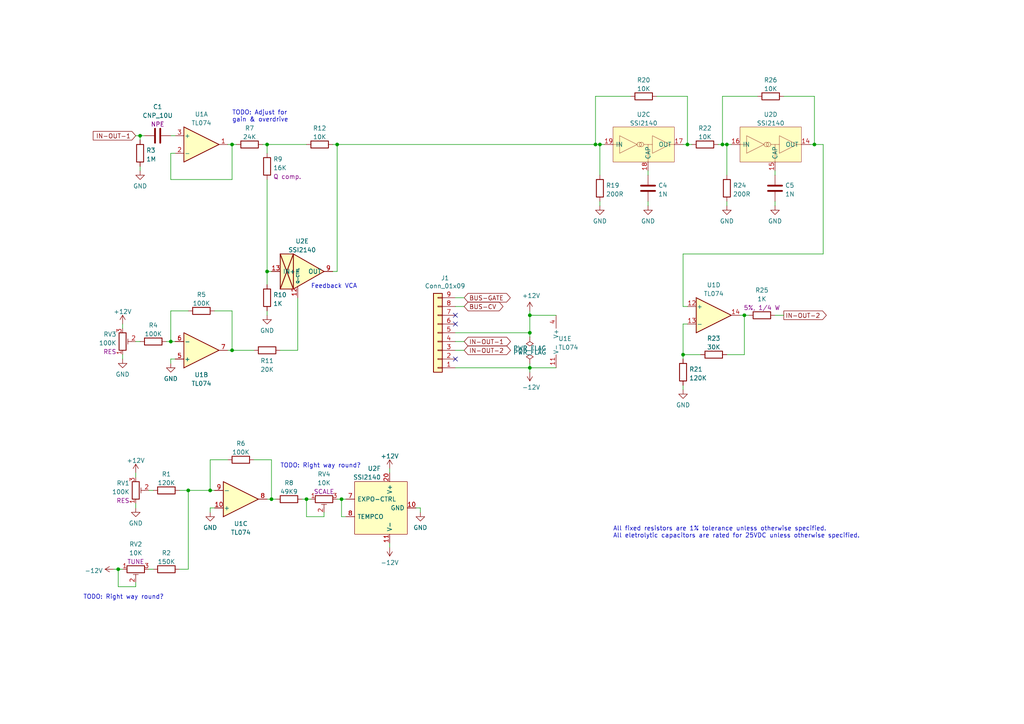
<source format=kicad_sch>
(kicad_sch (version 20211123) (generator eeschema)

  (uuid a1a9a0d8-c6de-418f-9a57-bf7f74b6d401)

  (paper "A4")

  (title_block
    (title "VCF 2-Pole Prototype")
    (date "2022-04-08")
    (rev "1.0")
    (company "Len Popp")
    (comment 1 "Copyright © 2022 Len Popp CC BY")
    (comment 2 "2-pole lowpass VCF for breadboard")
  )

  (lib_symbols
    (symbol "-lmp-opamp:TL074" (pin_names (offset 0.127)) (in_bom yes) (on_board yes)
      (property "Reference" "U" (id 0) (at 0 5.08 0)
        (effects (font (size 1.27 1.27)) (justify left))
      )
      (property "Value" "TL074" (id 1) (at 0 -5.08 0)
        (effects (font (size 1.27 1.27)) (justify left))
      )
      (property "Footprint" "Package_DIP:DIP-14_W7.62mm" (id 2) (at -1.27 2.54 0)
        (effects (font (size 1.27 1.27)) hide)
      )
      (property "Datasheet" "http://www.ti.com/lit/ds/symlink/tl071.pdf" (id 3) (at 1.27 5.08 0)
        (effects (font (size 1.27 1.27)) hide)
      )
      (property "Manufacturer" "Texas Instruments" (id 4) (at 0 0 0)
        (effects (font (size 1.27 1.27)) hide)
      )
      (property "ManufacturerPartNum" "TL074BCN" (id 5) (at 0 0 0)
        (effects (font (size 1.27 1.27)) hide)
      )
      (property "Distributor" "Mouser" (id 6) (at 0 0 0)
        (effects (font (size 1.27 1.27)) hide)
      )
      (property "DistributorPartNum" "595-TL074BCN" (id 7) (at 0 0 0)
        (effects (font (size 1.27 1.27)) hide)
      )
      (property "DistributorPartLink" "https://www.mouser.ca/ProductDetail/?qs=vxEfx8VrU7BHurOY5iQdiA%3D%3D" (id 8) (at 0 0 0)
        (effects (font (size 1.27 1.27)) hide)
      )
      (property "ki_locked" "" (id 9) (at 0 0 0)
        (effects (font (size 1.27 1.27)))
      )
      (property "ki_keywords" "quad opamp" (id 10) (at 0 0 0)
        (effects (font (size 1.27 1.27)) hide)
      )
      (property "ki_description" "Quad Low-Noise JFET-Input Operational Amplifiers, DIP-14/SOIC-14" (id 11) (at 0 0 0)
        (effects (font (size 1.27 1.27)) hide)
      )
      (property "ki_fp_filters" "SOIC*3.9x8.7mm*P1.27mm* DIP*W7.62mm* TSSOP*4.4x5mm*P0.65mm* SSOP*5.3x6.2mm*P0.65mm* MSOP*3x3mm*P0.5mm*" (id 12) (at 0 0 0)
        (effects (font (size 1.27 1.27)) hide)
      )
      (symbol "TL074_1_1"
        (polyline
          (pts
            (xy -5.08 5.08)
            (xy 5.08 0)
            (xy -5.08 -5.08)
            (xy -5.08 5.08)
          )
          (stroke (width 0.254) (type default) (color 0 0 0 0))
          (fill (type background))
        )
        (pin output line (at 7.62 0 180) (length 2.54)
          (name "~" (effects (font (size 1.27 1.27))))
          (number "1" (effects (font (size 1.27 1.27))))
        )
        (pin input line (at -7.62 -2.54 0) (length 2.54)
          (name "-" (effects (font (size 1.27 1.27))))
          (number "2" (effects (font (size 1.27 1.27))))
        )
        (pin input line (at -7.62 2.54 0) (length 2.54)
          (name "+" (effects (font (size 1.27 1.27))))
          (number "3" (effects (font (size 1.27 1.27))))
        )
      )
      (symbol "TL074_2_1"
        (polyline
          (pts
            (xy -5.08 5.08)
            (xy 5.08 0)
            (xy -5.08 -5.08)
            (xy -5.08 5.08)
          )
          (stroke (width 0.254) (type default) (color 0 0 0 0))
          (fill (type background))
        )
        (pin input line (at -7.62 2.54 0) (length 2.54)
          (name "+" (effects (font (size 1.27 1.27))))
          (number "5" (effects (font (size 1.27 1.27))))
        )
        (pin input line (at -7.62 -2.54 0) (length 2.54)
          (name "-" (effects (font (size 1.27 1.27))))
          (number "6" (effects (font (size 1.27 1.27))))
        )
        (pin output line (at 7.62 0 180) (length 2.54)
          (name "~" (effects (font (size 1.27 1.27))))
          (number "7" (effects (font (size 1.27 1.27))))
        )
      )
      (symbol "TL074_3_1"
        (polyline
          (pts
            (xy -5.08 5.08)
            (xy 5.08 0)
            (xy -5.08 -5.08)
            (xy -5.08 5.08)
          )
          (stroke (width 0.254) (type default) (color 0 0 0 0))
          (fill (type background))
        )
        (pin input line (at -7.62 2.54 0) (length 2.54)
          (name "+" (effects (font (size 1.27 1.27))))
          (number "10" (effects (font (size 1.27 1.27))))
        )
        (pin output line (at 7.62 0 180) (length 2.54)
          (name "~" (effects (font (size 1.27 1.27))))
          (number "8" (effects (font (size 1.27 1.27))))
        )
        (pin input line (at -7.62 -2.54 0) (length 2.54)
          (name "-" (effects (font (size 1.27 1.27))))
          (number "9" (effects (font (size 1.27 1.27))))
        )
      )
      (symbol "TL074_4_1"
        (polyline
          (pts
            (xy -5.08 5.08)
            (xy 5.08 0)
            (xy -5.08 -5.08)
            (xy -5.08 5.08)
          )
          (stroke (width 0.254) (type default) (color 0 0 0 0))
          (fill (type background))
        )
        (pin input line (at -7.62 2.54 0) (length 2.54)
          (name "+" (effects (font (size 1.27 1.27))))
          (number "12" (effects (font (size 1.27 1.27))))
        )
        (pin input line (at -7.62 -2.54 0) (length 2.54)
          (name "-" (effects (font (size 1.27 1.27))))
          (number "13" (effects (font (size 1.27 1.27))))
        )
        (pin output line (at 7.62 0 180) (length 2.54)
          (name "~" (effects (font (size 1.27 1.27))))
          (number "14" (effects (font (size 1.27 1.27))))
        )
      )
      (symbol "TL074_5_1"
        (pin power_in line (at -2.54 -7.62 90) (length 3.81)
          (name "V-" (effects (font (size 1.27 1.27))))
          (number "11" (effects (font (size 1.27 1.27))))
        )
        (pin power_in line (at -2.54 7.62 270) (length 3.81)
          (name "V+" (effects (font (size 1.27 1.27))))
          (number "4" (effects (font (size 1.27 1.27))))
        )
      )
    )
    (symbol "-lmp-power:+12V" (power) (pin_names (offset 0)) (in_bom yes) (on_board yes)
      (property "Reference" "#PWR" (id 0) (at 0 -3.81 0)
        (effects (font (size 1.27 1.27)) hide)
      )
      (property "Value" "+12V" (id 1) (at 0 3.556 0)
        (effects (font (size 1.27 1.27)))
      )
      (property "Footprint" "" (id 2) (at 0 0 0)
        (effects (font (size 1.27 1.27)) hide)
      )
      (property "Datasheet" "" (id 3) (at 0 0 0)
        (effects (font (size 1.27 1.27)) hide)
      )
      (property "ki_keywords" "power-flag" (id 4) (at 0 0 0)
        (effects (font (size 1.27 1.27)) hide)
      )
      (property "ki_description" "Power symbol creates a global label with name \"+12V\"" (id 5) (at 0 0 0)
        (effects (font (size 1.27 1.27)) hide)
      )
      (symbol "+12V_0_1"
        (polyline
          (pts
            (xy -0.762 1.27)
            (xy 0 2.54)
          )
          (stroke (width 0) (type default) (color 0 0 0 0))
          (fill (type none))
        )
        (polyline
          (pts
            (xy 0 0)
            (xy 0 2.54)
          )
          (stroke (width 0) (type default) (color 0 0 0 0))
          (fill (type none))
        )
        (polyline
          (pts
            (xy 0 2.54)
            (xy 0.762 1.27)
          )
          (stroke (width 0) (type default) (color 0 0 0 0))
          (fill (type none))
        )
      )
      (symbol "+12V_1_1"
        (pin power_in line (at 0 0 90) (length 0) hide
          (name "+12V" (effects (font (size 1.27 1.27))))
          (number "1" (effects (font (size 1.27 1.27))))
        )
      )
    )
    (symbol "-lmp-power:-12V" (power) (pin_names (offset 0)) (in_bom yes) (on_board yes)
      (property "Reference" "#PWR" (id 0) (at 0 3.81 0)
        (effects (font (size 1.27 1.27)) hide)
      )
      (property "Value" "-12V" (id 1) (at 0 -3.556 0)
        (effects (font (size 1.27 1.27)))
      )
      (property "Footprint" "" (id 2) (at 0 0 0)
        (effects (font (size 1.27 1.27)) hide)
      )
      (property "Datasheet" "" (id 3) (at 0 0 0)
        (effects (font (size 1.27 1.27)) hide)
      )
      (property "ki_keywords" "power-flag" (id 4) (at 0 0 0)
        (effects (font (size 1.27 1.27)) hide)
      )
      (property "ki_description" "Power symbol creates a global label with name \"-12V\"" (id 5) (at 0 0 0)
        (effects (font (size 1.27 1.27)) hide)
      )
      (symbol "-12V_0_1"
        (polyline
          (pts
            (xy -0.762 -1.27)
            (xy 0 -2.54)
          )
          (stroke (width 0) (type default) (color 0 0 0 0))
          (fill (type none))
        )
        (polyline
          (pts
            (xy 0 -2.54)
            (xy 0.762 -1.27)
          )
          (stroke (width 0) (type default) (color 0 0 0 0))
          (fill (type none))
        )
        (polyline
          (pts
            (xy 0 0)
            (xy 0 -2.54)
          )
          (stroke (width 0) (type default) (color 0 0 0 0))
          (fill (type none))
        )
      )
      (symbol "-12V_1_1"
        (pin power_in line (at 0 0 270) (length 0) hide
          (name "-12V" (effects (font (size 1.27 1.27))))
          (number "1" (effects (font (size 1.27 1.27))))
        )
      )
    )
    (symbol "-lmp-power:GND" (power) (pin_names (offset 0)) (in_bom yes) (on_board yes)
      (property "Reference" "#PWR" (id 0) (at 0 -6.35 0)
        (effects (font (size 1.27 1.27)) hide)
      )
      (property "Value" "GND" (id 1) (at 0 -3.81 0)
        (effects (font (size 1.27 1.27)))
      )
      (property "Footprint" "" (id 2) (at 0 0 0)
        (effects (font (size 1.27 1.27)) hide)
      )
      (property "Datasheet" "" (id 3) (at 0 0 0)
        (effects (font (size 1.27 1.27)) hide)
      )
      (property "ki_keywords" "power-flag" (id 4) (at 0 0 0)
        (effects (font (size 1.27 1.27)) hide)
      )
      (property "ki_description" "Power symbol creates a global label with name \"GND\" , ground" (id 5) (at 0 0 0)
        (effects (font (size 1.27 1.27)) hide)
      )
      (symbol "GND_0_1"
        (polyline
          (pts
            (xy 0 0)
            (xy 0 -1.27)
            (xy 1.27 -1.27)
            (xy 0 -2.54)
            (xy -1.27 -1.27)
            (xy 0 -1.27)
          )
          (stroke (width 0) (type default) (color 0 0 0 0))
          (fill (type none))
        )
      )
      (symbol "GND_1_1"
        (pin power_in line (at 0 0 270) (length 0) hide
          (name "GND" (effects (font (size 1.27 1.27))))
          (number "1" (effects (font (size 1.27 1.27))))
        )
      )
    )
    (symbol "-lmp-power:PWR_FLAG" (power) (pin_numbers hide) (pin_names (offset 0) hide) (in_bom yes) (on_board yes)
      (property "Reference" "#FLG" (id 0) (at 0 1.905 0)
        (effects (font (size 1.27 1.27)) hide)
      )
      (property "Value" "PWR_FLAG" (id 1) (at 0 3.81 0)
        (effects (font (size 1.27 1.27)))
      )
      (property "Footprint" "" (id 2) (at 0 0 0)
        (effects (font (size 1.27 1.27)) hide)
      )
      (property "Datasheet" "~" (id 3) (at 0 0 0)
        (effects (font (size 1.27 1.27)) hide)
      )
      (property "ki_keywords" "power-flag" (id 4) (at 0 0 0)
        (effects (font (size 1.27 1.27)) hide)
      )
      (property "ki_description" "Special symbol for telling ERC where power comes from" (id 5) (at 0 0 0)
        (effects (font (size 1.27 1.27)) hide)
      )
      (symbol "PWR_FLAG_0_0"
        (pin power_out line (at 0 0 90) (length 0)
          (name "pwr" (effects (font (size 1.27 1.27))))
          (number "1" (effects (font (size 1.27 1.27))))
        )
      )
      (symbol "PWR_FLAG_0_1"
        (polyline
          (pts
            (xy 0 0)
            (xy 0 1.27)
            (xy -1.016 1.905)
            (xy 0 2.54)
            (xy 1.016 1.905)
            (xy 0 1.27)
          )
          (stroke (width 0) (type default) (color 0 0 0 0))
          (fill (type none))
        )
      )
    )
    (symbol "-lmp-synth:CNP_10U" (pin_numbers hide) (pin_names (offset 0.254)) (in_bom yes) (on_board yes)
      (property "Reference" "C" (id 0) (at 0.635 2.54 0)
        (effects (font (size 1.27 1.27)) (justify left))
      )
      (property "Value" "CNP_10U" (id 1) (at 0.635 -2.54 0)
        (effects (font (size 1.27 1.27)) (justify left))
      )
      (property "Footprint" "-lmp-misc:C_Radial_D5.0mm_H5.0mm_P2.50mm" (id 2) (at 0.9652 -3.81 0)
        (effects (font (size 1.27 1.27)) hide)
      )
      (property "Datasheet" "https://www.mouser.ca/datasheet/2/315/ABA0000C1053-947510.pdf" (id 3) (at 0 0 0)
        (effects (font (size 1.27 1.27)) hide)
      )
      (property "Value2" "NPE" (id 4) (at 0 0 0)
        (effects (font (size 1.27 1.27)))
      )
      (property "Manufacturer" "Panasonic" (id 5) (at 0 0 0)
        (effects (font (size 1.27 1.27)) hide)
      )
      (property "ManufacturerPartNum" "ECE-A1EN100UI" (id 6) (at 0 0 0)
        (effects (font (size 1.27 1.27)) hide)
      )
      (property "Distributor" "Mouser" (id 7) (at 0 0 0)
        (effects (font (size 1.27 1.27)) hide)
      )
      (property "DistributorPartNum" "667-ECE-A1EN100UI" (id 8) (at 0 0 0)
        (effects (font (size 1.27 1.27)) hide)
      )
      (property "DistributorPartLink" "https://www.mouser.ca/ProductDetail/Panasonic/ECE-A1EN100UI?qs=0h1gzos03f36mGOUyzNXaA%3D%3D" (id 9) (at 0 0 0)
        (effects (font (size 1.27 1.27)) hide)
      )
      (property "ki_keywords" "cap capacitor non-polarized electrolytic" (id 10) (at 0 0 0)
        (effects (font (size 1.27 1.27)) hide)
      )
      (property "ki_description" "Capacitor - Non-polarized Electrolytic" (id 11) (at 0 0 0)
        (effects (font (size 1.27 1.27)) hide)
      )
      (property "ki_fp_filters" "C_*" (id 12) (at 0 0 0)
        (effects (font (size 1.27 1.27)) hide)
      )
      (symbol "CNP_10U_0_1"
        (polyline
          (pts
            (xy -2.032 -0.762)
            (xy 2.032 -0.762)
          )
          (stroke (width 0.508) (type default) (color 0 0 0 0))
          (fill (type none))
        )
        (polyline
          (pts
            (xy -2.032 0.762)
            (xy 2.032 0.762)
          )
          (stroke (width 0.508) (type default) (color 0 0 0 0))
          (fill (type none))
        )
      )
      (symbol "CNP_10U_1_1"
        (pin passive line (at 0 3.81 270) (length 2.794)
          (name "~" (effects (font (size 1.27 1.27))))
          (number "1" (effects (font (size 1.27 1.27))))
        )
        (pin passive line (at 0 -3.81 90) (length 2.794)
          (name "~" (effects (font (size 1.27 1.27))))
          (number "2" (effects (font (size 1.27 1.27))))
        )
      )
    )
    (symbol "-lmp-synth:R_1K_Output" (pin_numbers hide) (pin_names (offset 0)) (in_bom yes) (on_board yes)
      (property "Reference" "R" (id 0) (at -2.286 0 90)
        (effects (font (size 1.27 1.27)))
      )
      (property "Value" "R_1K_Output" (id 1) (at 2.413 0 90)
        (effects (font (size 1.27 1.27)))
      )
      (property "Footprint" "-lmp-misc:R_Axial_DIN0207_L6.3mm_D2.5mm_P10.16mm_Horizontal" (id 2) (at -1.778 0 90)
        (effects (font (size 1.27 1.27)) hide)
      )
      (property "Datasheet" "https://www.mouser.ca/datasheet/2/427/ccf07-1762725.pdf" (id 3) (at 0 0 0)
        (effects (font (size 1.27 1.27)) hide)
      )
      (property "Value2" "5%, 1/4 W" (id 4) (at 4.445 0 90)
        (effects (font (size 1.27 1.27)))
      )
      (property "Note" "Output limiting" (id 5) (at -1.905 -1.905 90)
        (effects (font (size 1.27 1.27)) hide)
      )
      (property "Manufacturer" "Vishay / Dale" (id 6) (at 0 0 0)
        (effects (font (size 1.27 1.27)) hide)
      )
      (property "ManufacturerPartNum" "CCF071K00JKE36" (id 7) (at 0 0 0)
        (effects (font (size 1.27 1.27)) hide)
      )
      (property "Distributor" "Mouser" (id 8) (at -1.905 0 90)
        (effects (font (size 1.27 1.27)) hide)
      )
      (property "DistributorPartNum" "71-CCF071K00JKE36" (id 9) (at 0 0 0)
        (effects (font (size 1.27 1.27)) hide)
      )
      (property "DistributorPartLink" "https://www.mouser.ca/ProductDetail/Vishay-Dale/CCF071K00JKE36?qs=sGAEpiMZZMsPqMdJzcrNwqw41JD0NFylHV1MADcQnpo%3D" (id 10) (at 0 0 0)
        (effects (font (size 1.27 1.27)) hide)
      )
      (property "ki_keywords" "R res resistor" (id 11) (at 0 0 0)
        (effects (font (size 1.27 1.27)) hide)
      )
      (property "ki_description" "Resistor" (id 12) (at 0 0 0)
        (effects (font (size 1.27 1.27)) hide)
      )
      (property "ki_fp_filters" "R_*" (id 13) (at 0 0 0)
        (effects (font (size 1.27 1.27)) hide)
      )
      (symbol "R_1K_Output_0_1"
        (rectangle (start -1.016 -2.54) (end 1.016 2.54)
          (stroke (width 0.254) (type default) (color 0 0 0 0))
          (fill (type none))
        )
      )
      (symbol "R_1K_Output_1_1"
        (pin passive line (at 0 3.81 270) (length 1.27)
          (name "~" (effects (font (size 1.27 1.27))))
          (number "1" (effects (font (size 1.27 1.27))))
        )
        (pin passive line (at 0 -3.81 90) (length 1.27)
          (name "~" (effects (font (size 1.27 1.27))))
          (number "2" (effects (font (size 1.27 1.27))))
        )
      )
    )
    (symbol "-lmp-synth:SSI2140" (pin_names (offset 0.762)) (in_bom yes) (on_board yes)
      (property "Reference" "U" (id 0) (at 2.54 9.525 0)
        (effects (font (size 1.27 1.27)) (justify right))
      )
      (property "Value" "SSI2140" (id 1) (at 2.54 6.985 0)
        (effects (font (size 1.27 1.27)) (justify right))
      )
      (property "Footprint" "Package_SO:SSOP-20_4.4x6.5mm_P0.65mm" (id 2) (at 5.715 10.795 0)
        (effects (font (size 1.27 1.27)) hide)
      )
      (property "Datasheet" "http://soundsemiconductor.com/downloads/ssi2140datasheet.pdf" (id 3) (at 5.715 10.795 0)
        (effects (font (size 1.27 1.27)) hide)
      )
      (property "Manufacturer" "Sound Semiconductor" (id 4) (at 5.715 10.795 0)
        (effects (font (size 1.27 1.27)) hide)
      )
      (property "ManufacturerPartNum" "SSI2140" (id 5) (at 1.27 10.795 0)
        (effects (font (size 1.27 1.27)) hide)
      )
      (property "Distributor" "Antique Electronic Supply" (id 6) (at 5.715 10.795 0)
        (effects (font (size 1.27 1.27)) hide)
      )
      (property "DistributorPartNum" "P-Q-SSI2140" (id 7) (at 1.27 10.795 0)
        (effects (font (size 1.27 1.27)) hide)
      )
      (property "DistributorPartLink" "https://www.tubesandmore.com/products/integrated-circuit-ssi2140-multi-mode-vcf-sound-semiconductor" (id 8) (at 5.715 10.795 0)
        (effects (font (size 1.27 1.27)) hide)
      )
      (property "Distributor2" "SynthCube" (id 9) (at 1.27 10.795 0)
        (effects (font (size 1.27 1.27)) hide)
      )
      (property "DistributorPartNum2" "ICSMSSI2140" (id 10) (at 1.27 10.795 0)
        (effects (font (size 1.27 1.27)) hide)
      )
      (property "DistributorPartLink2" "https://synthcube.com/cart/ics-and-semiconductors/sound-semiconductor-ssi2140-quad-vcf-ic-ssop20-smt" (id 11) (at 5.715 10.795 0)
        (effects (font (size 1.27 1.27)) hide)
      )
      (property "Distributor3" "Thonk" (id 12) (at 1.27 10.795 0)
        (effects (font (size 1.27 1.27)) hide)
      )
      (property "DistributorPartNum3" "SSI2140" (id 13) (at 1.27 10.795 0)
        (effects (font (size 1.27 1.27)) hide)
      )
      (property "DistributorPartLink3" "https://www.thonk.co.uk/shop/sound-semiconductor/" (id 14) (at 5.715 10.795 0)
        (effects (font (size 1.27 1.27)) hide)
      )
      (property "ki_locked" "" (id 15) (at 0 0 0)
        (effects (font (size 1.27 1.27)))
      )
      (property "ki_keywords" "VCF SSI2140 Sound Semiconductor" (id 16) (at 0 0 0)
        (effects (font (size 1.27 1.27)) hide)
      )
      (property "ki_description" "Voltage Controlled Filter (VCF), SSOP-20" (id 17) (at 0 0 0)
        (effects (font (size 1.27 1.27)) hide)
      )
      (symbol "SSI2140_1_1"
        (rectangle (start -7.62 5.08) (end 10.16 -5.08)
          (stroke (width 0.1016) (type default) (color 0 0 0 0))
          (fill (type background))
        )
        (polyline
          (pts
            (xy -7.62 0)
            (xy -5.715 0)
          )
          (stroke (width 0.0762) (type default) (color 0 0 0 0))
          (fill (type none))
        )
        (polyline
          (pts
            (xy 1.27 0)
            (xy 3.81 0)
          )
          (stroke (width 0.0762) (type default) (color 0 0 0 0))
          (fill (type none))
        )
        (polyline
          (pts
            (xy 2.54 -5.08)
            (xy 2.54 0)
          )
          (stroke (width 0.0762) (type default) (color 0 0 0 0))
          (fill (type none))
        )
        (polyline
          (pts
            (xy 8.89 0)
            (xy 10.16 0)
          )
          (stroke (width 0.0762) (type default) (color 0 0 0 0))
          (fill (type none))
        )
        (polyline
          (pts
            (xy -5.715 2.54)
            (xy -0.635 0)
            (xy -5.715 -2.54)
            (xy -5.715 2.54)
          )
          (stroke (width 0.0762) (type default) (color 0 0 0 0))
          (fill (type none))
        )
        (polyline
          (pts
            (xy 3.81 2.54)
            (xy 8.89 0)
            (xy 3.81 -2.54)
            (xy 3.81 2.54)
          )
          (stroke (width 0.0762) (type default) (color 0 0 0 0))
          (fill (type none))
        )
        (circle (center 0 0) (radius 0.635)
          (stroke (width 0.0762) (type default) (color 0 0 0 0))
          (fill (type none))
        )
        (circle (center 0.635 0) (radius 0.635)
          (stroke (width 0.0762) (type default) (color 0 0 0 0))
          (fill (type none))
        )
        (pin output line (at 12.7 0 180) (length 2.54)
          (name "OUT" (effects (font (size 1.27 1.27))))
          (number "4" (effects (font (size 1.27 1.27))))
        )
        (pin passive line (at 2.54 -7.62 90) (length 2.54)
          (name "CAP" (effects (font (size 1.27 1.27))))
          (number "5" (effects (font (size 1.27 1.27))))
        )
        (pin input line (at -10.16 0 0) (length 2.54)
          (name "IN" (effects (font (size 1.27 1.27))))
          (number "6" (effects (font (size 1.27 1.27))))
        )
      )
      (symbol "SSI2140_2_1"
        (rectangle (start -7.62 5.08) (end 10.16 -5.08)
          (stroke (width 0.1016) (type default) (color 0 0 0 0))
          (fill (type background))
        )
        (polyline
          (pts
            (xy -7.62 0)
            (xy -5.715 0)
          )
          (stroke (width 0.0762) (type default) (color 0 0 0 0))
          (fill (type none))
        )
        (polyline
          (pts
            (xy 1.27 0)
            (xy 3.81 0)
          )
          (stroke (width 0.0762) (type default) (color 0 0 0 0))
          (fill (type none))
        )
        (polyline
          (pts
            (xy 2.54 -5.08)
            (xy 2.54 0)
          )
          (stroke (width 0.0762) (type default) (color 0 0 0 0))
          (fill (type none))
        )
        (polyline
          (pts
            (xy 8.89 0)
            (xy 10.16 0)
          )
          (stroke (width 0.0762) (type default) (color 0 0 0 0))
          (fill (type none))
        )
        (polyline
          (pts
            (xy -5.715 2.54)
            (xy -0.635 0)
            (xy -5.715 -2.54)
            (xy -5.715 2.54)
          )
          (stroke (width 0.0762) (type default) (color 0 0 0 0))
          (fill (type none))
        )
        (polyline
          (pts
            (xy 3.81 2.54)
            (xy 8.89 0)
            (xy 3.81 -2.54)
            (xy 3.81 2.54)
          )
          (stroke (width 0.0762) (type default) (color 0 0 0 0))
          (fill (type none))
        )
        (circle (center 0 0) (radius 0.635)
          (stroke (width 0.0762) (type default) (color 0 0 0 0))
          (fill (type none))
        )
        (circle (center 0.635 0) (radius 0.635)
          (stroke (width 0.0762) (type default) (color 0 0 0 0))
          (fill (type none))
        )
        (pin output line (at 12.7 0 180) (length 2.54)
          (name "OUT" (effects (font (size 1.27 1.27))))
          (number "1" (effects (font (size 1.27 1.27))))
        )
        (pin passive line (at 2.54 -7.62 90) (length 2.54)
          (name "CAP" (effects (font (size 1.27 1.27))))
          (number "2" (effects (font (size 1.27 1.27))))
        )
        (pin input line (at -10.16 0 0) (length 2.54)
          (name "IN" (effects (font (size 1.27 1.27))))
          (number "3" (effects (font (size 1.27 1.27))))
        )
      )
      (symbol "SSI2140_3_1"
        (rectangle (start -7.62 5.08) (end 10.16 -5.08)
          (stroke (width 0.1016) (type default) (color 0 0 0 0))
          (fill (type background))
        )
        (polyline
          (pts
            (xy -7.62 0)
            (xy -5.715 0)
          )
          (stroke (width 0.0762) (type default) (color 0 0 0 0))
          (fill (type none))
        )
        (polyline
          (pts
            (xy 1.27 0)
            (xy 3.81 0)
          )
          (stroke (width 0.0762) (type default) (color 0 0 0 0))
          (fill (type none))
        )
        (polyline
          (pts
            (xy 2.54 -5.08)
            (xy 2.54 0)
          )
          (stroke (width 0.0762) (type default) (color 0 0 0 0))
          (fill (type none))
        )
        (polyline
          (pts
            (xy 8.89 0)
            (xy 10.16 0)
          )
          (stroke (width 0.0762) (type default) (color 0 0 0 0))
          (fill (type none))
        )
        (polyline
          (pts
            (xy -5.715 2.54)
            (xy -0.635 0)
            (xy -5.715 -2.54)
            (xy -5.715 2.54)
          )
          (stroke (width 0.0762) (type default) (color 0 0 0 0))
          (fill (type none))
        )
        (polyline
          (pts
            (xy 3.81 2.54)
            (xy 8.89 0)
            (xy 3.81 -2.54)
            (xy 3.81 2.54)
          )
          (stroke (width 0.0762) (type default) (color 0 0 0 0))
          (fill (type none))
        )
        (circle (center 0 0) (radius 0.635)
          (stroke (width 0.0762) (type default) (color 0 0 0 0))
          (fill (type none))
        )
        (circle (center 0.635 0) (radius 0.635)
          (stroke (width 0.0762) (type default) (color 0 0 0 0))
          (fill (type none))
        )
        (pin output line (at 12.7 0 180) (length 2.54)
          (name "OUT" (effects (font (size 1.27 1.27))))
          (number "17" (effects (font (size 1.27 1.27))))
        )
        (pin passive line (at 2.54 -7.62 90) (length 2.54)
          (name "CAP" (effects (font (size 1.27 1.27))))
          (number "18" (effects (font (size 1.27 1.27))))
        )
        (pin input line (at -10.16 0 0) (length 2.54)
          (name "IN" (effects (font (size 1.27 1.27))))
          (number "19" (effects (font (size 1.27 1.27))))
        )
      )
      (symbol "SSI2140_4_1"
        (rectangle (start -7.62 5.08) (end 10.16 -5.08)
          (stroke (width 0.1016) (type default) (color 0 0 0 0))
          (fill (type background))
        )
        (polyline
          (pts
            (xy -7.62 0)
            (xy -5.715 0)
          )
          (stroke (width 0.0762) (type default) (color 0 0 0 0))
          (fill (type none))
        )
        (polyline
          (pts
            (xy 1.27 0)
            (xy 3.81 0)
          )
          (stroke (width 0.0762) (type default) (color 0 0 0 0))
          (fill (type none))
        )
        (polyline
          (pts
            (xy 2.54 -5.08)
            (xy 2.54 0)
          )
          (stroke (width 0.0762) (type default) (color 0 0 0 0))
          (fill (type none))
        )
        (polyline
          (pts
            (xy 8.89 0)
            (xy 10.16 0)
          )
          (stroke (width 0.0762) (type default) (color 0 0 0 0))
          (fill (type none))
        )
        (polyline
          (pts
            (xy -5.715 2.54)
            (xy -0.635 0)
            (xy -5.715 -2.54)
            (xy -5.715 2.54)
          )
          (stroke (width 0.0762) (type default) (color 0 0 0 0))
          (fill (type none))
        )
        (polyline
          (pts
            (xy 3.81 2.54)
            (xy 8.89 0)
            (xy 3.81 -2.54)
            (xy 3.81 2.54)
          )
          (stroke (width 0.0762) (type default) (color 0 0 0 0))
          (fill (type none))
        )
        (circle (center 0 0) (radius 0.635)
          (stroke (width 0.0762) (type default) (color 0 0 0 0))
          (fill (type none))
        )
        (circle (center 0.635 0) (radius 0.635)
          (stroke (width 0.0762) (type default) (color 0 0 0 0))
          (fill (type none))
        )
        (pin output line (at 12.7 0 180) (length 2.54)
          (name "OUT" (effects (font (size 1.27 1.27))))
          (number "14" (effects (font (size 1.27 1.27))))
        )
        (pin passive line (at 2.54 -7.62 90) (length 2.54)
          (name "CAP" (effects (font (size 1.27 1.27))))
          (number "15" (effects (font (size 1.27 1.27))))
        )
        (pin input line (at -10.16 0 0) (length 2.54)
          (name "IN" (effects (font (size 1.27 1.27))))
          (number "16" (effects (font (size 1.27 1.27))))
        )
      )
      (symbol "SSI2140_5_1"
        (polyline
          (pts
            (xy -5.08 5.08)
            (xy -1.27 -5.08)
          )
          (stroke (width 0.254) (type default) (color 0 0 0 0))
          (fill (type none))
        )
        (polyline
          (pts
            (xy -1.27 5.08)
            (xy -5.08 -5.08)
          )
          (stroke (width 0.254) (type default) (color 0 0 0 0))
          (fill (type none))
        )
        (polyline
          (pts
            (xy 0 3.81)
            (xy 0 3.81)
          )
          (stroke (width 0) (type default) (color 0 0 0 0))
          (fill (type none))
        )
        (polyline
          (pts
            (xy -1.27 5.08)
            (xy -5.08 5.08)
            (xy -5.08 -5.08)
            (xy -1.27 -5.08)
          )
          (stroke (width 0.254) (type default) (color 0 0 0 0))
          (fill (type background))
        )
        (polyline
          (pts
            (xy -1.27 5.08)
            (xy 7.62 0)
            (xy -1.27 -5.08)
            (xy -1.27 5.08)
          )
          (stroke (width 0.254) (type default) (color 0 0 0 0))
          (fill (type background))
        )
        (pin input line (at 0 -7.62 90) (length 3.302)
          (name "Q-CTRL" (effects (font (size 0.762 0.762))))
          (number "12" (effects (font (size 1.27 1.27))))
        )
        (pin input line (at -7.62 0 0) (length 2.54)
          (name "IN+" (effects (font (size 1.27 1.27))))
          (number "13" (effects (font (size 1.27 1.27))))
        )
        (pin output line (at 10.16 0 180) (length 2.54)
          (name "OUT" (effects (font (size 1.27 1.27))))
          (number "9" (effects (font (size 1.27 1.27))))
        )
      )
      (symbol "SSI2140_6_0"
        (rectangle (start -5.08 5.08) (end 10.16 -10.16)
          (stroke (width 0) (type default) (color 0 0 0 0))
          (fill (type background))
        )
      )
      (symbol "SSI2140_6_1"
        (pin power_in line (at 12.7 -2.54 180) (length 2.54)
          (name "GND" (effects (font (size 1.27 1.27))))
          (number "10" (effects (font (size 1.27 1.27))))
        )
        (pin power_in line (at 5.08 -12.7 90) (length 2.54)
          (name "V-" (effects (font (size 1.27 1.27))))
          (number "11" (effects (font (size 1.27 1.27))))
        )
        (pin power_in line (at 5.08 7.62 270) (length 2.54)
          (name "V+" (effects (font (size 1.27 1.27))))
          (number "20" (effects (font (size 1.27 1.27))))
        )
        (pin input line (at -7.62 0 0) (length 2.54)
          (name "EXPO-CTRL" (effects (font (size 1.27 1.27))))
          (number "7" (effects (font (size 1.27 1.27))))
        )
        (pin input line (at -7.62 -5.08 0) (length 2.54)
          (name "TEMPCO" (effects (font (size 1.27 1.27))))
          (number "8" (effects (font (size 1.27 1.27))))
        )
      )
    )
    (symbol "-lmp:CF" (pin_numbers hide) (pin_names (offset 0.254)) (in_bom yes) (on_board yes)
      (property "Reference" "C" (id 0) (at 0.635 2.54 0)
        (effects (font (size 1.27 1.27)) (justify left))
      )
      (property "Value" "CF" (id 1) (at 0.635 -2.54 0)
        (effects (font (size 1.27 1.27)) (justify left))
      )
      (property "Footprint" "" (id 2) (at 0.9652 -3.81 0)
        (effects (font (size 1.27 1.27)) hide)
      )
      (property "Datasheet" "~" (id 3) (at 0 0 0)
        (effects (font (size 1.27 1.27)) hide)
      )
      (property "ki_keywords" "cap capacitor film" (id 4) (at 0 0 0)
        (effects (font (size 1.27 1.27)) hide)
      )
      (property "ki_description" "Capacitor - Film" (id 5) (at 0 0 0)
        (effects (font (size 1.27 1.27)) hide)
      )
      (property "ki_fp_filters" "C_*" (id 6) (at 0 0 0)
        (effects (font (size 1.27 1.27)) hide)
      )
      (symbol "CF_0_1"
        (polyline
          (pts
            (xy -2.032 -0.762)
            (xy 2.032 -0.762)
          )
          (stroke (width 0.508) (type default) (color 0 0 0 0))
          (fill (type none))
        )
        (polyline
          (pts
            (xy -2.032 0.762)
            (xy 2.032 0.762)
          )
          (stroke (width 0.508) (type default) (color 0 0 0 0))
          (fill (type none))
        )
      )
      (symbol "CF_1_1"
        (pin passive line (at 0 3.81 270) (length 2.794)
          (name "~" (effects (font (size 1.27 1.27))))
          (number "1" (effects (font (size 1.27 1.27))))
        )
        (pin passive line (at 0 -3.81 90) (length 2.794)
          (name "~" (effects (font (size 1.27 1.27))))
          (number "2" (effects (font (size 1.27 1.27))))
        )
      )
    )
    (symbol "-lmp:R_1%_0W166" (pin_numbers hide) (pin_names (offset 0)) (in_bom yes) (on_board yes)
      (property "Reference" "R" (id 0) (at -2.286 0 90)
        (effects (font (size 1.27 1.27)))
      )
      (property "Value" "R_1%_0W166" (id 1) (at 2.413 0 90)
        (effects (font (size 1.27 1.27)))
      )
      (property "Footprint" "-lmp-misc:R_Axial_DIN0207_L6.3mm_D2.5mm_P7.62mm_Horizontal" (id 2) (at -1.778 0 90)
        (effects (font (size 1.27 1.27)) hide)
      )
      (property "Datasheet" "https://www.mouser.ca/datasheet/2/447/Yageo_LR_MFR_1-1714151.pdf" (id 3) (at 0 0 0)
        (effects (font (size 1.27 1.27)) hide)
      )
      (property "Manufacturer" "YAGEO" (id 4) (at 0 0 0)
        (effects (font (size 1.27 1.27)) hide)
      )
      (property "ManufacturerPartNum" "MFR-12*" (id 5) (at 0 0 0)
        (effects (font (size 1.27 1.27)) hide)
      )
      (property "Distributor" "Mouser" (id 6) (at 0 0 0)
        (effects (font (size 1.27 1.27)) hide)
      )
      (property "DistributorPartNum" "603-MFR-12*" (id 7) (at 0 0 0)
        (effects (font (size 1.27 1.27)) hide)
      )
      (property "DistributorPartLink" "https://www.mouser.ca/c/?m=YAGEO&power+rating=166+mW+(1%2f6+W)&tolerance=1+%25&instock=y" (id 8) (at 0 0 0)
        (effects (font (size 1.27 1.27)) hide)
      )
      (property "Value2" "1%, 1/6 W" (id 9) (at 4.953 0 90)
        (effects (font (size 1.27 1.27)) hide)
      )
      (property "ki_keywords" "R res resistor" (id 10) (at 0 0 0)
        (effects (font (size 1.27 1.27)) hide)
      )
      (property "ki_description" "Resistor" (id 11) (at 0 0 0)
        (effects (font (size 1.27 1.27)) hide)
      )
      (property "ki_fp_filters" "R_*" (id 12) (at 0 0 0)
        (effects (font (size 1.27 1.27)) hide)
      )
      (symbol "R_1%_0W166_0_1"
        (rectangle (start -1.016 -2.54) (end 1.016 2.54)
          (stroke (width 0.254) (type default) (color 0 0 0 0))
          (fill (type none))
        )
      )
      (symbol "R_1%_0W166_1_1"
        (pin passive line (at 0 3.81 270) (length 1.27)
          (name "~" (effects (font (size 1.27 1.27))))
          (number "1" (effects (font (size 1.27 1.27))))
        )
        (pin passive line (at 0 -3.81 90) (length 1.27)
          (name "~" (effects (font (size 1.27 1.27))))
          (number "2" (effects (font (size 1.27 1.27))))
        )
      )
    )
    (symbol "-lmp:R_POT_TRIM" (pin_names (offset 1.016) hide) (in_bom yes) (on_board yes)
      (property "Reference" "RV" (id 0) (at -6.858 0 90)
        (effects (font (size 1.27 1.27)))
      )
      (property "Value" "R_POT_TRIM" (id 1) (at -4.953 0 90)
        (effects (font (size 1.27 1.27)))
      )
      (property "Footprint" "-lmp-misc:Potentiometer_Bourns_3386P_Top" (id 2) (at 0 0 0)
        (effects (font (size 1.27 1.27)) hide)
      )
      (property "Datasheet" "https://www.mouser.ca/datasheet/2/54/3386-776606.pdf" (id 3) (at 0 0 0)
        (effects (font (size 1.27 1.27)) hide)
      )
      (property "Label" "[label]" (id 4) (at -2.921 0 90)
        (effects (font (size 1.27 1.27)))
      )
      (property "Manufacturer" "Bourns" (id 5) (at 0 0 0)
        (effects (font (size 1.27 1.27)) hide)
      )
      (property "ManufacturerPartNum" "3386*" (id 6) (at 0 0 0)
        (effects (font (size 1.27 1.27)) hide)
      )
      (property "Distributor" "Mouser" (id 7) (at 0 0 0)
        (effects (font (size 1.27 1.27)) hide)
      )
      (property "DistributorPartNum" "652-3386*" (id 8) (at 0 0 0)
        (effects (font (size 1.27 1.27)) hide)
      )
      (property "DistributorPartLink" "https://www.mouser.ca/c/passive-components/resistors/variable-resistors/trimmer-resistors-through-hole/?number+of+turns=1&series=3386&instock=y" (id 9) (at 0 0 0)
        (effects (font (size 1.27 1.27)) hide)
      )
      (property "ki_keywords" "resistor variable trimpot trimmer" (id 10) (at 0 0 0)
        (effects (font (size 1.27 1.27)) hide)
      )
      (property "ki_description" "Trim-potentiometer" (id 11) (at 0 0 0)
        (effects (font (size 1.27 1.27)) hide)
      )
      (property "ki_fp_filters" "Potentiometer*" (id 12) (at 0 0 0)
        (effects (font (size 1.27 1.27)) hide)
      )
      (symbol "R_POT_TRIM_0_1"
        (polyline
          (pts
            (xy 1.524 0.762)
            (xy 1.524 -0.762)
          )
          (stroke (width 0) (type default) (color 0 0 0 0))
          (fill (type none))
        )
        (polyline
          (pts
            (xy 2.54 0)
            (xy 1.524 0)
          )
          (stroke (width 0) (type default) (color 0 0 0 0))
          (fill (type none))
        )
        (rectangle (start 1.016 2.54) (end -1.016 -2.54)
          (stroke (width 0.254) (type default) (color 0 0 0 0))
          (fill (type none))
        )
      )
      (symbol "R_POT_TRIM_1_1"
        (pin passive line (at 0 3.81 270) (length 1.27)
          (name "1" (effects (font (size 1.27 1.27))))
          (number "1" (effects (font (size 1.27 1.27))))
        )
        (pin passive line (at 3.81 0 180) (length 1.27)
          (name "2" (effects (font (size 1.27 1.27))))
          (number "2" (effects (font (size 1.27 1.27))))
        )
        (pin passive line (at 0 -3.81 90) (length 1.27)
          (name "3" (effects (font (size 1.27 1.27))))
          (number "3" (effects (font (size 1.27 1.27))))
        )
      )
    )
    (symbol "Connector_Generic:Conn_01x09" (pin_names (offset 1.016) hide) (in_bom yes) (on_board yes)
      (property "Reference" "J" (id 0) (at 0 12.7 0)
        (effects (font (size 1.27 1.27)))
      )
      (property "Value" "Conn_01x09" (id 1) (at 0 -12.7 0)
        (effects (font (size 1.27 1.27)))
      )
      (property "Footprint" "" (id 2) (at 0 0 0)
        (effects (font (size 1.27 1.27)) hide)
      )
      (property "Datasheet" "~" (id 3) (at 0 0 0)
        (effects (font (size 1.27 1.27)) hide)
      )
      (property "ki_keywords" "connector" (id 4) (at 0 0 0)
        (effects (font (size 1.27 1.27)) hide)
      )
      (property "ki_description" "Generic connector, single row, 01x09, script generated (kicad-library-utils/schlib/autogen/connector/)" (id 5) (at 0 0 0)
        (effects (font (size 1.27 1.27)) hide)
      )
      (property "ki_fp_filters" "Connector*:*_1x??_*" (id 6) (at 0 0 0)
        (effects (font (size 1.27 1.27)) hide)
      )
      (symbol "Conn_01x09_1_1"
        (rectangle (start -1.27 -10.033) (end 0 -10.287)
          (stroke (width 0.1524) (type default) (color 0 0 0 0))
          (fill (type none))
        )
        (rectangle (start -1.27 -7.493) (end 0 -7.747)
          (stroke (width 0.1524) (type default) (color 0 0 0 0))
          (fill (type none))
        )
        (rectangle (start -1.27 -4.953) (end 0 -5.207)
          (stroke (width 0.1524) (type default) (color 0 0 0 0))
          (fill (type none))
        )
        (rectangle (start -1.27 -2.413) (end 0 -2.667)
          (stroke (width 0.1524) (type default) (color 0 0 0 0))
          (fill (type none))
        )
        (rectangle (start -1.27 0.127) (end 0 -0.127)
          (stroke (width 0.1524) (type default) (color 0 0 0 0))
          (fill (type none))
        )
        (rectangle (start -1.27 2.667) (end 0 2.413)
          (stroke (width 0.1524) (type default) (color 0 0 0 0))
          (fill (type none))
        )
        (rectangle (start -1.27 5.207) (end 0 4.953)
          (stroke (width 0.1524) (type default) (color 0 0 0 0))
          (fill (type none))
        )
        (rectangle (start -1.27 7.747) (end 0 7.493)
          (stroke (width 0.1524) (type default) (color 0 0 0 0))
          (fill (type none))
        )
        (rectangle (start -1.27 10.287) (end 0 10.033)
          (stroke (width 0.1524) (type default) (color 0 0 0 0))
          (fill (type none))
        )
        (rectangle (start -1.27 11.43) (end 1.27 -11.43)
          (stroke (width 0.254) (type default) (color 0 0 0 0))
          (fill (type background))
        )
        (pin passive line (at -5.08 10.16 0) (length 3.81)
          (name "Pin_1" (effects (font (size 1.27 1.27))))
          (number "1" (effects (font (size 1.27 1.27))))
        )
        (pin passive line (at -5.08 7.62 0) (length 3.81)
          (name "Pin_2" (effects (font (size 1.27 1.27))))
          (number "2" (effects (font (size 1.27 1.27))))
        )
        (pin passive line (at -5.08 5.08 0) (length 3.81)
          (name "Pin_3" (effects (font (size 1.27 1.27))))
          (number "3" (effects (font (size 1.27 1.27))))
        )
        (pin passive line (at -5.08 2.54 0) (length 3.81)
          (name "Pin_4" (effects (font (size 1.27 1.27))))
          (number "4" (effects (font (size 1.27 1.27))))
        )
        (pin passive line (at -5.08 0 0) (length 3.81)
          (name "Pin_5" (effects (font (size 1.27 1.27))))
          (number "5" (effects (font (size 1.27 1.27))))
        )
        (pin passive line (at -5.08 -2.54 0) (length 3.81)
          (name "Pin_6" (effects (font (size 1.27 1.27))))
          (number "6" (effects (font (size 1.27 1.27))))
        )
        (pin passive line (at -5.08 -5.08 0) (length 3.81)
          (name "Pin_7" (effects (font (size 1.27 1.27))))
          (number "7" (effects (font (size 1.27 1.27))))
        )
        (pin passive line (at -5.08 -7.62 0) (length 3.81)
          (name "Pin_8" (effects (font (size 1.27 1.27))))
          (number "8" (effects (font (size 1.27 1.27))))
        )
        (pin passive line (at -5.08 -10.16 0) (length 3.81)
          (name "Pin_9" (effects (font (size 1.27 1.27))))
          (number "9" (effects (font (size 1.27 1.27))))
        )
      )
    )
  )

  (junction (at 97.79 41.91) (diameter 0) (color 0 0 0 0)
    (uuid 1bbc644e-1d0f-4a2b-bdae-77129676dcaf)
  )
  (junction (at 153.67 106.68) (diameter 0) (color 0 0 0 0)
    (uuid 22c22de0-30f9-42af-ac14-44974608319c)
  )
  (junction (at 153.67 96.52) (diameter 0) (color 0 0 0 0)
    (uuid 277337c2-8b08-4bed-a885-4a8adba6aa1b)
  )
  (junction (at 77.47 78.74) (diameter 0) (color 0 0 0 0)
    (uuid 395d9032-1866-4257-b5f0-be7ac403008f)
  )
  (junction (at 34.29 165.1) (diameter 0) (color 0 0 0 0)
    (uuid 3d0ce8c3-0fb9-4ade-b61a-c1f1ef07f483)
  )
  (junction (at 78.74 144.78) (diameter 0) (color 0 0 0 0)
    (uuid 4aef5ac2-813c-4c94-8eb9-3c15c4fc4f22)
  )
  (junction (at 173.99 41.91) (diameter 0) (color 0 0 0 0)
    (uuid 5680bc57-9547-4adb-8615-aedd03732b04)
  )
  (junction (at 60.96 142.24) (diameter 0) (color 0 0 0 0)
    (uuid 719adfbe-0ad2-4073-b71c-0f2052914482)
  )
  (junction (at 99.06 144.78) (diameter 0) (color 0 0 0 0)
    (uuid 745702e1-daca-4a65-aafc-68f68db898fa)
  )
  (junction (at 49.53 99.06) (diameter 0) (color 0 0 0 0)
    (uuid 79c58610-c323-4cf3-baf4-b440b1bcb8df)
  )
  (junction (at 172.72 41.91) (diameter 0) (color 0 0 0 0)
    (uuid 7ca04fe1-ff6d-408b-87cb-fd76b0e4058e)
  )
  (junction (at 236.22 41.91) (diameter 0) (color 0 0 0 0)
    (uuid 801af3aa-168b-4004-a4d2-11d15ce6a641)
  )
  (junction (at 67.31 41.91) (diameter 0) (color 0 0 0 0)
    (uuid 87d6db0c-7d59-4364-b14e-2f6c62c73891)
  )
  (junction (at 67.31 101.6) (diameter 0) (color 0 0 0 0)
    (uuid 9db47fdb-fbe9-4e9b-8d02-506cf54f4452)
  )
  (junction (at 54.61 142.24) (diameter 0) (color 0 0 0 0)
    (uuid a3b6018a-79ba-40bb-b19e-0942feac0939)
  )
  (junction (at 210.82 41.91) (diameter 0) (color 0 0 0 0)
    (uuid a835fd3a-044f-47e2-b292-6c1630667dc1)
  )
  (junction (at 215.9 91.44) (diameter 0) (color 0 0 0 0)
    (uuid a88449e7-ce31-416c-bbb0-b026aeba8a31)
  )
  (junction (at 199.39 41.91) (diameter 0) (color 0 0 0 0)
    (uuid a8f9a4a4-68b1-486d-a374-84153da461d4)
  )
  (junction (at 153.67 91.44) (diameter 0) (color 0 0 0 0)
    (uuid a9b6b62a-6297-4b44-b0ab-624ccd8be1e2)
  )
  (junction (at 40.64 39.37) (diameter 0) (color 0 0 0 0)
    (uuid aa911be3-1b92-481c-8975-329a44ad5a94)
  )
  (junction (at 77.47 41.91) (diameter 0) (color 0 0 0 0)
    (uuid ab1c7850-5596-4e9d-b3de-cb6c3d49a200)
  )
  (junction (at 198.12 102.87) (diameter 0) (color 0 0 0 0)
    (uuid c5eff896-c24e-414f-b96d-c215ea0d9cbf)
  )
  (junction (at 209.55 41.91) (diameter 0) (color 0 0 0 0)
    (uuid ced41649-489b-4639-b491-e8cb3e9811df)
  )
  (junction (at 88.9 144.78) (diameter 0) (color 0 0 0 0)
    (uuid fcf9a1b4-eef4-4215-a256-65d9779933ec)
  )

  (no_connect (at 132.08 104.14) (uuid 2865aee6-7eec-42f2-ad24-12efec7137fb))
  (no_connect (at 132.08 91.44) (uuid 2865aee6-7eec-42f2-ad24-12efec7137fc))
  (no_connect (at 132.08 93.98) (uuid 90a74f5e-7380-4ff0-bb5e-d9d5841f174b))

  (wire (pts (xy 39.37 168.91) (xy 39.37 170.18))
    (stroke (width 0) (type default) (color 0 0 0 0))
    (uuid 01248c7b-ce6b-4251-9890-e40af3b20a6e)
  )
  (wire (pts (xy 48.26 99.06) (xy 49.53 99.06))
    (stroke (width 0) (type default) (color 0 0 0 0))
    (uuid 0285e431-014f-4bae-a004-629f3d561f34)
  )
  (wire (pts (xy 153.67 106.68) (xy 161.29 106.68))
    (stroke (width 0) (type default) (color 0 0 0 0))
    (uuid 0bb1f363-a6a4-4360-b3a2-8a23a6ef0cd2)
  )
  (wire (pts (xy 54.61 142.24) (xy 54.61 165.1))
    (stroke (width 0) (type default) (color 0 0 0 0))
    (uuid 0c321fdc-d3c8-4451-ba45-5dbd1662656e)
  )
  (wire (pts (xy 34.29 165.1) (xy 35.56 165.1))
    (stroke (width 0) (type default) (color 0 0 0 0))
    (uuid 0d8d235a-28ce-4844-8a68-a4c2a02b68b9)
  )
  (wire (pts (xy 209.55 27.94) (xy 219.71 27.94))
    (stroke (width 0) (type default) (color 0 0 0 0))
    (uuid 0e04517b-e90c-4318-a13c-770c90b82006)
  )
  (wire (pts (xy 39.37 99.06) (xy 40.64 99.06))
    (stroke (width 0) (type default) (color 0 0 0 0))
    (uuid 0e2e679c-78f7-427f-b22f-694b56389ffe)
  )
  (wire (pts (xy 199.39 27.94) (xy 199.39 41.91))
    (stroke (width 0) (type default) (color 0 0 0 0))
    (uuid 1077e8a7-1e25-4791-a057-60e92b71158a)
  )
  (wire (pts (xy 88.9 144.78) (xy 90.17 144.78))
    (stroke (width 0) (type default) (color 0 0 0 0))
    (uuid 1127a91a-9357-48c4-aa69-0d89a0d83d9e)
  )
  (wire (pts (xy 76.2 41.91) (xy 77.47 41.91))
    (stroke (width 0) (type default) (color 0 0 0 0))
    (uuid 11ed91e5-b297-4698-ac6c-9e38151c8185)
  )
  (wire (pts (xy 210.82 41.91) (xy 210.82 50.8))
    (stroke (width 0) (type default) (color 0 0 0 0))
    (uuid 134dd425-8b88-49ab-ac2c-e3be88666518)
  )
  (wire (pts (xy 238.76 73.66) (xy 198.12 73.66))
    (stroke (width 0) (type default) (color 0 0 0 0))
    (uuid 1358d05d-bbca-4178-806c-95be186bd553)
  )
  (wire (pts (xy 52.07 165.1) (xy 54.61 165.1))
    (stroke (width 0) (type default) (color 0 0 0 0))
    (uuid 135cbda5-f5a6-4f7d-a92d-c0599a091da3)
  )
  (wire (pts (xy 35.56 102.87) (xy 35.56 104.14))
    (stroke (width 0) (type default) (color 0 0 0 0))
    (uuid 155a467a-9e45-414b-8276-d5df89575bb9)
  )
  (wire (pts (xy 132.08 99.06) (xy 134.62 99.06))
    (stroke (width 0) (type default) (color 0 0 0 0))
    (uuid 15f06c58-f54a-4e99-8411-3b02ee2b6d87)
  )
  (wire (pts (xy 54.61 142.24) (xy 60.96 142.24))
    (stroke (width 0) (type default) (color 0 0 0 0))
    (uuid 1cee0fcc-5461-4d4f-97a7-1ee5205e40ff)
  )
  (wire (pts (xy 153.67 91.44) (xy 161.29 91.44))
    (stroke (width 0) (type default) (color 0 0 0 0))
    (uuid 1cf259ea-27b1-4732-baca-3c36ab879a9c)
  )
  (wire (pts (xy 39.37 39.37) (xy 40.64 39.37))
    (stroke (width 0) (type default) (color 0 0 0 0))
    (uuid 24b64ffb-7853-4419-8940-26e5b893d875)
  )
  (wire (pts (xy 77.47 41.91) (xy 88.9 41.91))
    (stroke (width 0) (type default) (color 0 0 0 0))
    (uuid 254e0e28-ef44-437d-ade3-c15f0c96cda2)
  )
  (wire (pts (xy 67.31 52.07) (xy 67.31 41.91))
    (stroke (width 0) (type default) (color 0 0 0 0))
    (uuid 274d2a99-638b-4480-8249-4d8062bac439)
  )
  (wire (pts (xy 153.67 106.68) (xy 153.67 105.41))
    (stroke (width 0) (type default) (color 0 0 0 0))
    (uuid 27949936-d4de-46b8-a7b5-f27b8704bb91)
  )
  (wire (pts (xy 67.31 101.6) (xy 67.31 90.17))
    (stroke (width 0) (type default) (color 0 0 0 0))
    (uuid 28eb53e5-5e25-4d8d-9574-c209b9d55ab8)
  )
  (wire (pts (xy 49.53 44.45) (xy 49.53 52.07))
    (stroke (width 0) (type default) (color 0 0 0 0))
    (uuid 2a78269f-5283-4914-96bf-604b95e8eacc)
  )
  (wire (pts (xy 172.72 41.91) (xy 173.99 41.91))
    (stroke (width 0) (type default) (color 0 0 0 0))
    (uuid 2b394e70-12fd-4dc8-b949-ebc8923feb26)
  )
  (wire (pts (xy 88.9 149.86) (xy 88.9 144.78))
    (stroke (width 0) (type default) (color 0 0 0 0))
    (uuid 2cb4228a-c60c-48c5-989f-299ed35586dc)
  )
  (wire (pts (xy 66.04 133.35) (xy 60.96 133.35))
    (stroke (width 0) (type default) (color 0 0 0 0))
    (uuid 2df2f8a8-2e7f-48b0-8cd5-ba87c99fa04e)
  )
  (wire (pts (xy 93.98 148.59) (xy 93.98 149.86))
    (stroke (width 0) (type default) (color 0 0 0 0))
    (uuid 303592a7-9780-4036-a0e1-e0391973eea5)
  )
  (wire (pts (xy 99.06 149.86) (xy 99.06 144.78))
    (stroke (width 0) (type default) (color 0 0 0 0))
    (uuid 32632833-6d18-419a-baf5-56a271b92c3a)
  )
  (wire (pts (xy 215.9 102.87) (xy 210.82 102.87))
    (stroke (width 0) (type default) (color 0 0 0 0))
    (uuid 34b25c49-2d84-42d5-a9a6-dcc1b74c9668)
  )
  (wire (pts (xy 49.53 104.14) (xy 49.53 105.41))
    (stroke (width 0) (type default) (color 0 0 0 0))
    (uuid 35a6e381-fbad-4565-a847-476034f20a28)
  )
  (wire (pts (xy 97.79 144.78) (xy 99.06 144.78))
    (stroke (width 0) (type default) (color 0 0 0 0))
    (uuid 3aeb1833-00fb-4019-b71b-efd4731ea21d)
  )
  (wire (pts (xy 209.55 41.91) (xy 210.82 41.91))
    (stroke (width 0) (type default) (color 0 0 0 0))
    (uuid 3fc51f4f-de44-465d-9c92-91a81b251f3a)
  )
  (wire (pts (xy 43.18 142.24) (xy 44.45 142.24))
    (stroke (width 0) (type default) (color 0 0 0 0))
    (uuid 3fc8fa33-7ea2-480f-91fd-85b94b2a8f05)
  )
  (wire (pts (xy 77.47 78.74) (xy 78.74 78.74))
    (stroke (width 0) (type default) (color 0 0 0 0))
    (uuid 43b7e9f6-3072-4e17-bb40-a5b704b0bbb3)
  )
  (wire (pts (xy 49.53 90.17) (xy 49.53 99.06))
    (stroke (width 0) (type default) (color 0 0 0 0))
    (uuid 442ca7f4-6834-475f-987c-b2917e7678db)
  )
  (wire (pts (xy 40.64 39.37) (xy 41.91 39.37))
    (stroke (width 0) (type default) (color 0 0 0 0))
    (uuid 457414fa-b593-4517-bade-fcce1e588e6f)
  )
  (wire (pts (xy 54.61 142.24) (xy 52.07 142.24))
    (stroke (width 0) (type default) (color 0 0 0 0))
    (uuid 4a813e23-8dbf-4c93-ab14-4839b4aa8b6a)
  )
  (wire (pts (xy 215.9 91.44) (xy 217.17 91.44))
    (stroke (width 0) (type default) (color 0 0 0 0))
    (uuid 4bf62664-ad93-41b7-9378-ec99fe409a1c)
  )
  (wire (pts (xy 224.79 58.42) (xy 224.79 59.69))
    (stroke (width 0) (type default) (color 0 0 0 0))
    (uuid 4c128f4f-049d-4500-8a11-a09a131635f6)
  )
  (wire (pts (xy 153.67 91.44) (xy 153.67 96.52))
    (stroke (width 0) (type default) (color 0 0 0 0))
    (uuid 504d002d-27ba-46c5-b445-3a605faf93e7)
  )
  (wire (pts (xy 97.79 41.91) (xy 172.72 41.91))
    (stroke (width 0) (type default) (color 0 0 0 0))
    (uuid 57786e26-9867-44b8-9810-869d646bcd53)
  )
  (wire (pts (xy 134.62 101.6) (xy 132.08 101.6))
    (stroke (width 0) (type default) (color 0 0 0 0))
    (uuid 57d975d4-6607-4de8-909d-121b06b236cd)
  )
  (wire (pts (xy 113.03 135.89) (xy 113.03 137.16))
    (stroke (width 0) (type default) (color 0 0 0 0))
    (uuid 58ea843e-8d92-459b-82cd-d6cd68ca72a8)
  )
  (wire (pts (xy 67.31 41.91) (xy 68.58 41.91))
    (stroke (width 0) (type default) (color 0 0 0 0))
    (uuid 5fb89d69-f2f2-4c5e-b925-081fe482c99f)
  )
  (wire (pts (xy 190.5 27.94) (xy 199.39 27.94))
    (stroke (width 0) (type default) (color 0 0 0 0))
    (uuid 60fc87f3-69d1-4641-9e6e-7dd72cf12ec0)
  )
  (wire (pts (xy 172.72 41.91) (xy 172.72 27.94))
    (stroke (width 0) (type default) (color 0 0 0 0))
    (uuid 647e5301-9da9-4652-9179-bb991b4bde3a)
  )
  (wire (pts (xy 100.33 149.86) (xy 99.06 149.86))
    (stroke (width 0) (type default) (color 0 0 0 0))
    (uuid 67635ffe-ef27-4df9-8ebb-c47b1358b79b)
  )
  (wire (pts (xy 238.76 41.91) (xy 238.76 73.66))
    (stroke (width 0) (type default) (color 0 0 0 0))
    (uuid 6e0d3348-cbd8-41d0-b7ae-666c3b556a8d)
  )
  (wire (pts (xy 60.96 142.24) (xy 62.23 142.24))
    (stroke (width 0) (type default) (color 0 0 0 0))
    (uuid 6ebcc0e8-0bdf-4bfd-918b-18484e3ab2cf)
  )
  (wire (pts (xy 199.39 41.91) (xy 200.66 41.91))
    (stroke (width 0) (type default) (color 0 0 0 0))
    (uuid 6fa8297e-2109-4f7b-8f92-1666ab6ef30f)
  )
  (wire (pts (xy 77.47 144.78) (xy 78.74 144.78))
    (stroke (width 0) (type default) (color 0 0 0 0))
    (uuid 7092fb2a-c0e9-4cad-86ac-e9dc6cc7f100)
  )
  (wire (pts (xy 198.12 41.91) (xy 199.39 41.91))
    (stroke (width 0) (type default) (color 0 0 0 0))
    (uuid 73b4ca9d-3ef0-4bcc-869e-f4ccffe74cba)
  )
  (wire (pts (xy 121.92 147.32) (xy 120.65 147.32))
    (stroke (width 0) (type default) (color 0 0 0 0))
    (uuid 75808ea3-247b-47fc-a239-63baf54b529a)
  )
  (wire (pts (xy 210.82 41.91) (xy 212.09 41.91))
    (stroke (width 0) (type default) (color 0 0 0 0))
    (uuid 77b99211-85fd-49d7-99a0-c6485396da1c)
  )
  (wire (pts (xy 35.56 93.98) (xy 35.56 95.25))
    (stroke (width 0) (type default) (color 0 0 0 0))
    (uuid 78346613-414a-4661-83f1-b2d7b7511bf3)
  )
  (wire (pts (xy 97.79 78.74) (xy 96.52 78.74))
    (stroke (width 0) (type default) (color 0 0 0 0))
    (uuid 783d9714-35d9-45b8-9faf-4f11669a87a5)
  )
  (wire (pts (xy 49.53 52.07) (xy 67.31 52.07))
    (stroke (width 0) (type default) (color 0 0 0 0))
    (uuid 794e8c26-53e7-49ae-9d55-cbfe4ad5f40a)
  )
  (wire (pts (xy 224.79 49.53) (xy 224.79 50.8))
    (stroke (width 0) (type default) (color 0 0 0 0))
    (uuid 7a88a4a5-d794-417c-a9ae-d20c0a3fbcf8)
  )
  (wire (pts (xy 40.64 39.37) (xy 40.64 40.64))
    (stroke (width 0) (type default) (color 0 0 0 0))
    (uuid 7ba34541-1b23-4c8f-ac1d-75271d5cdb08)
  )
  (wire (pts (xy 153.67 97.79) (xy 153.67 96.52))
    (stroke (width 0) (type default) (color 0 0 0 0))
    (uuid 80016814-1048-4c03-8951-199346c6ded2)
  )
  (wire (pts (xy 43.18 165.1) (xy 44.45 165.1))
    (stroke (width 0) (type default) (color 0 0 0 0))
    (uuid 80cbcd87-19af-4bdd-b61d-7dcbc179d4d3)
  )
  (wire (pts (xy 215.9 91.44) (xy 215.9 102.87))
    (stroke (width 0) (type default) (color 0 0 0 0))
    (uuid 81fc7c95-3729-407f-8cd3-67ddcb31068d)
  )
  (wire (pts (xy 208.28 41.91) (xy 209.55 41.91))
    (stroke (width 0) (type default) (color 0 0 0 0))
    (uuid 852110af-be4f-4e36-88d3-1d008183d09f)
  )
  (wire (pts (xy 77.47 78.74) (xy 77.47 82.55))
    (stroke (width 0) (type default) (color 0 0 0 0))
    (uuid 887417aa-cab8-43aa-a3d3-197eaed6ffeb)
  )
  (wire (pts (xy 99.06 144.78) (xy 100.33 144.78))
    (stroke (width 0) (type default) (color 0 0 0 0))
    (uuid 88be3897-0fa0-4b24-91f6-e4114c7e3be6)
  )
  (wire (pts (xy 198.12 102.87) (xy 198.12 93.98))
    (stroke (width 0) (type default) (color 0 0 0 0))
    (uuid 8f851cb5-ab46-4fab-bfae-1fc2a316fbcb)
  )
  (wire (pts (xy 39.37 137.16) (xy 39.37 138.43))
    (stroke (width 0) (type default) (color 0 0 0 0))
    (uuid 90330521-7edb-45f0-b44c-7ae17a143da9)
  )
  (wire (pts (xy 121.92 148.59) (xy 121.92 147.32))
    (stroke (width 0) (type default) (color 0 0 0 0))
    (uuid 91b8c63a-6859-4ce1-85b8-759254ae9143)
  )
  (wire (pts (xy 187.96 58.42) (xy 187.96 59.69))
    (stroke (width 0) (type default) (color 0 0 0 0))
    (uuid 93754451-2258-4f34-9ebf-2f82b4d95e08)
  )
  (wire (pts (xy 214.63 91.44) (xy 215.9 91.44))
    (stroke (width 0) (type default) (color 0 0 0 0))
    (uuid 939e4e52-8c7a-46ed-8f10-1ca4a7c87134)
  )
  (wire (pts (xy 60.96 147.32) (xy 60.96 148.59))
    (stroke (width 0) (type default) (color 0 0 0 0))
    (uuid 93abae40-b281-4051-9e7a-9082710b244e)
  )
  (wire (pts (xy 210.82 58.42) (xy 210.82 59.69))
    (stroke (width 0) (type default) (color 0 0 0 0))
    (uuid 95c6cb60-8450-42e8-8cd4-e874f3a1d721)
  )
  (wire (pts (xy 33.02 165.1) (xy 34.29 165.1))
    (stroke (width 0) (type default) (color 0 0 0 0))
    (uuid 98181c93-00bc-441e-be6a-2c84cd53df3e)
  )
  (wire (pts (xy 153.67 106.68) (xy 132.08 106.68))
    (stroke (width 0) (type default) (color 0 0 0 0))
    (uuid 98d5b032-0729-4f09-987b-334a5aaaf3d0)
  )
  (wire (pts (xy 198.12 113.03) (xy 198.12 111.76))
    (stroke (width 0) (type default) (color 0 0 0 0))
    (uuid 99911a97-4b48-46f1-a512-a3c480077a66)
  )
  (wire (pts (xy 234.95 41.91) (xy 236.22 41.91))
    (stroke (width 0) (type default) (color 0 0 0 0))
    (uuid 99d2c18a-27eb-4901-bd4a-36bf29f291f6)
  )
  (wire (pts (xy 73.66 101.6) (xy 67.31 101.6))
    (stroke (width 0) (type default) (color 0 0 0 0))
    (uuid 9bd94055-1f6e-4ece-8b78-b3842a2b9277)
  )
  (wire (pts (xy 132.08 88.9) (xy 134.62 88.9))
    (stroke (width 0) (type default) (color 0 0 0 0))
    (uuid 9bdeda29-d138-4c87-b429-3ac24826c6e2)
  )
  (wire (pts (xy 40.64 48.26) (xy 40.64 49.53))
    (stroke (width 0) (type default) (color 0 0 0 0))
    (uuid 9e099eea-917b-4397-8877-a4b231b69c7d)
  )
  (wire (pts (xy 49.53 39.37) (xy 50.8 39.37))
    (stroke (width 0) (type default) (color 0 0 0 0))
    (uuid 9f433da6-bc26-4475-8b29-5cf7a8fdea20)
  )
  (wire (pts (xy 77.47 52.07) (xy 77.47 78.74))
    (stroke (width 0) (type default) (color 0 0 0 0))
    (uuid a10074dd-db0d-4a28-96af-136075c3399a)
  )
  (wire (pts (xy 198.12 73.66) (xy 198.12 88.9))
    (stroke (width 0) (type default) (color 0 0 0 0))
    (uuid a119d1c0-bda9-4de4-a6c0-6d931cfaa90b)
  )
  (wire (pts (xy 173.99 58.42) (xy 173.99 59.69))
    (stroke (width 0) (type default) (color 0 0 0 0))
    (uuid a5751a47-34cd-4d04-8a2c-6bf019b15822)
  )
  (wire (pts (xy 78.74 144.78) (xy 80.01 144.78))
    (stroke (width 0) (type default) (color 0 0 0 0))
    (uuid a73a8dac-186b-4c1a-8421-30881397eedf)
  )
  (wire (pts (xy 153.67 107.95) (xy 153.67 106.68))
    (stroke (width 0) (type default) (color 0 0 0 0))
    (uuid a8265823-7aed-4f18-8537-30fcd80f9a7e)
  )
  (wire (pts (xy 173.99 41.91) (xy 175.26 41.91))
    (stroke (width 0) (type default) (color 0 0 0 0))
    (uuid ab859f17-90e4-479f-85b2-ab6eafa8b090)
  )
  (wire (pts (xy 77.47 90.17) (xy 77.47 91.44))
    (stroke (width 0) (type default) (color 0 0 0 0))
    (uuid adaf72b0-a5eb-44ed-a2b5-3b03545f5e72)
  )
  (wire (pts (xy 87.63 144.78) (xy 88.9 144.78))
    (stroke (width 0) (type default) (color 0 0 0 0))
    (uuid aeb07824-f766-4b0a-92e6-7a9336a0b98a)
  )
  (wire (pts (xy 39.37 146.05) (xy 39.37 147.32))
    (stroke (width 0) (type default) (color 0 0 0 0))
    (uuid b0d2ffe6-958b-4e22-82fa-3fc7d1a714a8)
  )
  (wire (pts (xy 39.37 170.18) (xy 34.29 170.18))
    (stroke (width 0) (type default) (color 0 0 0 0))
    (uuid b175714f-b46d-4196-8269-a100bb4eb91a)
  )
  (wire (pts (xy 60.96 133.35) (xy 60.96 142.24))
    (stroke (width 0) (type default) (color 0 0 0 0))
    (uuid b20d0817-6e1f-47f1-87be-06097301834d)
  )
  (wire (pts (xy 86.36 101.6) (xy 81.28 101.6))
    (stroke (width 0) (type default) (color 0 0 0 0))
    (uuid b502cacc-e93e-4b1d-b9a4-888f0d9b687a)
  )
  (wire (pts (xy 34.29 170.18) (xy 34.29 165.1))
    (stroke (width 0) (type default) (color 0 0 0 0))
    (uuid b80cb25f-f43a-4d1f-ae82-4c810087ddd6)
  )
  (wire (pts (xy 173.99 41.91) (xy 173.99 50.8))
    (stroke (width 0) (type default) (color 0 0 0 0))
    (uuid b9350dd9-dbad-4c50-89d2-a5008d6f365c)
  )
  (wire (pts (xy 172.72 27.94) (xy 182.88 27.94))
    (stroke (width 0) (type default) (color 0 0 0 0))
    (uuid bbf4d4fc-fe88-4047-b614-b820da53cad2)
  )
  (wire (pts (xy 153.67 96.52) (xy 132.08 96.52))
    (stroke (width 0) (type default) (color 0 0 0 0))
    (uuid bc8124b5-dc30-4c9a-93ad-e245b0cfd8dc)
  )
  (wire (pts (xy 187.96 49.53) (xy 187.96 50.8))
    (stroke (width 0) (type default) (color 0 0 0 0))
    (uuid be20703b-1e59-4c78-b4ab-5c4a215643c7)
  )
  (wire (pts (xy 77.47 41.91) (xy 77.47 44.45))
    (stroke (width 0) (type default) (color 0 0 0 0))
    (uuid bf26ffbf-06ba-40f3-8b99-8d5e22aec3c3)
  )
  (wire (pts (xy 93.98 149.86) (xy 88.9 149.86))
    (stroke (width 0) (type default) (color 0 0 0 0))
    (uuid c21fbb5f-3d70-47e1-bca8-ccff68264d74)
  )
  (wire (pts (xy 224.79 91.44) (xy 227.33 91.44))
    (stroke (width 0) (type default) (color 0 0 0 0))
    (uuid c4d7e778-dec6-4bda-ac58-09fe72018d6d)
  )
  (wire (pts (xy 86.36 86.36) (xy 86.36 101.6))
    (stroke (width 0) (type default) (color 0 0 0 0))
    (uuid c6a9f2cb-7438-4578-8b70-031774e2aff9)
  )
  (wire (pts (xy 209.55 41.91) (xy 209.55 27.94))
    (stroke (width 0) (type default) (color 0 0 0 0))
    (uuid c7bfbfbc-9877-45bb-9bd5-50fdd4611507)
  )
  (wire (pts (xy 66.04 101.6) (xy 67.31 101.6))
    (stroke (width 0) (type default) (color 0 0 0 0))
    (uuid c9e9f5fa-a279-4e79-8cd2-5c58a33e5325)
  )
  (wire (pts (xy 96.52 41.91) (xy 97.79 41.91))
    (stroke (width 0) (type default) (color 0 0 0 0))
    (uuid ca78a5ec-0e07-4783-bca2-901a9623239b)
  )
  (wire (pts (xy 134.62 86.36) (xy 132.08 86.36))
    (stroke (width 0) (type default) (color 0 0 0 0))
    (uuid cb381139-6573-4e1a-a168-3c5ba08b42e2)
  )
  (wire (pts (xy 198.12 93.98) (xy 199.39 93.98))
    (stroke (width 0) (type default) (color 0 0 0 0))
    (uuid cd8aaaef-2b9d-4059-a90b-fd3dace232c2)
  )
  (wire (pts (xy 78.74 133.35) (xy 73.66 133.35))
    (stroke (width 0) (type default) (color 0 0 0 0))
    (uuid d66d1c10-063d-43e3-a967-6e24a158eae9)
  )
  (wire (pts (xy 50.8 104.14) (xy 49.53 104.14))
    (stroke (width 0) (type default) (color 0 0 0 0))
    (uuid d92cd37b-33f7-4802-83ac-486c34ecde1d)
  )
  (wire (pts (xy 54.61 90.17) (xy 49.53 90.17))
    (stroke (width 0) (type default) (color 0 0 0 0))
    (uuid daeb8d38-76f7-457a-8ebe-f8ef84d420fe)
  )
  (wire (pts (xy 153.67 90.17) (xy 153.67 91.44))
    (stroke (width 0) (type default) (color 0 0 0 0))
    (uuid e268421f-f554-4321-91e4-8c2196ea25da)
  )
  (wire (pts (xy 67.31 41.91) (xy 66.04 41.91))
    (stroke (width 0) (type default) (color 0 0 0 0))
    (uuid e2d1c619-c8b4-45bd-a68e-62452de00d21)
  )
  (wire (pts (xy 49.53 99.06) (xy 50.8 99.06))
    (stroke (width 0) (type default) (color 0 0 0 0))
    (uuid e42b9cd7-4a7b-4e5b-bbe1-1c694d6b348d)
  )
  (wire (pts (xy 50.8 44.45) (xy 49.53 44.45))
    (stroke (width 0) (type default) (color 0 0 0 0))
    (uuid e6482501-3313-457e-81eb-ccd51c15e6bf)
  )
  (wire (pts (xy 198.12 102.87) (xy 203.2 102.87))
    (stroke (width 0) (type default) (color 0 0 0 0))
    (uuid e70a0bf5-159c-4ef2-a962-75229a74e019)
  )
  (wire (pts (xy 236.22 27.94) (xy 236.22 41.91))
    (stroke (width 0) (type default) (color 0 0 0 0))
    (uuid ed83a019-dda3-4599-8760-3892facc4b69)
  )
  (wire (pts (xy 236.22 41.91) (xy 238.76 41.91))
    (stroke (width 0) (type default) (color 0 0 0 0))
    (uuid f07167ae-63f7-4d9d-9232-2429ab828108)
  )
  (wire (pts (xy 97.79 41.91) (xy 97.79 78.74))
    (stroke (width 0) (type default) (color 0 0 0 0))
    (uuid f265516a-aaf6-4312-ba87-4db12f1cfe6f)
  )
  (wire (pts (xy 62.23 147.32) (xy 60.96 147.32))
    (stroke (width 0) (type default) (color 0 0 0 0))
    (uuid f2e35f1c-880a-4f5a-b249-7c9b6e0820ee)
  )
  (wire (pts (xy 113.03 158.75) (xy 113.03 157.48))
    (stroke (width 0) (type default) (color 0 0 0 0))
    (uuid f5233e8b-aa5f-43d6-a872-ec2b7b6ee25d)
  )
  (wire (pts (xy 67.31 90.17) (xy 62.23 90.17))
    (stroke (width 0) (type default) (color 0 0 0 0))
    (uuid f6a5c9bc-b553-4c83-9232-9429afc79544)
  )
  (wire (pts (xy 78.74 144.78) (xy 78.74 133.35))
    (stroke (width 0) (type default) (color 0 0 0 0))
    (uuid f82da007-6724-46e9-bafd-cab35bbd6a70)
  )
  (wire (pts (xy 198.12 88.9) (xy 199.39 88.9))
    (stroke (width 0) (type default) (color 0 0 0 0))
    (uuid fccfc1c9-5a61-40d7-8d9d-4854ab50f8ec)
  )
  (wire (pts (xy 227.33 27.94) (xy 236.22 27.94))
    (stroke (width 0) (type default) (color 0 0 0 0))
    (uuid fd870ef5-578a-4405-a92f-ada84148d691)
  )
  (wire (pts (xy 198.12 104.14) (xy 198.12 102.87))
    (stroke (width 0) (type default) (color 0 0 0 0))
    (uuid ff7bf34b-4f85-41f6-a7b5-84522f348c1a)
  )

  (text "TODO: Adjust for \ngain & overdrive" (at 67.31 35.56 0)
    (effects (font (size 1.27 1.27)) (justify left bottom))
    (uuid 6a567bea-b4ae-4ae0-8fe6-f1ab689e091c)
  )
  (text "TODO: Right way round?" (at 24.13 173.99 0)
    (effects (font (size 1.27 1.27)) (justify left bottom))
    (uuid 6ccb8509-0a28-45b8-9448-0b3d320723fb)
  )
  (text "TODO: Right way round?" (at 81.28 135.89 0)
    (effects (font (size 1.27 1.27)) (justify left bottom))
    (uuid 8fc4b31a-ddf4-4c9c-a83a-d49736bff2a4)
  )
  (text "All fixed resistors are 1% tolerance unless otherwise specified.\nAll eletrolytic capacitors are rated for 25VDC unless otherwise specified."
    (at 177.8 156.21 0)
    (effects (font (size 1.27 1.27)) (justify left bottom))
    (uuid 97954bdd-6f0e-481b-b33b-a2801266daa9)
  )
  (text "Feedback VCA" (at 90.17 83.82 0)
    (effects (font (size 1.27 1.27)) (justify left bottom))
    (uuid c8fd42a1-0109-4610-bcd7-2f6e1c2bcb63)
  )

  (global_label "BUS-CV" (shape bidirectional) (at 134.62 88.9 0) (fields_autoplaced)
    (effects (font (size 1.27 1.27)) (justify left))
    (uuid 349eabd2-9157-4e6f-84c8-33beed084473)
    (property "Intersheet References" "${INTERSHEET_REFS}" (id 0) (at 7.62 3.81 0)
      (effects (font (size 1.27 1.27)) hide)
    )
  )
  (global_label "BUS-GATE" (shape bidirectional) (at 134.62 86.36 0) (fields_autoplaced)
    (effects (font (size 1.27 1.27)) (justify left))
    (uuid 6ff2874f-e693-46ee-9e7b-44354f6e5884)
    (property "Intersheet References" "${INTERSHEET_REFS}" (id 0) (at 7.62 3.81 0)
      (effects (font (size 1.27 1.27)) hide)
    )
  )
  (global_label "IN-OUT-2" (shape output) (at 227.33 91.44 0) (fields_autoplaced)
    (effects (font (size 1.27 1.27)) (justify left))
    (uuid 7e27c0a2-adaa-404d-878c-cba39a2e9014)
    (property "Intersheet References" "${INTERSHEET_REFS}" (id 0) (at 239.5723 91.3606 0)
      (effects (font (size 1.27 1.27)) (justify left) hide)
    )
  )
  (global_label "IN-OUT-1" (shape bidirectional) (at 134.62 99.06 0) (fields_autoplaced)
    (effects (font (size 1.27 1.27)) (justify left))
    (uuid bd8354e6-6367-4dcd-aa20-50a90c915d71)
    (property "Intersheet References" "${INTERSHEET_REFS}" (id 0) (at 7.62 3.81 0)
      (effects (font (size 1.27 1.27)) hide)
    )
  )
  (global_label "IN-OUT-1" (shape input) (at 39.37 39.37 180) (fields_autoplaced)
    (effects (font (size 1.27 1.27)) (justify right))
    (uuid d648eaaa-3a89-4bb2-9494-d54ed1d490a3)
    (property "Intersheet References" "${INTERSHEET_REFS}" (id 0) (at 27.1277 39.2906 0)
      (effects (font (size 1.27 1.27)) (justify right) hide)
    )
  )
  (global_label "IN-OUT-2" (shape bidirectional) (at 134.62 101.6 0) (fields_autoplaced)
    (effects (font (size 1.27 1.27)) (justify left))
    (uuid ef9ab9de-65de-453b-92d1-8911d65e0733)
    (property "Intersheet References" "${INTERSHEET_REFS}" (id 0) (at 7.62 3.81 0)
      (effects (font (size 1.27 1.27)) hide)
    )
  )

  (symbol (lib_id "-lmp-power:+12V") (at 153.67 90.17 0) (unit 1)
    (in_bom yes) (on_board yes)
    (uuid 00000000-0000-0000-0000-000060c86281)
    (property "Reference" "#PWR03" (id 0) (at 153.67 93.98 0)
      (effects (font (size 1.27 1.27)) hide)
    )
    (property "Value" "+12V" (id 1) (at 154.051 85.7758 0))
    (property "Footprint" "" (id 2) (at 153.67 90.17 0)
      (effects (font (size 1.27 1.27)) hide)
    )
    (property "Datasheet" "" (id 3) (at 153.67 90.17 0)
      (effects (font (size 1.27 1.27)) hide)
    )
    (pin "1" (uuid cb9b7848-9d34-4033-abc0-fb3ddbc2d6ee))
  )

  (symbol (lib_id "-lmp-power:-12V") (at 153.67 107.95 0) (unit 1)
    (in_bom yes) (on_board yes)
    (uuid 00000000-0000-0000-0000-000060c864e4)
    (property "Reference" "#PWR05" (id 0) (at 153.67 104.14 0)
      (effects (font (size 1.27 1.27)) hide)
    )
    (property "Value" "-12V" (id 1) (at 154.051 112.3442 0))
    (property "Footprint" "" (id 2) (at 153.67 107.95 0)
      (effects (font (size 1.27 1.27)) hide)
    )
    (property "Datasheet" "" (id 3) (at 153.67 107.95 0)
      (effects (font (size 1.27 1.27)) hide)
    )
    (pin "1" (uuid 295c6d13-2059-4604-98a9-b81bcd528128))
  )

  (symbol (lib_id "-lmp-power:PWR_FLAG") (at 153.67 97.79 180) (unit 1)
    (in_bom yes) (on_board yes)
    (uuid 00000000-0000-0000-0000-000060c89f71)
    (property "Reference" "#FLG05" (id 0) (at 153.67 99.695 0)
      (effects (font (size 1.27 1.27)) hide)
    )
    (property "Value" "PWR_FLAG" (id 1) (at 153.67 102.1842 0))
    (property "Footprint" "" (id 2) (at 153.67 97.79 0)
      (effects (font (size 1.27 1.27)) hide)
    )
    (property "Datasheet" "~" (id 3) (at 153.67 97.79 0)
      (effects (font (size 1.27 1.27)) hide)
    )
    (pin "1" (uuid e925a42c-cf60-4902-940a-ecd6ab9743a2))
  )

  (symbol (lib_id "Connector_Generic:Conn_01x09") (at 127 96.52 180) (unit 1)
    (in_bom yes) (on_board yes)
    (uuid 00000000-0000-0000-0000-0000615e2370)
    (property "Reference" "J1" (id 0) (at 129.0828 80.645 0))
    (property "Value" "Conn_01x09" (id 1) (at 129.0828 82.9564 0))
    (property "Footprint" "Connector_PinHeader_2.54mm:PinHeader_1x09_P2.54mm_Vertical" (id 2) (at 127 96.52 0)
      (effects (font (size 1.27 1.27)) hide)
    )
    (property "Datasheet" "~" (id 3) (at 127 96.52 0)
      (effects (font (size 1.27 1.27)) hide)
    )
    (pin "1" (uuid 327164a7-bde3-40aa-adf2-70ca6e963d5f))
    (pin "2" (uuid 8d9943a0-30e0-4fcc-926f-acf21b5b98b5))
    (pin "3" (uuid 6de6b1a8-62b8-402a-ac1c-48bdfb0163aa))
    (pin "4" (uuid 0a32f905-3f97-4852-af67-7addb4d70265))
    (pin "5" (uuid 130b9329-4a4c-4794-ac2d-017f1c00c883))
    (pin "6" (uuid 9e3c6631-71f8-40d5-98da-0f0ad50bfdee))
    (pin "7" (uuid 4f3e0480-a16b-40f1-8aa8-17abdd49f8de))
    (pin "8" (uuid a3eb5fff-8b61-445b-97e2-373c87a23cb5))
    (pin "9" (uuid 0bb80455-a1ea-4287-a5e3-1366c4bf5abb))
  )

  (symbol (lib_id "-lmp-power:PWR_FLAG") (at 153.67 105.41 0) (unit 1)
    (in_bom yes) (on_board yes)
    (uuid 00000000-0000-0000-0000-0000615e8b96)
    (property "Reference" "#FLG01" (id 0) (at 153.67 103.505 0)
      (effects (font (size 1.27 1.27)) hide)
    )
    (property "Value" "PWR_FLAG" (id 1) (at 153.67 101.0158 0))
    (property "Footprint" "" (id 2) (at 153.67 105.41 0)
      (effects (font (size 1.27 1.27)) hide)
    )
    (property "Datasheet" "~" (id 3) (at 153.67 105.41 0)
      (effects (font (size 1.27 1.27)) hide)
    )
    (pin "1" (uuid b77e1d5f-840e-4bdf-b3d8-15e289b4eb95))
  )

  (symbol (lib_id "-lmp:CF") (at 187.96 54.61 0) (unit 1)
    (in_bom yes) (on_board yes) (fields_autoplaced)
    (uuid 048c26d7-b37b-4477-b5be-ee8aa69751b5)
    (property "Reference" "C4" (id 0) (at 190.881 53.7753 0)
      (effects (font (size 1.27 1.27)) (justify left))
    )
    (property "Value" "1N" (id 1) (at 190.881 56.3122 0)
      (effects (font (size 1.27 1.27)) (justify left))
    )
    (property "Footprint" "-lmp-misc:C_Rect_Kemet_L7.2mm_W2.5mm_P5mm" (id 2) (at 188.9252 58.42 0)
      (effects (font (size 1.27 1.27)) hide)
    )
    (property "Datasheet" "~" (id 3) (at 187.96 54.61 0)
      (effects (font (size 1.27 1.27)) hide)
    )
    (pin "1" (uuid 9994ce28-befc-4151-b0b7-5965183d1081))
    (pin "2" (uuid 080b6e12-2ff2-4d50-83f7-4f249bc65a95))
  )

  (symbol (lib_id "-lmp:R_1%_0W166") (at 44.45 99.06 90) (unit 1)
    (in_bom yes) (on_board yes) (fields_autoplaced)
    (uuid 0799aeaf-0b61-4214-a215-e0119c54fb0e)
    (property "Reference" "R4" (id 0) (at 44.45 94.3442 90))
    (property "Value" "100K" (id 1) (at 44.45 96.8811 90))
    (property "Footprint" "-lmp-stripboard:SB_Gen_4" (id 2) (at 44.45 100.838 90)
      (effects (font (size 1.27 1.27)) hide)
    )
    (property "Datasheet" "https://www.mouser.ca/datasheet/2/447/Yageo_LR_MFR_1-1714151.pdf" (id 3) (at 44.45 99.06 0)
      (effects (font (size 1.27 1.27)) hide)
    )
    (property "Manufacturer" "YAGEO" (id 4) (at 44.45 99.06 0)
      (effects (font (size 1.27 1.27)) hide)
    )
    (property "ManufacturerPartNum" "MFR-12*" (id 5) (at 44.45 99.06 0)
      (effects (font (size 1.27 1.27)) hide)
    )
    (property "Distributor" "Mouser" (id 6) (at 44.45 99.06 0)
      (effects (font (size 1.27 1.27)) hide)
    )
    (property "DistributorPartNum" "603-MFR-12*" (id 7) (at 44.45 99.06 0)
      (effects (font (size 1.27 1.27)) hide)
    )
    (property "DistributorPartLink" "https://www.mouser.ca/c/?m=YAGEO&power+rating=166+mW+(1%2f6+W)&tolerance=1+%25&instock=y" (id 8) (at 44.45 99.06 0)
      (effects (font (size 1.27 1.27)) hide)
    )
    (property "Value2" "1%, 1/6 W" (id 9) (at 44.45 94.107 90)
      (effects (font (size 1.27 1.27)) hide)
    )
    (pin "1" (uuid 5d5e64cc-cfe4-4882-8bc4-7863da8a7871))
    (pin "2" (uuid c420fc79-dd6c-42c4-9eda-d4da5b79a661))
  )

  (symbol (lib_id "-lmp-opamp:TL074") (at 58.42 41.91 0) (unit 1)
    (in_bom yes) (on_board yes) (fields_autoplaced)
    (uuid 0d439aa8-8969-4698-9c32-7041f6e45f4c)
    (property "Reference" "U1" (id 0) (at 58.42 33.1302 0))
    (property "Value" "TL074" (id 1) (at 58.42 35.6671 0))
    (property "Footprint" "Package_DIP:DIP-14_W7.62mm" (id 2) (at 57.15 39.37 0)
      (effects (font (size 1.27 1.27)) hide)
    )
    (property "Datasheet" "http://www.ti.com/lit/ds/symlink/tl071.pdf" (id 3) (at 59.69 36.83 0)
      (effects (font (size 1.27 1.27)) hide)
    )
    (property "Manufacturer" "Texas Instruments" (id 4) (at 58.42 41.91 0)
      (effects (font (size 1.27 1.27)) hide)
    )
    (property "ManufacturerPartNum" "TL074BCN" (id 5) (at 58.42 41.91 0)
      (effects (font (size 1.27 1.27)) hide)
    )
    (property "Distributor" "Mouser" (id 6) (at 58.42 41.91 0)
      (effects (font (size 1.27 1.27)) hide)
    )
    (property "DistributorPartNum" "595-TL074BCN" (id 7) (at 58.42 41.91 0)
      (effects (font (size 1.27 1.27)) hide)
    )
    (property "DistributorPartLink" "https://www.mouser.ca/ProductDetail/?qs=vxEfx8VrU7BHurOY5iQdiA%3D%3D" (id 8) (at 58.42 41.91 0)
      (effects (font (size 1.27 1.27)) hide)
    )
    (pin "1" (uuid f36426ed-7479-4f20-ba5d-0f7f3108a945))
    (pin "2" (uuid a2b398e0-0116-42e4-b9c2-9636582e46d5))
    (pin "3" (uuid fb66491d-bc49-47b5-a124-d31f60ba1b6d))
    (pin "5" (uuid 556af892-f4e4-492b-b72b-6477c8bec323))
    (pin "6" (uuid d5fec05f-99a8-472c-a775-2ec1b2b5bea9))
    (pin "7" (uuid f656a274-a08d-4499-8245-beb474616c55))
    (pin "10" (uuid 2b3bf4ed-88d9-4ab0-910a-0ad2b3b622a5))
    (pin "8" (uuid 3f72330a-26a9-4809-a923-58f7e3cfd4de))
    (pin "9" (uuid 55e351e3-7efa-4d55-acad-86a345fc5120))
    (pin "12" (uuid 4fe3cd02-8864-4b3e-a1a0-2dfa4d191ca2))
    (pin "13" (uuid 49fbb162-ed97-4907-b60a-506613a9940b))
    (pin "14" (uuid 9d3da282-0e78-426f-87a5-378da2e8e9cf))
    (pin "11" (uuid 790a7af5-fcf5-40e0-b396-fbdab7c5dbb1))
    (pin "4" (uuid e15d097a-4761-479a-be84-b8e07d19b4c7))
  )

  (symbol (lib_id "-lmp:R_POT_TRIM") (at 39.37 142.24 0) (mirror x) (unit 1)
    (in_bom yes) (on_board yes) (fields_autoplaced)
    (uuid 11baca3c-c206-4892-9f9f-c61e2f2a6c00)
    (property "Reference" "RV1" (id 0) (at 37.5921 140.1369 0)
      (effects (font (size 1.27 1.27)) (justify right))
    )
    (property "Value" "100K" (id 1) (at 37.5921 142.6738 0)
      (effects (font (size 1.27 1.27)) (justify right))
    )
    (property "Footprint" "-lmp-misc:Potentiometer_Bourns_3310R_Top" (id 2) (at 39.37 142.24 0)
      (effects (font (size 1.27 1.27)) hide)
    )
    (property "Datasheet" "https://www.mouser.ca/datasheet/2/54/3386-776606.pdf" (id 3) (at 39.37 142.24 0)
      (effects (font (size 1.27 1.27)) hide)
    )
    (property "Label" "RES" (id 4) (at 37.5921 145.2107 0)
      (effects (font (size 1.27 1.27)) (justify right))
    )
    (property "Manufacturer" "Bourns" (id 5) (at 39.37 142.24 0)
      (effects (font (size 1.27 1.27)) hide)
    )
    (property "ManufacturerPartNum" "3386*" (id 6) (at 39.37 142.24 0)
      (effects (font (size 1.27 1.27)) hide)
    )
    (property "Distributor" "Mouser" (id 7) (at 39.37 142.24 0)
      (effects (font (size 1.27 1.27)) hide)
    )
    (property "DistributorPartNum" "652-3386*" (id 8) (at 39.37 142.24 0)
      (effects (font (size 1.27 1.27)) hide)
    )
    (property "DistributorPartLink" "https://www.mouser.ca/c/passive-components/resistors/variable-resistors/trimmer-resistors-through-hole/?number+of+turns=1&series=3386&instock=y" (id 9) (at 39.37 142.24 0)
      (effects (font (size 1.27 1.27)) hide)
    )
    (pin "1" (uuid 3150b2bd-ea02-4fb2-9c5d-394e97ef1611))
    (pin "2" (uuid 0bcdb9e6-995c-4d87-b830-caa47d4cdaea))
    (pin "3" (uuid b46a2f93-9311-49d5-8a12-8e064fa1e1e2))
  )

  (symbol (lib_id "-lmp:R_1%_0W166") (at 198.12 107.95 0) (unit 1)
    (in_bom yes) (on_board yes) (fields_autoplaced)
    (uuid 1224c23b-7ca6-4e0f-b792-2996b4341fb7)
    (property "Reference" "R21" (id 0) (at 199.898 107.1153 0)
      (effects (font (size 1.27 1.27)) (justify left))
    )
    (property "Value" "120K" (id 1) (at 199.898 109.6522 0)
      (effects (font (size 1.27 1.27)) (justify left))
    )
    (property "Footprint" "-lmp-misc:R_Axial_DIN0207_L6.3mm_D2.5mm_P7.62mm_Horizontal" (id 2) (at 196.342 107.95 90)
      (effects (font (size 1.27 1.27)) hide)
    )
    (property "Datasheet" "https://www.mouser.ca/datasheet/2/447/Yageo_LR_MFR_1-1714151.pdf" (id 3) (at 198.12 107.95 0)
      (effects (font (size 1.27 1.27)) hide)
    )
    (property "Manufacturer" "YAGEO" (id 4) (at 198.12 107.95 0)
      (effects (font (size 1.27 1.27)) hide)
    )
    (property "ManufacturerPartNum" "MFR-12*" (id 5) (at 198.12 107.95 0)
      (effects (font (size 1.27 1.27)) hide)
    )
    (property "Distributor" "Mouser" (id 6) (at 198.12 107.95 0)
      (effects (font (size 1.27 1.27)) hide)
    )
    (property "DistributorPartNum" "603-MFR-12*" (id 7) (at 198.12 107.95 0)
      (effects (font (size 1.27 1.27)) hide)
    )
    (property "DistributorPartLink" "https://www.mouser.ca/c/?m=YAGEO&power+rating=166+mW+(1%2f6+W)&tolerance=1+%25&instock=y" (id 8) (at 198.12 107.95 0)
      (effects (font (size 1.27 1.27)) hide)
    )
    (property "Value2" "1%, 1/6 W" (id 9) (at 203.073 107.95 90)
      (effects (font (size 1.27 1.27)) hide)
    )
    (pin "1" (uuid 041e6d91-1ff5-4154-a81d-551bd2678dab))
    (pin "2" (uuid f6ba8df7-c3cd-48d1-bd35-1a7a04478022))
  )

  (symbol (lib_id "-lmp:R_1%_0W166") (at 173.99 54.61 0) (unit 1)
    (in_bom yes) (on_board yes) (fields_autoplaced)
    (uuid 127f4b5d-f7ff-4b08-a579-266af5c99c11)
    (property "Reference" "R19" (id 0) (at 175.768 53.7753 0)
      (effects (font (size 1.27 1.27)) (justify left))
    )
    (property "Value" "200R" (id 1) (at 175.768 56.3122 0)
      (effects (font (size 1.27 1.27)) (justify left))
    )
    (property "Footprint" "-lmp-misc:R_Axial_DIN0207_L6.3mm_D2.5mm_P7.62mm_Horizontal" (id 2) (at 172.212 54.61 90)
      (effects (font (size 1.27 1.27)) hide)
    )
    (property "Datasheet" "https://www.mouser.ca/datasheet/2/447/Yageo_LR_MFR_1-1714151.pdf" (id 3) (at 173.99 54.61 0)
      (effects (font (size 1.27 1.27)) hide)
    )
    (property "Manufacturer" "YAGEO" (id 4) (at 173.99 54.61 0)
      (effects (font (size 1.27 1.27)) hide)
    )
    (property "ManufacturerPartNum" "MFR-12*" (id 5) (at 173.99 54.61 0)
      (effects (font (size 1.27 1.27)) hide)
    )
    (property "Distributor" "Mouser" (id 6) (at 173.99 54.61 0)
      (effects (font (size 1.27 1.27)) hide)
    )
    (property "DistributorPartNum" "603-MFR-12*" (id 7) (at 173.99 54.61 0)
      (effects (font (size 1.27 1.27)) hide)
    )
    (property "DistributorPartLink" "https://www.mouser.ca/c/?m=YAGEO&power+rating=166+mW+(1%2f6+W)&tolerance=1+%25&instock=y" (id 8) (at 173.99 54.61 0)
      (effects (font (size 1.27 1.27)) hide)
    )
    (property "Value2" "1%, 1/6 W" (id 9) (at 178.943 54.61 90)
      (effects (font (size 1.27 1.27)) hide)
    )
    (pin "1" (uuid 2979b883-a014-4a68-a9a7-e680f7ecf353))
    (pin "2" (uuid fea5e5a9-9735-4e91-b2c0-3d416c042f0f))
  )

  (symbol (lib_id "-lmp:R_1%_0W166") (at 83.82 144.78 90) (unit 1)
    (in_bom yes) (on_board yes) (fields_autoplaced)
    (uuid 12d6a295-8009-45c3-9208-aeaaa1a487b4)
    (property "Reference" "R8" (id 0) (at 83.82 140.0642 90))
    (property "Value" "49K9" (id 1) (at 83.82 142.6011 90))
    (property "Footprint" "-lmp-misc:R_Axial_DIN0207_L6.3mm_D2.5mm_P7.62mm_Horizontal" (id 2) (at 83.82 146.558 90)
      (effects (font (size 1.27 1.27)) hide)
    )
    (property "Datasheet" "https://www.mouser.ca/datasheet/2/447/Yageo_LR_MFR_1-1714151.pdf" (id 3) (at 83.82 144.78 0)
      (effects (font (size 1.27 1.27)) hide)
    )
    (property "Manufacturer" "YAGEO" (id 4) (at 83.82 144.78 0)
      (effects (font (size 1.27 1.27)) hide)
    )
    (property "ManufacturerPartNum" "MFR-12*" (id 5) (at 83.82 144.78 0)
      (effects (font (size 1.27 1.27)) hide)
    )
    (property "Distributor" "Mouser" (id 6) (at 83.82 144.78 0)
      (effects (font (size 1.27 1.27)) hide)
    )
    (property "DistributorPartNum" "603-MFR-12*" (id 7) (at 83.82 144.78 0)
      (effects (font (size 1.27 1.27)) hide)
    )
    (property "DistributorPartLink" "https://www.mouser.ca/c/?m=YAGEO&power+rating=166+mW+(1%2f6+W)&tolerance=1+%25&instock=y" (id 8) (at 83.82 144.78 0)
      (effects (font (size 1.27 1.27)) hide)
    )
    (property "Value2" "1%, 1/6 W" (id 9) (at 83.82 139.827 90)
      (effects (font (size 1.27 1.27)) hide)
    )
    (pin "1" (uuid 8911d9f4-018b-4324-85b1-50f4d5127241))
    (pin "2" (uuid 92fb0bbd-1382-4ec2-b10c-4a31640631d2))
  )

  (symbol (lib_id "-lmp-synth:R_1K_Output") (at 220.98 91.44 90) (unit 1)
    (in_bom yes) (on_board yes) (fields_autoplaced)
    (uuid 132d8e57-a0a5-4294-a472-178c896ab889)
    (property "Reference" "R25" (id 0) (at 220.98 84.1874 90))
    (property "Value" "1K" (id 1) (at 220.98 86.7243 90))
    (property "Footprint" "-lmp-stripboard:SB_Gen_2" (id 2) (at 220.98 93.218 90)
      (effects (font (size 1.27 1.27)) hide)
    )
    (property "Datasheet" "https://www.mouser.ca/datasheet/2/427/ccf07-1762725.pdf" (id 3) (at 220.98 91.44 0)
      (effects (font (size 1.27 1.27)) hide)
    )
    (property "Value2" "5%, 1/4 W" (id 4) (at 220.98 89.2612 90))
    (property "Note" "Output limiting" (id 5) (at 222.885 93.345 90)
      (effects (font (size 1.27 1.27)) hide)
    )
    (property "Manufacturer" "Vishay / Dale" (id 6) (at 220.98 91.44 0)
      (effects (font (size 1.27 1.27)) hide)
    )
    (property "ManufacturerPartNum" "CCF071K00JKE36" (id 7) (at 220.98 91.44 0)
      (effects (font (size 1.27 1.27)) hide)
    )
    (property "Distributor" "Mouser" (id 8) (at 220.98 93.345 90)
      (effects (font (size 1.27 1.27)) hide)
    )
    (property "DistributorPartNum" "71-CCF071K00JKE36" (id 9) (at 220.98 91.44 0)
      (effects (font (size 1.27 1.27)) hide)
    )
    (property "DistributorPartLink" "https://www.mouser.ca/ProductDetail/Vishay-Dale/CCF071K00JKE36?qs=sGAEpiMZZMsPqMdJzcrNwqw41JD0NFylHV1MADcQnpo%3D" (id 10) (at 220.98 91.44 0)
      (effects (font (size 1.27 1.27)) hide)
    )
    (pin "1" (uuid 08d69a75-9fb2-4c37-9b8a-31f1cea799e0))
    (pin "2" (uuid 5a4d0559-1c22-4463-bf76-80f3a7d53b07))
  )

  (symbol (lib_id "-lmp-power:GND") (at 173.99 59.69 0) (unit 1)
    (in_bom yes) (on_board yes) (fields_autoplaced)
    (uuid 14bb54e2-69aa-4d57-9885-739e0c65cc26)
    (property "Reference" "#PWR019" (id 0) (at 173.99 66.04 0)
      (effects (font (size 1.27 1.27)) hide)
    )
    (property "Value" "GND" (id 1) (at 173.99 64.1334 0))
    (property "Footprint" "" (id 2) (at 173.99 59.69 0)
      (effects (font (size 1.27 1.27)) hide)
    )
    (property "Datasheet" "" (id 3) (at 173.99 59.69 0)
      (effects (font (size 1.27 1.27)) hide)
    )
    (pin "1" (uuid db1d0dc5-a196-45e8-a89f-8f1d5e0ca880))
  )

  (symbol (lib_id "-lmp:R_1%_0W166") (at 77.47 86.36 0) (unit 1)
    (in_bom yes) (on_board yes) (fields_autoplaced)
    (uuid 24b1db08-ca4f-4744-b138-01cefcb9b1a1)
    (property "Reference" "R10" (id 0) (at 79.248 85.5253 0)
      (effects (font (size 1.27 1.27)) (justify left))
    )
    (property "Value" "1K" (id 1) (at 79.248 88.0622 0)
      (effects (font (size 1.27 1.27)) (justify left))
    )
    (property "Footprint" "-lmp-misc:R_Axial_DIN0207_L6.3mm_D2.5mm_P7.62mm_Horizontal" (id 2) (at 75.692 86.36 90)
      (effects (font (size 1.27 1.27)) hide)
    )
    (property "Datasheet" "https://www.mouser.ca/datasheet/2/447/Yageo_LR_MFR_1-1714151.pdf" (id 3) (at 77.47 86.36 0)
      (effects (font (size 1.27 1.27)) hide)
    )
    (property "Manufacturer" "YAGEO" (id 4) (at 77.47 86.36 0)
      (effects (font (size 1.27 1.27)) hide)
    )
    (property "ManufacturerPartNum" "MFR-12*" (id 5) (at 77.47 86.36 0)
      (effects (font (size 1.27 1.27)) hide)
    )
    (property "Distributor" "Mouser" (id 6) (at 77.47 86.36 0)
      (effects (font (size 1.27 1.27)) hide)
    )
    (property "DistributorPartNum" "603-MFR-12*" (id 7) (at 77.47 86.36 0)
      (effects (font (size 1.27 1.27)) hide)
    )
    (property "DistributorPartLink" "https://www.mouser.ca/c/?m=YAGEO&power+rating=166+mW+(1%2f6+W)&tolerance=1+%25&instock=y" (id 8) (at 77.47 86.36 0)
      (effects (font (size 1.27 1.27)) hide)
    )
    (property "Value2" "1%, 1/6 W" (id 9) (at 82.423 86.36 90)
      (effects (font (size 1.27 1.27)) hide)
    )
    (pin "1" (uuid 8b7d93a5-4539-45e4-8703-4e0b8a6c3da5))
    (pin "2" (uuid e6f519ef-2807-4351-b5b0-ac2a18db1bf7))
  )

  (symbol (lib_id "-lmp-power:GND") (at 198.12 113.03 0) (unit 1)
    (in_bom yes) (on_board yes) (fields_autoplaced)
    (uuid 26b68e7d-428d-4a96-9683-60069b787d21)
    (property "Reference" "#PWR021" (id 0) (at 198.12 119.38 0)
      (effects (font (size 1.27 1.27)) hide)
    )
    (property "Value" "GND" (id 1) (at 198.12 117.4734 0))
    (property "Footprint" "" (id 2) (at 198.12 113.03 0)
      (effects (font (size 1.27 1.27)) hide)
    )
    (property "Datasheet" "" (id 3) (at 198.12 113.03 0)
      (effects (font (size 1.27 1.27)) hide)
    )
    (pin "1" (uuid db20af21-3648-4417-bf32-46907fc642ca))
  )

  (symbol (lib_id "-lmp:R_1%_0W166") (at 69.85 133.35 90) (unit 1)
    (in_bom yes) (on_board yes) (fields_autoplaced)
    (uuid 26be9888-32c4-4770-995e-d39e60b266dd)
    (property "Reference" "R6" (id 0) (at 69.85 128.6342 90))
    (property "Value" "100K" (id 1) (at 69.85 131.1711 90))
    (property "Footprint" "-lmp-stripboard:SB_Gen_1" (id 2) (at 69.85 135.128 90)
      (effects (font (size 1.27 1.27)) hide)
    )
    (property "Datasheet" "https://www.mouser.ca/datasheet/2/447/Yageo_LR_MFR_1-1714151.pdf" (id 3) (at 69.85 133.35 0)
      (effects (font (size 1.27 1.27)) hide)
    )
    (property "Manufacturer" "YAGEO" (id 4) (at 69.85 133.35 0)
      (effects (font (size 1.27 1.27)) hide)
    )
    (property "ManufacturerPartNum" "MFR-12*" (id 5) (at 69.85 133.35 0)
      (effects (font (size 1.27 1.27)) hide)
    )
    (property "Distributor" "Mouser" (id 6) (at 69.85 133.35 0)
      (effects (font (size 1.27 1.27)) hide)
    )
    (property "DistributorPartNum" "603-MFR-12*" (id 7) (at 69.85 133.35 0)
      (effects (font (size 1.27 1.27)) hide)
    )
    (property "DistributorPartLink" "https://www.mouser.ca/c/?m=YAGEO&power+rating=166+mW+(1%2f6+W)&tolerance=1+%25&instock=y" (id 8) (at 69.85 133.35 0)
      (effects (font (size 1.27 1.27)) hide)
    )
    (property "Value2" "1%, 1/6 W" (id 9) (at 69.85 128.397 90)
      (effects (font (size 1.27 1.27)) hide)
    )
    (pin "1" (uuid 4834b994-b2af-418c-b189-11d3ae93b2bf))
    (pin "2" (uuid 6b5a171e-a6f0-415b-bbb8-cd6984b4db72))
  )

  (symbol (lib_id "-lmp-opamp:TL074") (at 163.83 99.06 0) (unit 5)
    (in_bom yes) (on_board yes) (fields_autoplaced)
    (uuid 2b94326e-f7bf-4dbf-8a23-87f97d0455b1)
    (property "Reference" "U1" (id 0) (at 161.925 98.2253 0)
      (effects (font (size 1.27 1.27)) (justify left))
    )
    (property "Value" "TL074" (id 1) (at 161.925 100.7622 0)
      (effects (font (size 1.27 1.27)) (justify left))
    )
    (property "Footprint" "Package_DIP:DIP-14_W7.62mm" (id 2) (at 162.56 96.52 0)
      (effects (font (size 1.27 1.27)) hide)
    )
    (property "Datasheet" "http://www.ti.com/lit/ds/symlink/tl071.pdf" (id 3) (at 165.1 93.98 0)
      (effects (font (size 1.27 1.27)) hide)
    )
    (property "Manufacturer" "Texas Instruments" (id 4) (at 163.83 99.06 0)
      (effects (font (size 1.27 1.27)) hide)
    )
    (property "ManufacturerPartNum" "TL074BCN" (id 5) (at 163.83 99.06 0)
      (effects (font (size 1.27 1.27)) hide)
    )
    (property "Distributor" "Mouser" (id 6) (at 163.83 99.06 0)
      (effects (font (size 1.27 1.27)) hide)
    )
    (property "DistributorPartNum" "595-TL074BCN" (id 7) (at 163.83 99.06 0)
      (effects (font (size 1.27 1.27)) hide)
    )
    (property "DistributorPartLink" "https://www.mouser.ca/ProductDetail/?qs=vxEfx8VrU7BHurOY5iQdiA%3D%3D" (id 8) (at 163.83 99.06 0)
      (effects (font (size 1.27 1.27)) hide)
    )
    (pin "1" (uuid 61a51970-fbbc-4b1e-a7ae-feb21648f6ac))
    (pin "2" (uuid ab5fd570-a8ed-41be-bdc9-9bca7f01f72f))
    (pin "3" (uuid 6f6fc535-e6ac-4715-a245-11d18639fbe6))
    (pin "5" (uuid cdbebb5e-a816-472c-9169-2f89317f1f2a))
    (pin "6" (uuid df8ca82e-d7eb-4065-8722-73c6f9311432))
    (pin "7" (uuid 7807c7b7-7ef2-4f78-b820-a3d80a6a5558))
    (pin "10" (uuid 36570266-ac30-48fb-a957-d39c502c9460))
    (pin "8" (uuid 5886e575-b80c-446f-a435-0b4c9526c94e))
    (pin "9" (uuid 91696539-77c4-4a75-8e58-8ed056557991))
    (pin "12" (uuid 1fe1971a-7016-45bb-8345-401820ae3862))
    (pin "13" (uuid 4eab55a2-5545-47a3-b9b3-c4c469a39d25))
    (pin "14" (uuid 45d618f3-0545-4d5c-a6f7-7ee5fa0492ef))
    (pin "11" (uuid 9d453394-41fe-4db3-b0fe-cea1cb3ca116))
    (pin "4" (uuid df154a3d-4d9b-4d06-bc5a-30761ca45e87))
  )

  (symbol (lib_id "-lmp:R_1%_0W166") (at 77.47 101.6 90) (unit 1)
    (in_bom yes) (on_board yes) (fields_autoplaced)
    (uuid 2ba2a675-8a87-42c6-892e-de7f914af185)
    (property "Reference" "R11" (id 0) (at 77.47 104.6464 90))
    (property "Value" "20K" (id 1) (at 77.47 107.1833 90))
    (property "Footprint" "-lmp-misc:R_Axial_DIN0207_L6.3mm_D2.5mm_P7.62mm_Horizontal" (id 2) (at 77.47 103.378 90)
      (effects (font (size 1.27 1.27)) hide)
    )
    (property "Datasheet" "https://www.mouser.ca/datasheet/2/447/Yageo_LR_MFR_1-1714151.pdf" (id 3) (at 77.47 101.6 0)
      (effects (font (size 1.27 1.27)) hide)
    )
    (property "Manufacturer" "YAGEO" (id 4) (at 77.47 101.6 0)
      (effects (font (size 1.27 1.27)) hide)
    )
    (property "ManufacturerPartNum" "MFR-12*" (id 5) (at 77.47 101.6 0)
      (effects (font (size 1.27 1.27)) hide)
    )
    (property "Distributor" "Mouser" (id 6) (at 77.47 101.6 0)
      (effects (font (size 1.27 1.27)) hide)
    )
    (property "DistributorPartNum" "603-MFR-12*" (id 7) (at 77.47 101.6 0)
      (effects (font (size 1.27 1.27)) hide)
    )
    (property "DistributorPartLink" "https://www.mouser.ca/c/?m=YAGEO&power+rating=166+mW+(1%2f6+W)&tolerance=1+%25&instock=y" (id 8) (at 77.47 101.6 0)
      (effects (font (size 1.27 1.27)) hide)
    )
    (property "Value2" "1%, 1/6 W" (id 9) (at 77.47 96.647 90)
      (effects (font (size 1.27 1.27)) hide)
    )
    (pin "1" (uuid da4324e8-ba67-423d-a7a2-92e990fa36a9))
    (pin "2" (uuid e07734b4-3034-481c-82c3-68895cd86018))
  )

  (symbol (lib_id "-lmp-opamp:TL074") (at 58.42 101.6 0) (mirror x) (unit 2)
    (in_bom yes) (on_board yes) (fields_autoplaced)
    (uuid 2d109ff6-27c1-4e7c-877b-f84b3f819540)
    (property "Reference" "U1" (id 0) (at 58.42 108.7104 0))
    (property "Value" "TL074" (id 1) (at 58.42 111.2473 0))
    (property "Footprint" "Package_DIP:DIP-14_W7.62mm" (id 2) (at 57.15 104.14 0)
      (effects (font (size 1.27 1.27)) hide)
    )
    (property "Datasheet" "http://www.ti.com/lit/ds/symlink/tl071.pdf" (id 3) (at 59.69 106.68 0)
      (effects (font (size 1.27 1.27)) hide)
    )
    (property "Manufacturer" "Texas Instruments" (id 4) (at 58.42 101.6 0)
      (effects (font (size 1.27 1.27)) hide)
    )
    (property "ManufacturerPartNum" "TL074BCN" (id 5) (at 58.42 101.6 0)
      (effects (font (size 1.27 1.27)) hide)
    )
    (property "Distributor" "Mouser" (id 6) (at 58.42 101.6 0)
      (effects (font (size 1.27 1.27)) hide)
    )
    (property "DistributorPartNum" "595-TL074BCN" (id 7) (at 58.42 101.6 0)
      (effects (font (size 1.27 1.27)) hide)
    )
    (property "DistributorPartLink" "https://www.mouser.ca/ProductDetail/?qs=vxEfx8VrU7BHurOY5iQdiA%3D%3D" (id 8) (at 58.42 101.6 0)
      (effects (font (size 1.27 1.27)) hide)
    )
    (pin "1" (uuid 091e352a-dde1-4955-b710-a880d17c4919))
    (pin "2" (uuid d3512588-edde-4735-a9a1-be9f02a7cc04))
    (pin "3" (uuid 15f6edf6-ca99-4936-a366-b591ef4ffb27))
    (pin "5" (uuid 334fe293-3e67-4319-8c33-ffefcb519490))
    (pin "6" (uuid f768c20f-2a32-4fea-a800-b4a82a15d553))
    (pin "7" (uuid 6a277219-bb06-41a3-9db9-d19bf10eb337))
    (pin "10" (uuid f007eacd-cde9-49e9-b1d1-4508796cc6a6))
    (pin "8" (uuid c5659d85-4e68-4ee7-aea7-324cee125bb2))
    (pin "9" (uuid ef3c20a9-74fe-4bea-a401-04991b56d78b))
    (pin "12" (uuid caaac10f-fff3-4567-8b4f-23e44ea7421b))
    (pin "13" (uuid a5b40df4-4d8f-4b25-b2e7-4d2e44c53578))
    (pin "14" (uuid 8adcd312-ab4a-4413-b6a5-effc7c373c70))
    (pin "11" (uuid d13e8b6d-8b82-4ae1-a8ab-4cc22756669a))
    (pin "4" (uuid 189c54ec-05be-46a0-93fa-42df75545856))
  )

  (symbol (lib_id "-lmp-power:GND") (at 60.96 148.59 0) (unit 1)
    (in_bom yes) (on_board yes) (fields_autoplaced)
    (uuid 37b7eb71-5325-446b-a0b6-ce85b2408e86)
    (property "Reference" "#PWR013" (id 0) (at 60.96 154.94 0)
      (effects (font (size 1.27 1.27)) hide)
    )
    (property "Value" "GND" (id 1) (at 60.96 153.0334 0))
    (property "Footprint" "" (id 2) (at 60.96 148.59 0)
      (effects (font (size 1.27 1.27)) hide)
    )
    (property "Datasheet" "" (id 3) (at 60.96 148.59 0)
      (effects (font (size 1.27 1.27)) hide)
    )
    (pin "1" (uuid 9d68934e-289f-4086-8681-226d8e8ece6c))
  )

  (symbol (lib_id "-lmp-power:GND") (at 224.79 59.69 0) (unit 1)
    (in_bom yes) (on_board yes) (fields_autoplaced)
    (uuid 3980c9e5-606f-4a2f-93a5-6b95b9e85b43)
    (property "Reference" "#PWR023" (id 0) (at 224.79 66.04 0)
      (effects (font (size 1.27 1.27)) hide)
    )
    (property "Value" "GND" (id 1) (at 224.79 64.1334 0))
    (property "Footprint" "" (id 2) (at 224.79 59.69 0)
      (effects (font (size 1.27 1.27)) hide)
    )
    (property "Datasheet" "" (id 3) (at 224.79 59.69 0)
      (effects (font (size 1.27 1.27)) hide)
    )
    (pin "1" (uuid 69cb50ae-293b-4425-8c98-b5d52ce01872))
  )

  (symbol (lib_id "-lmp:R_POT_TRIM") (at 39.37 165.1 90) (mirror x) (unit 1)
    (in_bom yes) (on_board yes) (fields_autoplaced)
    (uuid 3d155eaf-f195-466b-907a-c2cc1c99b6ea)
    (property "Reference" "RV2" (id 0) (at 39.37 157.8474 90))
    (property "Value" "10K" (id 1) (at 39.37 160.3843 90))
    (property "Footprint" "-lmp-misc:Potentiometer_Bourns_3310R_Top" (id 2) (at 39.37 165.1 0)
      (effects (font (size 1.27 1.27)) hide)
    )
    (property "Datasheet" "https://www.mouser.ca/datasheet/2/54/3386-776606.pdf" (id 3) (at 39.37 165.1 0)
      (effects (font (size 1.27 1.27)) hide)
    )
    (property "Label" "TUNE" (id 4) (at 39.37 162.9212 90))
    (property "Manufacturer" "Bourns" (id 5) (at 39.37 165.1 0)
      (effects (font (size 1.27 1.27)) hide)
    )
    (property "ManufacturerPartNum" "3386*" (id 6) (at 39.37 165.1 0)
      (effects (font (size 1.27 1.27)) hide)
    )
    (property "Distributor" "Mouser" (id 7) (at 39.37 165.1 0)
      (effects (font (size 1.27 1.27)) hide)
    )
    (property "DistributorPartNum" "652-3386*" (id 8) (at 39.37 165.1 0)
      (effects (font (size 1.27 1.27)) hide)
    )
    (property "DistributorPartLink" "https://www.mouser.ca/c/passive-components/resistors/variable-resistors/trimmer-resistors-through-hole/?number+of+turns=1&series=3386&instock=y" (id 9) (at 39.37 165.1 0)
      (effects (font (size 1.27 1.27)) hide)
    )
    (pin "1" (uuid bfb59139-852d-4975-bdc2-bf4ff8258527))
    (pin "2" (uuid b5fd7fae-8ba3-4c40-a529-6d9605d70903))
    (pin "3" (uuid 87a4998f-f2a3-4a09-b27e-6eaebdd17832))
  )

  (symbol (lib_id "-lmp-opamp:TL074") (at 69.85 144.78 0) (mirror x) (unit 3)
    (in_bom yes) (on_board yes) (fields_autoplaced)
    (uuid 422c943d-0851-47e8-8fa0-a7c617f12578)
    (property "Reference" "U1" (id 0) (at 69.85 151.8904 0))
    (property "Value" "TL074" (id 1) (at 69.85 154.4273 0))
    (property "Footprint" "Package_DIP:DIP-14_W7.62mm" (id 2) (at 68.58 147.32 0)
      (effects (font (size 1.27 1.27)) hide)
    )
    (property "Datasheet" "http://www.ti.com/lit/ds/symlink/tl071.pdf" (id 3) (at 71.12 149.86 0)
      (effects (font (size 1.27 1.27)) hide)
    )
    (property "Manufacturer" "Texas Instruments" (id 4) (at 69.85 144.78 0)
      (effects (font (size 1.27 1.27)) hide)
    )
    (property "ManufacturerPartNum" "TL074BCN" (id 5) (at 69.85 144.78 0)
      (effects (font (size 1.27 1.27)) hide)
    )
    (property "Distributor" "Mouser" (id 6) (at 69.85 144.78 0)
      (effects (font (size 1.27 1.27)) hide)
    )
    (property "DistributorPartNum" "595-TL074BCN" (id 7) (at 69.85 144.78 0)
      (effects (font (size 1.27 1.27)) hide)
    )
    (property "DistributorPartLink" "https://www.mouser.ca/ProductDetail/?qs=vxEfx8VrU7BHurOY5iQdiA%3D%3D" (id 8) (at 69.85 144.78 0)
      (effects (font (size 1.27 1.27)) hide)
    )
    (pin "1" (uuid 4110e71c-ac60-4e49-a67d-42ff60f3a0ba))
    (pin "2" (uuid 0548b5b4-cb6a-4383-985b-2777ce991c3e))
    (pin "3" (uuid 188bd81e-55cf-4eb8-ac51-32c0165c3b7f))
    (pin "5" (uuid fbc71af7-de54-4238-9761-e2dd07bc84ed))
    (pin "6" (uuid 253438e1-b2d5-45c8-bcfc-742c8344ecea))
    (pin "7" (uuid 0bc4a849-5f93-40a7-8f00-efd98ea94086))
    (pin "10" (uuid 95576a76-91bb-4db4-bcad-45ffa1fb7580))
    (pin "8" (uuid 20b6f547-8f23-4ca0-8198-b15b71fba76d))
    (pin "9" (uuid ce1871bd-0dbe-421e-af45-ef8b1716fbf2))
    (pin "12" (uuid 9c614a92-4db0-4682-b200-e8121deaa926))
    (pin "13" (uuid 102c4f15-f7f0-47b3-b463-90324a621426))
    (pin "14" (uuid dc2f95e5-e18b-4da3-b935-6bac0924cb34))
    (pin "11" (uuid deb67a9b-326e-4e7c-9ffe-380d8b743b4a))
    (pin "4" (uuid d92a0282-1577-4ce4-be7e-0b4d890f47ad))
  )

  (symbol (lib_id "-lmp:R_POT_TRIM") (at 93.98 144.78 90) (mirror x) (unit 1)
    (in_bom yes) (on_board yes) (fields_autoplaced)
    (uuid 48ec5117-ddfb-4cd4-89f6-ce01a6699f22)
    (property "Reference" "RV4" (id 0) (at 93.98 137.5274 90))
    (property "Value" "10K" (id 1) (at 93.98 140.0643 90))
    (property "Footprint" "-lmp-misc:Potentiometer_Bourns_3310R_Top" (id 2) (at 93.98 144.78 0)
      (effects (font (size 1.27 1.27)) hide)
    )
    (property "Datasheet" "https://www.mouser.ca/datasheet/2/54/3386-776606.pdf" (id 3) (at 93.98 144.78 0)
      (effects (font (size 1.27 1.27)) hide)
    )
    (property "Label" "SCALE" (id 4) (at 93.98 142.6012 90))
    (property "Manufacturer" "Bourns" (id 5) (at 93.98 144.78 0)
      (effects (font (size 1.27 1.27)) hide)
    )
    (property "ManufacturerPartNum" "3386*" (id 6) (at 93.98 144.78 0)
      (effects (font (size 1.27 1.27)) hide)
    )
    (property "Distributor" "Mouser" (id 7) (at 93.98 144.78 0)
      (effects (font (size 1.27 1.27)) hide)
    )
    (property "DistributorPartNum" "652-3386*" (id 8) (at 93.98 144.78 0)
      (effects (font (size 1.27 1.27)) hide)
    )
    (property "DistributorPartLink" "https://www.mouser.ca/c/passive-components/resistors/variable-resistors/trimmer-resistors-through-hole/?number+of+turns=1&series=3386&instock=y" (id 9) (at 93.98 144.78 0)
      (effects (font (size 1.27 1.27)) hide)
    )
    (pin "1" (uuid 492fcdd8-aa41-4800-9f3b-2c51fd7c9882))
    (pin "2" (uuid 5bd71fa0-7875-4c47-bebd-6be7368b9533))
    (pin "3" (uuid 42f0a55d-41f2-492c-94d4-29fbc932b579))
  )

  (symbol (lib_id "-lmp:CF") (at 224.79 54.61 0) (unit 1)
    (in_bom yes) (on_board yes) (fields_autoplaced)
    (uuid 4a37d9e8-81c2-4d17-9486-6000725ad52f)
    (property "Reference" "C5" (id 0) (at 227.711 53.7753 0)
      (effects (font (size 1.27 1.27)) (justify left))
    )
    (property "Value" "1N" (id 1) (at 227.711 56.3122 0)
      (effects (font (size 1.27 1.27)) (justify left))
    )
    (property "Footprint" "-lmp-misc:C_Rect_Kemet_L7.2mm_W2.5mm_P5mm" (id 2) (at 225.7552 58.42 0)
      (effects (font (size 1.27 1.27)) hide)
    )
    (property "Datasheet" "~" (id 3) (at 224.79 54.61 0)
      (effects (font (size 1.27 1.27)) hide)
    )
    (pin "1" (uuid eb00dd36-9916-48f6-b808-8f4255e8e66b))
    (pin "2" (uuid 10c03ca5-f28e-4dc2-b3ca-d8f478c80a3b))
  )

  (symbol (lib_id "-lmp:R_1%_0W166") (at 223.52 27.94 90) (unit 1)
    (in_bom yes) (on_board yes) (fields_autoplaced)
    (uuid 4d575828-2d19-48d2-b359-b8bf2439d57d)
    (property "Reference" "R26" (id 0) (at 223.52 23.2242 90))
    (property "Value" "10K" (id 1) (at 223.52 25.7611 90))
    (property "Footprint" "-lmp-stripboard:SB_Gen_2" (id 2) (at 223.52 29.718 90)
      (effects (font (size 1.27 1.27)) hide)
    )
    (property "Datasheet" "https://www.mouser.ca/datasheet/2/447/Yageo_LR_MFR_1-1714151.pdf" (id 3) (at 223.52 27.94 0)
      (effects (font (size 1.27 1.27)) hide)
    )
    (property "Manufacturer" "YAGEO" (id 4) (at 223.52 27.94 0)
      (effects (font (size 1.27 1.27)) hide)
    )
    (property "ManufacturerPartNum" "MFR-12*" (id 5) (at 223.52 27.94 0)
      (effects (font (size 1.27 1.27)) hide)
    )
    (property "Distributor" "Mouser" (id 6) (at 223.52 27.94 0)
      (effects (font (size 1.27 1.27)) hide)
    )
    (property "DistributorPartNum" "603-MFR-12*" (id 7) (at 223.52 27.94 0)
      (effects (font (size 1.27 1.27)) hide)
    )
    (property "DistributorPartLink" "https://www.mouser.ca/c/?m=YAGEO&power+rating=166+mW+(1%2f6+W)&tolerance=1+%25&instock=y" (id 8) (at 223.52 27.94 0)
      (effects (font (size 1.27 1.27)) hide)
    )
    (property "Value2" "1%, 1/6 W" (id 9) (at 223.52 22.987 90)
      (effects (font (size 1.27 1.27)) hide)
    )
    (pin "1" (uuid 13827540-b9cc-43c1-8c88-0ab2663b2b3c))
    (pin "2" (uuid 81f2f538-8e0d-4a60-966b-09908aa720de))
  )

  (symbol (lib_id "-lmp-synth:SSI2140") (at 86.36 78.74 0) (unit 5)
    (in_bom yes) (on_board yes) (fields_autoplaced)
    (uuid 4e1b4aac-f1ba-407e-a97a-d075f081f049)
    (property "Reference" "U2" (id 0) (at 87.63 69.9602 0))
    (property "Value" "SSI2140" (id 1) (at 87.63 72.4971 0))
    (property "Footprint" "-lmp-breakout:Breakout_DIP-20_W15.24mm" (id 2) (at 92.075 67.945 0)
      (effects (font (size 1.27 1.27)) hide)
    )
    (property "Datasheet" "http://soundsemiconductor.com/downloads/ssi2140datasheet.pdf" (id 3) (at 92.075 67.945 0)
      (effects (font (size 1.27 1.27)) hide)
    )
    (property "Manufacturer" "Sound Semiconductor" (id 4) (at 92.075 67.945 0)
      (effects (font (size 1.27 1.27)) hide)
    )
    (property "ManufacturerPartNum" "SSI2140" (id 5) (at 87.63 67.945 0)
      (effects (font (size 1.27 1.27)) hide)
    )
    (property "Distributor" "Antique Electronic Supply" (id 6) (at 92.075 67.945 0)
      (effects (font (size 1.27 1.27)) hide)
    )
    (property "DistributorPartNum" "P-Q-SSI2140" (id 7) (at 87.63 67.945 0)
      (effects (font (size 1.27 1.27)) hide)
    )
    (property "DistributorPartLink" "https://www.tubesandmore.com/products/integrated-circuit-ssi2140-multi-mode-vcf-sound-semiconductor" (id 8) (at 92.075 67.945 0)
      (effects (font (size 1.27 1.27)) hide)
    )
    (property "Distributor2" "SynthCube" (id 9) (at 87.63 67.945 0)
      (effects (font (size 1.27 1.27)) hide)
    )
    (property "DistributorPartNum2" "ICSMSSI2140" (id 10) (at 87.63 67.945 0)
      (effects (font (size 1.27 1.27)) hide)
    )
    (property "DistributorPartLink2" "https://synthcube.com/cart/ics-and-semiconductors/sound-semiconductor-ssi2140-quad-vcf-ic-ssop20-smt" (id 11) (at 92.075 67.945 0)
      (effects (font (size 1.27 1.27)) hide)
    )
    (property "Distributor3" "Thonk" (id 12) (at 87.63 67.945 0)
      (effects (font (size 1.27 1.27)) hide)
    )
    (property "DistributorPartNum3" "SSI2140" (id 13) (at 87.63 67.945 0)
      (effects (font (size 1.27 1.27)) hide)
    )
    (property "DistributorPartLink3" "https://www.thonk.co.uk/shop/sound-semiconductor/" (id 14) (at 92.075 67.945 0)
      (effects (font (size 1.27 1.27)) hide)
    )
    (pin "4" (uuid 052f7e26-2e1d-4d02-b69a-aae707432848))
    (pin "5" (uuid 0f340484-43f5-4e43-8a6d-4056e29d2348))
    (pin "6" (uuid 6d5aa90c-f562-4264-9798-f4d6d166d16a))
    (pin "1" (uuid fe775beb-f6a9-44e7-b984-d6f0e072f7b9))
    (pin "2" (uuid eab9674d-6db3-4275-8671-ea5c126b9fa9))
    (pin "3" (uuid fb67d14e-a15c-45fa-a4d4-50654be68d2c))
    (pin "17" (uuid 04c17a27-5fce-4ede-a895-d729d7bf56c0))
    (pin "18" (uuid 1d155bda-0e98-4d29-8020-0ec506117ba0))
    (pin "19" (uuid a56fcb7d-4606-41ed-bac8-c8ff5c7bd3dc))
    (pin "14" (uuid f2b45768-6fcb-46af-86c6-25bccaebb327))
    (pin "15" (uuid 3f3983e5-1ec5-4f7d-bd12-047f6604aa23))
    (pin "16" (uuid 5eb66693-ab1b-4459-a77e-81bcb06ca4d6))
    (pin "12" (uuid fa5393d6-c3e4-4b31-a507-98a55f9f6a14))
    (pin "13" (uuid 6985d672-0b2c-4d30-85ce-fa4aa143d43e))
    (pin "9" (uuid 680ffb16-9f3a-4dd1-ae88-2fb80c87eb70))
    (pin "10" (uuid b99a20e3-f1f1-4651-a6ad-59a44837814b))
    (pin "11" (uuid 755a8386-3d26-4db0-b886-29308c250852))
    (pin "20" (uuid ae1a6041-b452-4a9e-b238-b88c557878b9))
    (pin "7" (uuid 3506b753-0d85-43ff-9318-6c29ee04b06a))
    (pin "8" (uuid 89fa6ae9-d82b-496b-9f15-25d6bee56d23))
  )

  (symbol (lib_id "-lmp-power:GND") (at 49.53 105.41 0) (unit 1)
    (in_bom yes) (on_board yes) (fields_autoplaced)
    (uuid 4edc8d72-6967-44e5-a2b6-20c80ebc75c2)
    (property "Reference" "#PWR012" (id 0) (at 49.53 111.76 0)
      (effects (font (size 1.27 1.27)) hide)
    )
    (property "Value" "GND" (id 1) (at 49.53 109.8534 0))
    (property "Footprint" "" (id 2) (at 49.53 105.41 0)
      (effects (font (size 1.27 1.27)) hide)
    )
    (property "Datasheet" "" (id 3) (at 49.53 105.41 0)
      (effects (font (size 1.27 1.27)) hide)
    )
    (pin "1" (uuid ff5f7c6e-dc13-4122-95c7-ecf5d8ca0b86))
  )

  (symbol (lib_id "-lmp:R_1%_0W166") (at 48.26 142.24 90) (unit 1)
    (in_bom yes) (on_board yes) (fields_autoplaced)
    (uuid 561a72a5-4948-4d8a-a9ef-ff63b0ec757a)
    (property "Reference" "R1" (id 0) (at 48.26 137.5242 90))
    (property "Value" "120K" (id 1) (at 48.26 140.0611 90))
    (property "Footprint" "-lmp-misc:R_Axial_DIN0207_L6.3mm_D2.5mm_P7.62mm_Horizontal" (id 2) (at 48.26 144.018 90)
      (effects (font (size 1.27 1.27)) hide)
    )
    (property "Datasheet" "https://www.mouser.ca/datasheet/2/447/Yageo_LR_MFR_1-1714151.pdf" (id 3) (at 48.26 142.24 0)
      (effects (font (size 1.27 1.27)) hide)
    )
    (property "Manufacturer" "YAGEO" (id 4) (at 48.26 142.24 0)
      (effects (font (size 1.27 1.27)) hide)
    )
    (property "ManufacturerPartNum" "MFR-12*" (id 5) (at 48.26 142.24 0)
      (effects (font (size 1.27 1.27)) hide)
    )
    (property "Distributor" "Mouser" (id 6) (at 48.26 142.24 0)
      (effects (font (size 1.27 1.27)) hide)
    )
    (property "DistributorPartNum" "603-MFR-12*" (id 7) (at 48.26 142.24 0)
      (effects (font (size 1.27 1.27)) hide)
    )
    (property "DistributorPartLink" "https://www.mouser.ca/c/?m=YAGEO&power+rating=166+mW+(1%2f6+W)&tolerance=1+%25&instock=y" (id 8) (at 48.26 142.24 0)
      (effects (font (size 1.27 1.27)) hide)
    )
    (property "Value2" "1%, 1/6 W" (id 9) (at 48.26 137.287 90)
      (effects (font (size 1.27 1.27)) hide)
    )
    (pin "1" (uuid 2587c6e7-2b8f-4bfa-84f9-a577964ed246))
    (pin "2" (uuid 31501fda-373e-47a2-98c7-605ad6ce41b3))
  )

  (symbol (lib_id "-lmp:R_1%_0W166") (at 92.71 41.91 90) (unit 1)
    (in_bom yes) (on_board yes) (fields_autoplaced)
    (uuid 5a24d4f3-cfd0-48c6-a31e-7dbbfbcbad33)
    (property "Reference" "R12" (id 0) (at 92.71 37.1942 90))
    (property "Value" "10K" (id 1) (at 92.71 39.7311 90))
    (property "Footprint" "-lmp-misc:R_Axial_DIN0207_L6.3mm_D2.5mm_P7.62mm_Horizontal" (id 2) (at 92.71 43.688 90)
      (effects (font (size 1.27 1.27)) hide)
    )
    (property "Datasheet" "https://www.mouser.ca/datasheet/2/447/Yageo_LR_MFR_1-1714151.pdf" (id 3) (at 92.71 41.91 0)
      (effects (font (size 1.27 1.27)) hide)
    )
    (property "Manufacturer" "YAGEO" (id 4) (at 92.71 41.91 0)
      (effects (font (size 1.27 1.27)) hide)
    )
    (property "ManufacturerPartNum" "MFR-12*" (id 5) (at 92.71 41.91 0)
      (effects (font (size 1.27 1.27)) hide)
    )
    (property "Distributor" "Mouser" (id 6) (at 92.71 41.91 0)
      (effects (font (size 1.27 1.27)) hide)
    )
    (property "DistributorPartNum" "603-MFR-12*" (id 7) (at 92.71 41.91 0)
      (effects (font (size 1.27 1.27)) hide)
    )
    (property "DistributorPartLink" "https://www.mouser.ca/c/?m=YAGEO&power+rating=166+mW+(1%2f6+W)&tolerance=1+%25&instock=y" (id 8) (at 92.71 41.91 0)
      (effects (font (size 1.27 1.27)) hide)
    )
    (property "Value2" "1%, 1/6 W" (id 9) (at 92.71 36.957 90)
      (effects (font (size 1.27 1.27)) hide)
    )
    (pin "1" (uuid 889d6549-38d9-4ad5-802a-9a49d1c6d700))
    (pin "2" (uuid c822bbbd-8784-4a7b-9fb6-0ca798231f26))
  )

  (symbol (lib_id "-lmp:R_1%_0W166") (at 48.26 165.1 90) (unit 1)
    (in_bom yes) (on_board yes) (fields_autoplaced)
    (uuid 5f9ab64b-38ff-4889-9d59-ea8e53307840)
    (property "Reference" "R2" (id 0) (at 48.26 160.3842 90))
    (property "Value" "150K" (id 1) (at 48.26 162.9211 90))
    (property "Footprint" "-lmp-misc:R_Axial_DIN0207_L6.3mm_D2.5mm_P7.62mm_Horizontal" (id 2) (at 48.26 166.878 90)
      (effects (font (size 1.27 1.27)) hide)
    )
    (property "Datasheet" "https://www.mouser.ca/datasheet/2/447/Yageo_LR_MFR_1-1714151.pdf" (id 3) (at 48.26 165.1 0)
      (effects (font (size 1.27 1.27)) hide)
    )
    (property "Manufacturer" "YAGEO" (id 4) (at 48.26 165.1 0)
      (effects (font (size 1.27 1.27)) hide)
    )
    (property "ManufacturerPartNum" "MFR-12*" (id 5) (at 48.26 165.1 0)
      (effects (font (size 1.27 1.27)) hide)
    )
    (property "Distributor" "Mouser" (id 6) (at 48.26 165.1 0)
      (effects (font (size 1.27 1.27)) hide)
    )
    (property "DistributorPartNum" "603-MFR-12*" (id 7) (at 48.26 165.1 0)
      (effects (font (size 1.27 1.27)) hide)
    )
    (property "DistributorPartLink" "https://www.mouser.ca/c/?m=YAGEO&power+rating=166+mW+(1%2f6+W)&tolerance=1+%25&instock=y" (id 8) (at 48.26 165.1 0)
      (effects (font (size 1.27 1.27)) hide)
    )
    (property "Value2" "1%, 1/6 W" (id 9) (at 48.26 160.147 90)
      (effects (font (size 1.27 1.27)) hide)
    )
    (pin "1" (uuid 3488f496-ad51-4433-9323-3690edfe065d))
    (pin "2" (uuid 9c127c2b-7cd2-4142-9c5a-1973473478f2))
  )

  (symbol (lib_id "-lmp-power:GND") (at 40.64 49.53 0) (unit 1)
    (in_bom yes) (on_board yes) (fields_autoplaced)
    (uuid 61614cee-b370-4b29-a238-fc28a54dab71)
    (property "Reference" "#PWR011" (id 0) (at 40.64 55.88 0)
      (effects (font (size 1.27 1.27)) hide)
    )
    (property "Value" "GND" (id 1) (at 40.64 53.9734 0))
    (property "Footprint" "" (id 2) (at 40.64 49.53 0)
      (effects (font (size 1.27 1.27)) hide)
    )
    (property "Datasheet" "" (id 3) (at 40.64 49.53 0)
      (effects (font (size 1.27 1.27)) hide)
    )
    (pin "1" (uuid 6fce1f2a-ad35-4b1e-9b79-4131602fc304))
  )

  (symbol (lib_id "-lmp-synth:CNP_10U") (at 45.72 39.37 90) (unit 1)
    (in_bom yes) (on_board yes) (fields_autoplaced)
    (uuid 62009989-8103-49af-b226-a7bac174e878)
    (property "Reference" "C1" (id 0) (at 45.72 30.9744 90))
    (property "Value" "CNP_10U" (id 1) (at 45.72 33.5113 90))
    (property "Footprint" "-lmp-misc:C_Radial_D5.0mm_H5.0mm_P2.50mm" (id 2) (at 49.53 38.4048 0)
      (effects (font (size 1.27 1.27)) hide)
    )
    (property "Datasheet" "https://www.mouser.ca/datasheet/2/315/ABA0000C1053-947510.pdf" (id 3) (at 45.72 39.37 0)
      (effects (font (size 1.27 1.27)) hide)
    )
    (property "Value2" "NPE" (id 4) (at 45.72 36.0482 90))
    (property "Manufacturer" "Panasonic" (id 5) (at 45.72 39.37 0)
      (effects (font (size 1.27 1.27)) hide)
    )
    (property "ManufacturerPartNum" "ECE-A1EN100UI" (id 6) (at 45.72 39.37 0)
      (effects (font (size 1.27 1.27)) hide)
    )
    (property "Distributor" "Mouser" (id 7) (at 45.72 39.37 0)
      (effects (font (size 1.27 1.27)) hide)
    )
    (property "DistributorPartNum" "667-ECE-A1EN100UI" (id 8) (at 45.72 39.37 0)
      (effects (font (size 1.27 1.27)) hide)
    )
    (property "DistributorPartLink" "https://www.mouser.ca/ProductDetail/Panasonic/ECE-A1EN100UI?qs=0h1gzos03f36mGOUyzNXaA%3D%3D" (id 9) (at 45.72 39.37 0)
      (effects (font (size 1.27 1.27)) hide)
    )
    (pin "1" (uuid 3b5c237f-d7d6-49ed-b03e-6a11bbbe8b45))
    (pin "2" (uuid 2b105527-e599-4635-9472-cb4bb39953cd))
  )

  (symbol (lib_id "-lmp:R_1%_0W166") (at 210.82 54.61 0) (unit 1)
    (in_bom yes) (on_board yes) (fields_autoplaced)
    (uuid 6e12cf64-3699-4a96-80ed-564dec7172de)
    (property "Reference" "R24" (id 0) (at 212.598 53.7753 0)
      (effects (font (size 1.27 1.27)) (justify left))
    )
    (property "Value" "200R" (id 1) (at 212.598 56.3122 0)
      (effects (font (size 1.27 1.27)) (justify left))
    )
    (property "Footprint" "-lmp-misc:R_Axial_DIN0207_L6.3mm_D2.5mm_P7.62mm_Horizontal" (id 2) (at 209.042 54.61 90)
      (effects (font (size 1.27 1.27)) hide)
    )
    (property "Datasheet" "https://www.mouser.ca/datasheet/2/447/Yageo_LR_MFR_1-1714151.pdf" (id 3) (at 210.82 54.61 0)
      (effects (font (size 1.27 1.27)) hide)
    )
    (property "Manufacturer" "YAGEO" (id 4) (at 210.82 54.61 0)
      (effects (font (size 1.27 1.27)) hide)
    )
    (property "ManufacturerPartNum" "MFR-12*" (id 5) (at 210.82 54.61 0)
      (effects (font (size 1.27 1.27)) hide)
    )
    (property "Distributor" "Mouser" (id 6) (at 210.82 54.61 0)
      (effects (font (size 1.27 1.27)) hide)
    )
    (property "DistributorPartNum" "603-MFR-12*" (id 7) (at 210.82 54.61 0)
      (effects (font (size 1.27 1.27)) hide)
    )
    (property "DistributorPartLink" "https://www.mouser.ca/c/?m=YAGEO&power+rating=166+mW+(1%2f6+W)&tolerance=1+%25&instock=y" (id 8) (at 210.82 54.61 0)
      (effects (font (size 1.27 1.27)) hide)
    )
    (property "Value2" "1%, 1/6 W" (id 9) (at 215.773 54.61 90)
      (effects (font (size 1.27 1.27)) hide)
    )
    (pin "1" (uuid a3c393c6-b08f-479d-b8ec-9cf77690d30e))
    (pin "2" (uuid 9e2d7323-2a01-40c8-aab3-56453fb9c0ae))
  )

  (symbol (lib_id "-lmp-power:+12V") (at 39.37 137.16 0) (unit 1)
    (in_bom yes) (on_board yes) (fields_autoplaced)
    (uuid 71142ee8-9f39-4bb4-b70d-32261bf87f71)
    (property "Reference" "#PWR07" (id 0) (at 39.37 140.97 0)
      (effects (font (size 1.27 1.27)) hide)
    )
    (property "Value" "+12V" (id 1) (at 39.37 133.5842 0))
    (property "Footprint" "" (id 2) (at 39.37 137.16 0)
      (effects (font (size 1.27 1.27)) hide)
    )
    (property "Datasheet" "" (id 3) (at 39.37 137.16 0)
      (effects (font (size 1.27 1.27)) hide)
    )
    (pin "1" (uuid ad3003dd-6e65-4ba1-aa88-cb5d47c288c9))
  )

  (symbol (lib_id "-lmp-power:GND") (at 121.92 148.59 0) (unit 1)
    (in_bom yes) (on_board yes) (fields_autoplaced)
    (uuid 7542ed59-5eb3-45a4-a490-339bd83e0916)
    (property "Reference" "#PWR04" (id 0) (at 121.92 154.94 0)
      (effects (font (size 1.27 1.27)) hide)
    )
    (property "Value" "GND" (id 1) (at 121.92 153.0334 0))
    (property "Footprint" "" (id 2) (at 121.92 148.59 0)
      (effects (font (size 1.27 1.27)) hide)
    )
    (property "Datasheet" "" (id 3) (at 121.92 148.59 0)
      (effects (font (size 1.27 1.27)) hide)
    )
    (pin "1" (uuid 96c58597-1759-4777-811f-78738fbae88f))
  )

  (symbol (lib_id "-lmp:R_1%_0W166") (at 77.47 48.26 0) (unit 1)
    (in_bom yes) (on_board yes) (fields_autoplaced)
    (uuid 7d663747-be0a-44a3-95d5-3d1f42f6eece)
    (property "Reference" "R9" (id 0) (at 79.248 46.1569 0)
      (effects (font (size 1.27 1.27)) (justify left))
    )
    (property "Value" "16K" (id 1) (at 79.248 48.6938 0)
      (effects (font (size 1.27 1.27)) (justify left))
    )
    (property "Footprint" "-lmp-misc:R_Axial_DIN0207_L6.3mm_D2.5mm_P7.62mm_Horizontal" (id 2) (at 75.692 48.26 90)
      (effects (font (size 1.27 1.27)) hide)
    )
    (property "Datasheet" "https://www.mouser.ca/datasheet/2/447/Yageo_LR_MFR_1-1714151.pdf" (id 3) (at 77.47 48.26 0)
      (effects (font (size 1.27 1.27)) hide)
    )
    (property "Manufacturer" "YAGEO" (id 4) (at 77.47 48.26 0)
      (effects (font (size 1.27 1.27)) hide)
    )
    (property "ManufacturerPartNum" "MFR-12*" (id 5) (at 77.47 48.26 0)
      (effects (font (size 1.27 1.27)) hide)
    )
    (property "Distributor" "Mouser" (id 6) (at 77.47 48.26 0)
      (effects (font (size 1.27 1.27)) hide)
    )
    (property "DistributorPartNum" "603-MFR-12*" (id 7) (at 77.47 48.26 0)
      (effects (font (size 1.27 1.27)) hide)
    )
    (property "DistributorPartLink" "https://www.mouser.ca/c/?m=YAGEO&power+rating=166+mW+(1%2f6+W)&tolerance=1+%25&instock=y" (id 8) (at 77.47 48.26 0)
      (effects (font (size 1.27 1.27)) hide)
    )
    (property "Value2" "1%, 1/6 W" (id 9) (at 82.423 48.26 90)
      (effects (font (size 1.27 1.27)) hide)
    )
    (property "Note" "Q comp." (id 10) (at 79.248 51.2307 0)
      (effects (font (size 1.27 1.27)) (justify left))
    )
    (pin "1" (uuid 157f825a-1e00-4887-8c58-60ef9269fb2d))
    (pin "2" (uuid fee4a5ce-935e-426d-9e73-a8dba3233459))
  )

  (symbol (lib_id "-lmp-opamp:TL074") (at 207.01 91.44 0) (unit 4)
    (in_bom yes) (on_board yes) (fields_autoplaced)
    (uuid 82c3fcff-0c4d-46ec-9117-fd4b044c0976)
    (property "Reference" "U1" (id 0) (at 207.01 82.6602 0))
    (property "Value" "TL074" (id 1) (at 207.01 85.1971 0))
    (property "Footprint" "Package_DIP:DIP-14_W7.62mm" (id 2) (at 205.74 88.9 0)
      (effects (font (size 1.27 1.27)) hide)
    )
    (property "Datasheet" "http://www.ti.com/lit/ds/symlink/tl071.pdf" (id 3) (at 208.28 86.36 0)
      (effects (font (size 1.27 1.27)) hide)
    )
    (property "Manufacturer" "Texas Instruments" (id 4) (at 207.01 91.44 0)
      (effects (font (size 1.27 1.27)) hide)
    )
    (property "ManufacturerPartNum" "TL074BCN" (id 5) (at 207.01 91.44 0)
      (effects (font (size 1.27 1.27)) hide)
    )
    (property "Distributor" "Mouser" (id 6) (at 207.01 91.44 0)
      (effects (font (size 1.27 1.27)) hide)
    )
    (property "DistributorPartNum" "595-TL074BCN" (id 7) (at 207.01 91.44 0)
      (effects (font (size 1.27 1.27)) hide)
    )
    (property "DistributorPartLink" "https://www.mouser.ca/ProductDetail/?qs=vxEfx8VrU7BHurOY5iQdiA%3D%3D" (id 8) (at 207.01 91.44 0)
      (effects (font (size 1.27 1.27)) hide)
    )
    (pin "1" (uuid f6c4e7f4-cf05-46a4-ad91-9929aff753e3))
    (pin "2" (uuid 48015f7a-cfe1-4a2c-ac3d-58f71c429e15))
    (pin "3" (uuid 015c73ed-8723-4601-9146-6b03c6a74621))
    (pin "5" (uuid cc451705-64aa-4852-a9e4-e56ff8e107b4))
    (pin "6" (uuid 4f2c770d-5b7b-433f-a7c8-42db6d6866e5))
    (pin "7" (uuid a9ce91d2-921d-4ef0-b181-ea7adb49b7ea))
    (pin "10" (uuid 7b9c04a7-a80d-4646-b6f3-75416f43204e))
    (pin "8" (uuid 65530fad-6a8c-4e67-ae38-2444c9447e6a))
    (pin "9" (uuid 801f04dc-dd60-49b2-b9e0-d06f81897ddd))
    (pin "12" (uuid 83012ce6-a2f8-47cd-9c4d-9feaad62eacc))
    (pin "13" (uuid 9c8514e5-1a18-4724-823a-ab84831b39a5))
    (pin "14" (uuid 9bc91da0-0930-40c9-a428-f11be139eb12))
    (pin "11" (uuid 5fada503-749c-4ab1-b15f-4f7e43d6c0e6))
    (pin "4" (uuid ccc1b767-7cc2-4af2-a757-3aff7ebfdb59))
  )

  (symbol (lib_id "-lmp-power:+12V") (at 35.56 93.98 0) (unit 1)
    (in_bom yes) (on_board yes) (fields_autoplaced)
    (uuid 84d56833-5712-4fbf-9196-b496586e82ab)
    (property "Reference" "#PWR09" (id 0) (at 35.56 97.79 0)
      (effects (font (size 1.27 1.27)) hide)
    )
    (property "Value" "+12V" (id 1) (at 35.56 90.4042 0))
    (property "Footprint" "" (id 2) (at 35.56 93.98 0)
      (effects (font (size 1.27 1.27)) hide)
    )
    (property "Datasheet" "" (id 3) (at 35.56 93.98 0)
      (effects (font (size 1.27 1.27)) hide)
    )
    (pin "1" (uuid bdb53cb6-858d-4d72-84b1-744124d2bb89))
  )

  (symbol (lib_id "-lmp:R_1%_0W166") (at 204.47 41.91 90) (unit 1)
    (in_bom yes) (on_board yes) (fields_autoplaced)
    (uuid 89906018-ec3d-4fa0-a102-293bb8871063)
    (property "Reference" "R22" (id 0) (at 204.47 37.1942 90))
    (property "Value" "10K" (id 1) (at 204.47 39.7311 90))
    (property "Footprint" "-lmp-stripboard:SB_Gen_1" (id 2) (at 204.47 43.688 90)
      (effects (font (size 1.27 1.27)) hide)
    )
    (property "Datasheet" "https://www.mouser.ca/datasheet/2/447/Yageo_LR_MFR_1-1714151.pdf" (id 3) (at 204.47 41.91 0)
      (effects (font (size 1.27 1.27)) hide)
    )
    (property "Manufacturer" "YAGEO" (id 4) (at 204.47 41.91 0)
      (effects (font (size 1.27 1.27)) hide)
    )
    (property "ManufacturerPartNum" "MFR-12*" (id 5) (at 204.47 41.91 0)
      (effects (font (size 1.27 1.27)) hide)
    )
    (property "Distributor" "Mouser" (id 6) (at 204.47 41.91 0)
      (effects (font (size 1.27 1.27)) hide)
    )
    (property "DistributorPartNum" "603-MFR-12*" (id 7) (at 204.47 41.91 0)
      (effects (font (size 1.27 1.27)) hide)
    )
    (property "DistributorPartLink" "https://www.mouser.ca/c/?m=YAGEO&power+rating=166+mW+(1%2f6+W)&tolerance=1+%25&instock=y" (id 8) (at 204.47 41.91 0)
      (effects (font (size 1.27 1.27)) hide)
    )
    (property "Value2" "1%, 1/6 W" (id 9) (at 204.47 36.957 90)
      (effects (font (size 1.27 1.27)) hide)
    )
    (pin "1" (uuid 8d9e1ad6-28f5-43ca-9dc1-48c8cd045343))
    (pin "2" (uuid 7a3e9ff3-707a-42f6-b59b-0adfb43ce433))
  )

  (symbol (lib_id "-lmp-power:+12V") (at 113.03 135.89 0) (unit 1)
    (in_bom yes) (on_board yes) (fields_autoplaced)
    (uuid 8e6e1a93-644c-4548-a1be-e79003770ab2)
    (property "Reference" "#PWR01" (id 0) (at 113.03 139.7 0)
      (effects (font (size 1.27 1.27)) hide)
    )
    (property "Value" "+12V" (id 1) (at 113.03 132.3142 0))
    (property "Footprint" "" (id 2) (at 113.03 135.89 0)
      (effects (font (size 1.27 1.27)) hide)
    )
    (property "Datasheet" "" (id 3) (at 113.03 135.89 0)
      (effects (font (size 1.27 1.27)) hide)
    )
    (pin "1" (uuid 10fdd6a1-f345-4f5c-8230-8ff1b223afc2))
  )

  (symbol (lib_id "-lmp:R_1%_0W166") (at 72.39 41.91 90) (unit 1)
    (in_bom yes) (on_board yes) (fields_autoplaced)
    (uuid 930e576c-f43b-447a-9dc6-e10e21600007)
    (property "Reference" "R7" (id 0) (at 72.39 37.1942 90))
    (property "Value" "24K" (id 1) (at 72.39 39.7311 90))
    (property "Footprint" "-lmp-misc:R_Axial_DIN0207_L6.3mm_D2.5mm_P7.62mm_Horizontal" (id 2) (at 72.39 43.688 90)
      (effects (font (size 1.27 1.27)) hide)
    )
    (property "Datasheet" "https://www.mouser.ca/datasheet/2/447/Yageo_LR_MFR_1-1714151.pdf" (id 3) (at 72.39 41.91 0)
      (effects (font (size 1.27 1.27)) hide)
    )
    (property "Manufacturer" "YAGEO" (id 4) (at 72.39 41.91 0)
      (effects (font (size 1.27 1.27)) hide)
    )
    (property "ManufacturerPartNum" "MFR-12*" (id 5) (at 72.39 41.91 0)
      (effects (font (size 1.27 1.27)) hide)
    )
    (property "Distributor" "Mouser" (id 6) (at 72.39 41.91 0)
      (effects (font (size 1.27 1.27)) hide)
    )
    (property "DistributorPartNum" "603-MFR-12*" (id 7) (at 72.39 41.91 0)
      (effects (font (size 1.27 1.27)) hide)
    )
    (property "DistributorPartLink" "https://www.mouser.ca/c/?m=YAGEO&power+rating=166+mW+(1%2f6+W)&tolerance=1+%25&instock=y" (id 8) (at 72.39 41.91 0)
      (effects (font (size 1.27 1.27)) hide)
    )
    (property "Value2" "1%, 1/6 W" (id 9) (at 72.39 36.957 90)
      (effects (font (size 1.27 1.27)) hide)
    )
    (pin "1" (uuid 337aee67-86f6-4f57-af8e-a3b17419aaf4))
    (pin "2" (uuid e034e0e9-7d64-4ef1-a06f-02d297681dfe))
  )

  (symbol (lib_id "-lmp-power:GND") (at 39.37 147.32 0) (unit 1)
    (in_bom yes) (on_board yes) (fields_autoplaced)
    (uuid 96bd24d1-a18b-4fe1-bb89-18daf1bebf18)
    (property "Reference" "#PWR08" (id 0) (at 39.37 153.67 0)
      (effects (font (size 1.27 1.27)) hide)
    )
    (property "Value" "GND" (id 1) (at 39.37 151.7634 0))
    (property "Footprint" "" (id 2) (at 39.37 147.32 0)
      (effects (font (size 1.27 1.27)) hide)
    )
    (property "Datasheet" "" (id 3) (at 39.37 147.32 0)
      (effects (font (size 1.27 1.27)) hide)
    )
    (pin "1" (uuid 3b9effce-f8b5-4691-8424-2696d14e7cbb))
  )

  (symbol (lib_id "-lmp-synth:SSI2140") (at 222.25 41.91 0) (unit 4)
    (in_bom yes) (on_board yes) (fields_autoplaced)
    (uuid 9ba5e03b-a4bb-45bf-93bb-8b74b8aee1bb)
    (property "Reference" "U2" (id 0) (at 223.52 33.2064 0))
    (property "Value" "SSI2140" (id 1) (at 223.52 35.7433 0))
    (property "Footprint" "-lmp-breakout:Breakout_DIP-20_W15.24mm" (id 2) (at 227.965 31.115 0)
      (effects (font (size 1.27 1.27)) hide)
    )
    (property "Datasheet" "http://soundsemiconductor.com/downloads/ssi2140datasheet.pdf" (id 3) (at 227.965 31.115 0)
      (effects (font (size 1.27 1.27)) hide)
    )
    (property "Manufacturer" "Sound Semiconductor" (id 4) (at 227.965 31.115 0)
      (effects (font (size 1.27 1.27)) hide)
    )
    (property "ManufacturerPartNum" "SSI2140" (id 5) (at 223.52 31.115 0)
      (effects (font (size 1.27 1.27)) hide)
    )
    (property "Distributor" "Antique Electronic Supply" (id 6) (at 227.965 31.115 0)
      (effects (font (size 1.27 1.27)) hide)
    )
    (property "DistributorPartNum" "P-Q-SSI2140" (id 7) (at 223.52 31.115 0)
      (effects (font (size 1.27 1.27)) hide)
    )
    (property "DistributorPartLink" "https://www.tubesandmore.com/products/integrated-circuit-ssi2140-multi-mode-vcf-sound-semiconductor" (id 8) (at 227.965 31.115 0)
      (effects (font (size 1.27 1.27)) hide)
    )
    (property "Distributor2" "SynthCube" (id 9) (at 223.52 31.115 0)
      (effects (font (size 1.27 1.27)) hide)
    )
    (property "DistributorPartNum2" "ICSMSSI2140" (id 10) (at 223.52 31.115 0)
      (effects (font (size 1.27 1.27)) hide)
    )
    (property "DistributorPartLink2" "https://synthcube.com/cart/ics-and-semiconductors/sound-semiconductor-ssi2140-quad-vcf-ic-ssop20-smt" (id 11) (at 227.965 31.115 0)
      (effects (font (size 1.27 1.27)) hide)
    )
    (property "Distributor3" "Thonk" (id 12) (at 223.52 31.115 0)
      (effects (font (size 1.27 1.27)) hide)
    )
    (property "DistributorPartNum3" "SSI2140" (id 13) (at 223.52 31.115 0)
      (effects (font (size 1.27 1.27)) hide)
    )
    (property "DistributorPartLink3" "https://www.thonk.co.uk/shop/sound-semiconductor/" (id 14) (at 227.965 31.115 0)
      (effects (font (size 1.27 1.27)) hide)
    )
    (pin "4" (uuid 1692b244-2744-4bd1-8d1e-1f42cd1811fb))
    (pin "5" (uuid dc715bc6-3509-4732-bd85-05b5bf449228))
    (pin "6" (uuid 62c7b76e-2411-44a7-b63e-7d5df8e6c446))
    (pin "1" (uuid 99c9f3de-006c-4e95-b8c2-34bf96b3d90d))
    (pin "2" (uuid 1418274b-43fe-4e67-a95a-7644bf760b0c))
    (pin "3" (uuid 3f838379-a74d-4365-b991-05308006c86b))
    (pin "17" (uuid 984ee776-2401-40ae-a16b-9dee53145ada))
    (pin "18" (uuid fefdd585-3749-4145-8d21-ed961befc057))
    (pin "19" (uuid 9c4f96de-278a-489e-96c5-2a70702afb61))
    (pin "14" (uuid 061aae52-5567-4186-8f86-53c17e881a03))
    (pin "15" (uuid ee86f6d6-383e-413d-9d54-fe93f39abdf2))
    (pin "16" (uuid 4882a3aa-bf35-4ca8-848e-9974c518e087))
    (pin "12" (uuid 0691081f-0087-49a3-b416-e07abb1d68c6))
    (pin "13" (uuid 4679118d-87df-459e-b3a7-0f8506d3f7f6))
    (pin "9" (uuid 6b93898d-63e5-4298-a63c-f54c30f547cc))
    (pin "10" (uuid 0333cc61-dfdf-419d-a8a5-f662f2ed8d8b))
    (pin "11" (uuid a66b044b-5146-451a-b4b2-2c02e183640d))
    (pin "20" (uuid 33144a3b-72d8-40ac-9078-472f89108441))
    (pin "7" (uuid e71adec1-54fa-4ecf-a8b1-75cb203356c0))
    (pin "8" (uuid de20bc4f-8d0e-4b74-8efd-836396ba239b))
  )

  (symbol (lib_id "-lmp:R_1%_0W166") (at 186.69 27.94 90) (unit 1)
    (in_bom yes) (on_board yes) (fields_autoplaced)
    (uuid a3b4dd4a-c522-40f2-b825-f444d434bc45)
    (property "Reference" "R20" (id 0) (at 186.69 23.2242 90))
    (property "Value" "10K" (id 1) (at 186.69 25.7611 90))
    (property "Footprint" "-lmp-stripboard:SB_Gen_2" (id 2) (at 186.69 29.718 90)
      (effects (font (size 1.27 1.27)) hide)
    )
    (property "Datasheet" "https://www.mouser.ca/datasheet/2/447/Yageo_LR_MFR_1-1714151.pdf" (id 3) (at 186.69 27.94 0)
      (effects (font (size 1.27 1.27)) hide)
    )
    (property "Manufacturer" "YAGEO" (id 4) (at 186.69 27.94 0)
      (effects (font (size 1.27 1.27)) hide)
    )
    (property "ManufacturerPartNum" "MFR-12*" (id 5) (at 186.69 27.94 0)
      (effects (font (size 1.27 1.27)) hide)
    )
    (property "Distributor" "Mouser" (id 6) (at 186.69 27.94 0)
      (effects (font (size 1.27 1.27)) hide)
    )
    (property "DistributorPartNum" "603-MFR-12*" (id 7) (at 186.69 27.94 0)
      (effects (font (size 1.27 1.27)) hide)
    )
    (property "DistributorPartLink" "https://www.mouser.ca/c/?m=YAGEO&power+rating=166+mW+(1%2f6+W)&tolerance=1+%25&instock=y" (id 8) (at 186.69 27.94 0)
      (effects (font (size 1.27 1.27)) hide)
    )
    (property "Value2" "1%, 1/6 W" (id 9) (at 186.69 22.987 90)
      (effects (font (size 1.27 1.27)) hide)
    )
    (pin "1" (uuid 8b116a9c-78ae-4ba8-88e3-dea69f7f7679))
    (pin "2" (uuid fcf828a8-6a68-4af1-86ca-2c764febac49))
  )

  (symbol (lib_id "-lmp-power:GND") (at 35.56 104.14 0) (unit 1)
    (in_bom yes) (on_board yes) (fields_autoplaced)
    (uuid acc9f8a9-c4c8-48e3-8539-3c30647ae400)
    (property "Reference" "#PWR010" (id 0) (at 35.56 110.49 0)
      (effects (font (size 1.27 1.27)) hide)
    )
    (property "Value" "GND" (id 1) (at 35.56 108.5834 0))
    (property "Footprint" "" (id 2) (at 35.56 104.14 0)
      (effects (font (size 1.27 1.27)) hide)
    )
    (property "Datasheet" "" (id 3) (at 35.56 104.14 0)
      (effects (font (size 1.27 1.27)) hide)
    )
    (pin "1" (uuid ceae8f28-ad1c-4092-8ce0-e4f13b4f752a))
  )

  (symbol (lib_id "-lmp-synth:SSI2140") (at 107.95 144.78 0) (unit 6)
    (in_bom yes) (on_board yes)
    (uuid b7fa42d7-f794-4467-a2c7-472354b83307)
    (property "Reference" "U2" (id 0) (at 110.49 135.89 0)
      (effects (font (size 1.27 1.27)) (justify right))
    )
    (property "Value" "SSI2140" (id 1) (at 110.49 138.4269 0)
      (effects (font (size 1.27 1.27)) (justify right))
    )
    (property "Footprint" "-lmp-breakout:Breakout_DIP-20_W15.24mm" (id 2) (at 113.665 133.985 0)
      (effects (font (size 1.27 1.27)) hide)
    )
    (property "Datasheet" "http://soundsemiconductor.com/downloads/ssi2140datasheet.pdf" (id 3) (at 113.665 133.985 0)
      (effects (font (size 1.27 1.27)) hide)
    )
    (property "Manufacturer" "Sound Semiconductor" (id 4) (at 113.665 133.985 0)
      (effects (font (size 1.27 1.27)) hide)
    )
    (property "ManufacturerPartNum" "SSI2140" (id 5) (at 109.22 133.985 0)
      (effects (font (size 1.27 1.27)) hide)
    )
    (property "Distributor" "Antique Electronic Supply" (id 6) (at 113.665 133.985 0)
      (effects (font (size 1.27 1.27)) hide)
    )
    (property "DistributorPartNum" "P-Q-SSI2140" (id 7) (at 109.22 133.985 0)
      (effects (font (size 1.27 1.27)) hide)
    )
    (property "DistributorPartLink" "https://www.tubesandmore.com/products/integrated-circuit-ssi2140-multi-mode-vcf-sound-semiconductor" (id 8) (at 113.665 133.985 0)
      (effects (font (size 1.27 1.27)) hide)
    )
    (property "Distributor2" "SynthCube" (id 9) (at 109.22 133.985 0)
      (effects (font (size 1.27 1.27)) hide)
    )
    (property "DistributorPartNum2" "ICSMSSI2140" (id 10) (at 109.22 133.985 0)
      (effects (font (size 1.27 1.27)) hide)
    )
    (property "DistributorPartLink2" "https://synthcube.com/cart/ics-and-semiconductors/sound-semiconductor-ssi2140-quad-vcf-ic-ssop20-smt" (id 11) (at 113.665 133.985 0)
      (effects (font (size 1.27 1.27)) hide)
    )
    (property "Distributor3" "Thonk" (id 12) (at 109.22 133.985 0)
      (effects (font (size 1.27 1.27)) hide)
    )
    (property "DistributorPartNum3" "SSI2140" (id 13) (at 109.22 133.985 0)
      (effects (font (size 1.27 1.27)) hide)
    )
    (property "DistributorPartLink3" "https://www.thonk.co.uk/shop/sound-semiconductor/" (id 14) (at 113.665 133.985 0)
      (effects (font (size 1.27 1.27)) hide)
    )
    (pin "4" (uuid f6b3def0-abb3-4080-a34c-496146beb184))
    (pin "5" (uuid 9617bc31-e2b8-446f-8fae-b7749252b8fa))
    (pin "6" (uuid dafe4b1d-60c9-480b-9927-3d58d0b1a3a3))
    (pin "1" (uuid c72de2df-7932-4fee-8e71-8d34991e36d4))
    (pin "2" (uuid f2ebda09-9bfb-444c-b36e-6964a51cc37f))
    (pin "3" (uuid c73f2c03-919c-4be0-bb58-0255c03efd4c))
    (pin "17" (uuid a0226556-a396-4e6d-998e-e310ccc53c4d))
    (pin "18" (uuid 7178a4ed-bb1f-4538-a46b-5397007ce6c6))
    (pin "19" (uuid 4a0e84b7-018f-4687-99ff-62b8c67fff91))
    (pin "14" (uuid 1205d60e-6cc4-429d-8788-c3c22078427a))
    (pin "15" (uuid d223ebfc-15a3-4701-8d7a-d84d07058fc5))
    (pin "16" (uuid 47b39b12-95e3-4d6a-abe6-cf945f95abe3))
    (pin "12" (uuid e65730f4-c4a4-4ffe-9feb-12fc43dec052))
    (pin "13" (uuid 694bc916-de17-4604-b324-8058492839a9))
    (pin "9" (uuid becb257d-9dab-4ba6-a653-48e5e5b84a78))
    (pin "10" (uuid b5e61f77-71a6-4617-88d8-c4ed978db0f5))
    (pin "11" (uuid 98e19b06-7e2a-47df-a059-001026eee905))
    (pin "20" (uuid 44735e30-f303-42b9-8d75-8321e49811e2))
    (pin "7" (uuid 1a1bab2c-0af2-43a0-87f6-a3619a1616ea))
    (pin "8" (uuid 1c3eea74-2312-4267-8deb-ccba40c585d6))
  )

  (symbol (lib_id "-lmp-synth:SSI2140") (at 185.42 41.91 0) (unit 3)
    (in_bom yes) (on_board yes) (fields_autoplaced)
    (uuid bd70cb30-fb80-4819-8695-036c532484ae)
    (property "Reference" "U2" (id 0) (at 186.69 33.2064 0))
    (property "Value" "SSI2140" (id 1) (at 186.69 35.7433 0))
    (property "Footprint" "-lmp-breakout:Breakout_DIP-20_W15.24mm" (id 2) (at 191.135 31.115 0)
      (effects (font (size 1.27 1.27)) hide)
    )
    (property "Datasheet" "http://soundsemiconductor.com/downloads/ssi2140datasheet.pdf" (id 3) (at 191.135 31.115 0)
      (effects (font (size 1.27 1.27)) hide)
    )
    (property "Manufacturer" "Sound Semiconductor" (id 4) (at 191.135 31.115 0)
      (effects (font (size 1.27 1.27)) hide)
    )
    (property "ManufacturerPartNum" "SSI2140" (id 5) (at 186.69 31.115 0)
      (effects (font (size 1.27 1.27)) hide)
    )
    (property "Distributor" "Antique Electronic Supply" (id 6) (at 191.135 31.115 0)
      (effects (font (size 1.27 1.27)) hide)
    )
    (property "DistributorPartNum" "P-Q-SSI2140" (id 7) (at 186.69 31.115 0)
      (effects (font (size 1.27 1.27)) hide)
    )
    (property "DistributorPartLink" "https://www.tubesandmore.com/products/integrated-circuit-ssi2140-multi-mode-vcf-sound-semiconductor" (id 8) (at 191.135 31.115 0)
      (effects (font (size 1.27 1.27)) hide)
    )
    (property "Distributor2" "SynthCube" (id 9) (at 186.69 31.115 0)
      (effects (font (size 1.27 1.27)) hide)
    )
    (property "DistributorPartNum2" "ICSMSSI2140" (id 10) (at 186.69 31.115 0)
      (effects (font (size 1.27 1.27)) hide)
    )
    (property "DistributorPartLink2" "https://synthcube.com/cart/ics-and-semiconductors/sound-semiconductor-ssi2140-quad-vcf-ic-ssop20-smt" (id 11) (at 191.135 31.115 0)
      (effects (font (size 1.27 1.27)) hide)
    )
    (property "Distributor3" "Thonk" (id 12) (at 186.69 31.115 0)
      (effects (font (size 1.27 1.27)) hide)
    )
    (property "DistributorPartNum3" "SSI2140" (id 13) (at 186.69 31.115 0)
      (effects (font (size 1.27 1.27)) hide)
    )
    (property "DistributorPartLink3" "https://www.thonk.co.uk/shop/sound-semiconductor/" (id 14) (at 191.135 31.115 0)
      (effects (font (size 1.27 1.27)) hide)
    )
    (pin "4" (uuid 39cc8ef5-d8dd-44aa-b9d9-32d81db2ef2a))
    (pin "5" (uuid 9ff08661-8e9f-4ada-a725-f016115e7a02))
    (pin "6" (uuid d9ad94bb-34f0-4f1a-8524-bdaeaee863fb))
    (pin "1" (uuid 7739676f-74a4-4276-8300-a92486fee4dc))
    (pin "2" (uuid 68749e4e-c6fe-41eb-af3a-29aeb0706aa3))
    (pin "3" (uuid e78a0281-86b2-4c0d-817d-12bc27d269bb))
    (pin "17" (uuid 6ca7e4a5-7bde-4f72-a85f-5d11aea31a8e))
    (pin "18" (uuid d87da4fe-21f0-4657-8205-602e9208abb8))
    (pin "19" (uuid 0574e075-2594-4438-bbc0-8c8fc583653d))
    (pin "14" (uuid c040fca7-83ca-4963-98a1-edcfa0a6d8d9))
    (pin "15" (uuid f2c4bfc6-de7b-44b0-8929-ec4bd5cebfe1))
    (pin "16" (uuid 4205242e-b1c9-487a-b0b5-87d7b7c82d79))
    (pin "12" (uuid e06e8aa7-e153-48c0-a9d1-a19b5089c920))
    (pin "13" (uuid cd8b3a7a-7a5c-4730-986f-909c6e35d1ed))
    (pin "9" (uuid c10cd760-64f9-42b3-84bb-c8dd72b8b1f6))
    (pin "10" (uuid dc90f27a-0582-4841-9940-0576394bdc04))
    (pin "11" (uuid 5b6f374d-8259-4c2b-b68d-008e47d1c5ca))
    (pin "20" (uuid ee217293-ddc6-462b-afed-e924309e0558))
    (pin "7" (uuid cf2ca2b8-c110-4ac7-9be4-383392984644))
    (pin "8" (uuid 81918f47-d111-4fbd-b94f-dab2f828be4c))
  )

  (symbol (lib_id "-lmp-power:GND") (at 210.82 59.69 0) (unit 1)
    (in_bom yes) (on_board yes) (fields_autoplaced)
    (uuid bebf4fcb-3ce2-4caf-a599-84bdbb03adb1)
    (property "Reference" "#PWR022" (id 0) (at 210.82 66.04 0)
      (effects (font (size 1.27 1.27)) hide)
    )
    (property "Value" "GND" (id 1) (at 210.82 64.1334 0))
    (property "Footprint" "" (id 2) (at 210.82 59.69 0)
      (effects (font (size 1.27 1.27)) hide)
    )
    (property "Datasheet" "" (id 3) (at 210.82 59.69 0)
      (effects (font (size 1.27 1.27)) hide)
    )
    (pin "1" (uuid 6180c6b3-3ac1-40fc-8ea1-8213bf66fd3a))
  )

  (symbol (lib_id "-lmp-power:GND") (at 187.96 59.69 0) (unit 1)
    (in_bom yes) (on_board yes) (fields_autoplaced)
    (uuid cfc23f96-e9bf-402c-9082-3e4b83af52ff)
    (property "Reference" "#PWR020" (id 0) (at 187.96 66.04 0)
      (effects (font (size 1.27 1.27)) hide)
    )
    (property "Value" "GND" (id 1) (at 187.96 64.1334 0))
    (property "Footprint" "" (id 2) (at 187.96 59.69 0)
      (effects (font (size 1.27 1.27)) hide)
    )
    (property "Datasheet" "" (id 3) (at 187.96 59.69 0)
      (effects (font (size 1.27 1.27)) hide)
    )
    (pin "1" (uuid c3febd20-5940-4d68-a8e0-7000eebe933f))
  )

  (symbol (lib_id "-lmp:R_POT_TRIM") (at 35.56 99.06 0) (mirror x) (unit 1)
    (in_bom yes) (on_board yes) (fields_autoplaced)
    (uuid df9dc159-c6c4-4dab-9262-0bd1093f8f73)
    (property "Reference" "RV3" (id 0) (at 33.7821 96.9569 0)
      (effects (font (size 1.27 1.27)) (justify right))
    )
    (property "Value" "100K" (id 1) (at 33.7821 99.4938 0)
      (effects (font (size 1.27 1.27)) (justify right))
    )
    (property "Footprint" "-lmp-misc:Potentiometer_Bourns_3310R_Top" (id 2) (at 35.56 99.06 0)
      (effects (font (size 1.27 1.27)) hide)
    )
    (property "Datasheet" "https://www.mouser.ca/datasheet/2/54/3386-776606.pdf" (id 3) (at 35.56 99.06 0)
      (effects (font (size 1.27 1.27)) hide)
    )
    (property "Label" "RES" (id 4) (at 33.7821 102.0307 0)
      (effects (font (size 1.27 1.27)) (justify right))
    )
    (property "Manufacturer" "Bourns" (id 5) (at 35.56 99.06 0)
      (effects (font (size 1.27 1.27)) hide)
    )
    (property "ManufacturerPartNum" "3386*" (id 6) (at 35.56 99.06 0)
      (effects (font (size 1.27 1.27)) hide)
    )
    (property "Distributor" "Mouser" (id 7) (at 35.56 99.06 0)
      (effects (font (size 1.27 1.27)) hide)
    )
    (property "DistributorPartNum" "652-3386*" (id 8) (at 35.56 99.06 0)
      (effects (font (size 1.27 1.27)) hide)
    )
    (property "DistributorPartLink" "https://www.mouser.ca/c/passive-components/resistors/variable-resistors/trimmer-resistors-through-hole/?number+of+turns=1&series=3386&instock=y" (id 9) (at 35.56 99.06 0)
      (effects (font (size 1.27 1.27)) hide)
    )
    (pin "1" (uuid 7c7e5129-f680-4b9a-9ed6-8042b010d8ed))
    (pin "2" (uuid be820bfe-aeab-445e-8537-63fca938256c))
    (pin "3" (uuid 8d168697-c57f-4cd5-8abe-a9e17a34a8cf))
  )

  (symbol (lib_id "-lmp:R_1%_0W166") (at 207.01 102.87 90) (unit 1)
    (in_bom yes) (on_board yes) (fields_autoplaced)
    (uuid e55b67f3-33f8-4153-ac28-66156988e0f0)
    (property "Reference" "R23" (id 0) (at 207.01 98.1542 90))
    (property "Value" "30K" (id 1) (at 207.01 100.6911 90))
    (property "Footprint" "-lmp-stripboard:SB_Gen_1" (id 2) (at 207.01 104.648 90)
      (effects (font (size 1.27 1.27)) hide)
    )
    (property "Datasheet" "https://www.mouser.ca/datasheet/2/447/Yageo_LR_MFR_1-1714151.pdf" (id 3) (at 207.01 102.87 0)
      (effects (font (size 1.27 1.27)) hide)
    )
    (property "Manufacturer" "YAGEO" (id 4) (at 207.01 102.87 0)
      (effects (font (size 1.27 1.27)) hide)
    )
    (property "ManufacturerPartNum" "MFR-12*" (id 5) (at 207.01 102.87 0)
      (effects (font (size 1.27 1.27)) hide)
    )
    (property "Distributor" "Mouser" (id 6) (at 207.01 102.87 0)
      (effects (font (size 1.27 1.27)) hide)
    )
    (property "DistributorPartNum" "603-MFR-12*" (id 7) (at 207.01 102.87 0)
      (effects (font (size 1.27 1.27)) hide)
    )
    (property "DistributorPartLink" "https://www.mouser.ca/c/?m=YAGEO&power+rating=166+mW+(1%2f6+W)&tolerance=1+%25&instock=y" (id 8) (at 207.01 102.87 0)
      (effects (font (size 1.27 1.27)) hide)
    )
    (property "Value2" "1%, 1/6 W" (id 9) (at 207.01 97.917 90)
      (effects (font (size 1.27 1.27)) hide)
    )
    (pin "1" (uuid c33f3b0e-c674-4851-995b-0e57d2ad9003))
    (pin "2" (uuid 36677c8f-9886-42b5-9471-3e3e4bb02255))
  )

  (symbol (lib_id "-lmp-power:-12V") (at 113.03 158.75 0) (unit 1)
    (in_bom yes) (on_board yes) (fields_autoplaced)
    (uuid e8662160-988e-4e2a-bd34-02c6d3417fb4)
    (property "Reference" "#PWR02" (id 0) (at 113.03 154.94 0)
      (effects (font (size 1.27 1.27)) hide)
    )
    (property "Value" "-12V" (id 1) (at 113.03 163.1934 0))
    (property "Footprint" "" (id 2) (at 113.03 158.75 0)
      (effects (font (size 1.27 1.27)) hide)
    )
    (property "Datasheet" "" (id 3) (at 113.03 158.75 0)
      (effects (font (size 1.27 1.27)) hide)
    )
    (pin "1" (uuid 2d7e1184-3888-467a-ba19-66209fd8a23a))
  )

  (symbol (lib_id "-lmp-power:GND") (at 77.47 91.44 0) (unit 1)
    (in_bom yes) (on_board yes) (fields_autoplaced)
    (uuid f094d92e-959e-4545-80a8-0f2601b25029)
    (property "Reference" "#PWR014" (id 0) (at 77.47 97.79 0)
      (effects (font (size 1.27 1.27)) hide)
    )
    (property "Value" "GND" (id 1) (at 77.47 95.8834 0))
    (property "Footprint" "" (id 2) (at 77.47 91.44 0)
      (effects (font (size 1.27 1.27)) hide)
    )
    (property "Datasheet" "" (id 3) (at 77.47 91.44 0)
      (effects (font (size 1.27 1.27)) hide)
    )
    (pin "1" (uuid 74016409-cc9c-4f6f-b06a-2f9fd13145ef))
  )

  (symbol (lib_id "-lmp:R_1%_0W166") (at 40.64 44.45 0) (unit 1)
    (in_bom yes) (on_board yes) (fields_autoplaced)
    (uuid f3ba663e-8563-4c48-a8cc-72c18d8d96e8)
    (property "Reference" "R3" (id 0) (at 42.418 43.6153 0)
      (effects (font (size 1.27 1.27)) (justify left))
    )
    (property "Value" "1M" (id 1) (at 42.418 46.1522 0)
      (effects (font (size 1.27 1.27)) (justify left))
    )
    (property "Footprint" "-lmp-misc:R_Axial_DIN0207_L6.3mm_D2.5mm_P7.62mm_Horizontal" (id 2) (at 38.862 44.45 90)
      (effects (font (size 1.27 1.27)) hide)
    )
    (property "Datasheet" "https://www.mouser.ca/datasheet/2/447/Yageo_LR_MFR_1-1714151.pdf" (id 3) (at 40.64 44.45 0)
      (effects (font (size 1.27 1.27)) hide)
    )
    (property "Manufacturer" "YAGEO" (id 4) (at 40.64 44.45 0)
      (effects (font (size 1.27 1.27)) hide)
    )
    (property "ManufacturerPartNum" "MFR-12*" (id 5) (at 40.64 44.45 0)
      (effects (font (size 1.27 1.27)) hide)
    )
    (property "Distributor" "Mouser" (id 6) (at 40.64 44.45 0)
      (effects (font (size 1.27 1.27)) hide)
    )
    (property "DistributorPartNum" "603-MFR-12*" (id 7) (at 40.64 44.45 0)
      (effects (font (size 1.27 1.27)) hide)
    )
    (property "DistributorPartLink" "https://www.mouser.ca/c/?m=YAGEO&power+rating=166+mW+(1%2f6+W)&tolerance=1+%25&instock=y" (id 8) (at 40.64 44.45 0)
      (effects (font (size 1.27 1.27)) hide)
    )
    (property "Value2" "1%, 1/6 W" (id 9) (at 45.593 44.45 90)
      (effects (font (size 1.27 1.27)) hide)
    )
    (pin "1" (uuid 8470e88a-4561-440d-a9ed-06e09e74cee0))
    (pin "2" (uuid 9d703bfa-623c-4a73-94ce-75987d3b3490))
  )

  (symbol (lib_id "-lmp-power:-12V") (at 33.02 165.1 270) (unit 1)
    (in_bom yes) (on_board yes) (fields_autoplaced)
    (uuid f3d80f3c-f42b-4bb5-9d86-098fd4cccb33)
    (property "Reference" "#PWR06" (id 0) (at 36.83 165.1 0)
      (effects (font (size 1.27 1.27)) hide)
    )
    (property "Value" "-12V" (id 1) (at 29.845 165.5338 90)
      (effects (font (size 1.27 1.27)) (justify right))
    )
    (property "Footprint" "" (id 2) (at 33.02 165.1 0)
      (effects (font (size 1.27 1.27)) hide)
    )
    (property "Datasheet" "" (id 3) (at 33.02 165.1 0)
      (effects (font (size 1.27 1.27)) hide)
    )
    (pin "1" (uuid 5a140cbb-bc5d-4f06-ba7d-ae4520767599))
  )

  (symbol (lib_id "-lmp:R_1%_0W166") (at 58.42 90.17 90) (unit 1)
    (in_bom yes) (on_board yes) (fields_autoplaced)
    (uuid f8d28331-eeae-4d87-867f-0a521759c2f1)
    (property "Reference" "R5" (id 0) (at 58.42 85.4542 90))
    (property "Value" "100K" (id 1) (at 58.42 87.9911 90))
    (property "Footprint" "-lmp-stripboard:SB_Gen_1" (id 2) (at 58.42 91.948 90)
      (effects (font (size 1.27 1.27)) hide)
    )
    (property "Datasheet" "https://www.mouser.ca/datasheet/2/447/Yageo_LR_MFR_1-1714151.pdf" (id 3) (at 58.42 90.17 0)
      (effects (font (size 1.27 1.27)) hide)
    )
    (property "Manufacturer" "YAGEO" (id 4) (at 58.42 90.17 0)
      (effects (font (size 1.27 1.27)) hide)
    )
    (property "ManufacturerPartNum" "MFR-12*" (id 5) (at 58.42 90.17 0)
      (effects (font (size 1.27 1.27)) hide)
    )
    (property "Distributor" "Mouser" (id 6) (at 58.42 90.17 0)
      (effects (font (size 1.27 1.27)) hide)
    )
    (property "DistributorPartNum" "603-MFR-12*" (id 7) (at 58.42 90.17 0)
      (effects (font (size 1.27 1.27)) hide)
    )
    (property "DistributorPartLink" "https://www.mouser.ca/c/?m=YAGEO&power+rating=166+mW+(1%2f6+W)&tolerance=1+%25&instock=y" (id 8) (at 58.42 90.17 0)
      (effects (font (size 1.27 1.27)) hide)
    )
    (property "Value2" "1%, 1/6 W" (id 9) (at 58.42 85.217 90)
      (effects (font (size 1.27 1.27)) hide)
    )
    (pin "1" (uuid 54449d3e-36c5-4d72-8873-775d0e757463))
    (pin "2" (uuid f411b778-3c7a-434c-b87b-ffb4ee5ec880))
  )

  (sheet_instances
    (path "/" (page "1"))
  )

  (symbol_instances
    (path "/00000000-0000-0000-0000-0000615e8b96"
      (reference "#FLG01") (unit 1) (value "PWR_FLAG") (footprint "")
    )
    (path "/00000000-0000-0000-0000-000060c89f71"
      (reference "#FLG05") (unit 1) (value "PWR_FLAG") (footprint "")
    )
    (path "/8e6e1a93-644c-4548-a1be-e79003770ab2"
      (reference "#PWR01") (unit 1) (value "+12V") (footprint "")
    )
    (path "/e8662160-988e-4e2a-bd34-02c6d3417fb4"
      (reference "#PWR02") (unit 1) (value "-12V") (footprint "")
    )
    (path "/00000000-0000-0000-0000-000060c86281"
      (reference "#PWR03") (unit 1) (value "+12V") (footprint "")
    )
    (path "/7542ed59-5eb3-45a4-a490-339bd83e0916"
      (reference "#PWR04") (unit 1) (value "GND") (footprint "")
    )
    (path "/00000000-0000-0000-0000-000060c864e4"
      (reference "#PWR05") (unit 1) (value "-12V") (footprint "")
    )
    (path "/f3d80f3c-f42b-4bb5-9d86-098fd4cccb33"
      (reference "#PWR06") (unit 1) (value "-12V") (footprint "")
    )
    (path "/71142ee8-9f39-4bb4-b70d-32261bf87f71"
      (reference "#PWR07") (unit 1) (value "+12V") (footprint "")
    )
    (path "/96bd24d1-a18b-4fe1-bb89-18daf1bebf18"
      (reference "#PWR08") (unit 1) (value "GND") (footprint "")
    )
    (path "/84d56833-5712-4fbf-9196-b496586e82ab"
      (reference "#PWR09") (unit 1) (value "+12V") (footprint "")
    )
    (path "/acc9f8a9-c4c8-48e3-8539-3c30647ae400"
      (reference "#PWR010") (unit 1) (value "GND") (footprint "")
    )
    (path "/61614cee-b370-4b29-a238-fc28a54dab71"
      (reference "#PWR011") (unit 1) (value "GND") (footprint "")
    )
    (path "/4edc8d72-6967-44e5-a2b6-20c80ebc75c2"
      (reference "#PWR012") (unit 1) (value "GND") (footprint "")
    )
    (path "/37b7eb71-5325-446b-a0b6-ce85b2408e86"
      (reference "#PWR013") (unit 1) (value "GND") (footprint "")
    )
    (path "/f094d92e-959e-4545-80a8-0f2601b25029"
      (reference "#PWR014") (unit 1) (value "GND") (footprint "")
    )
    (path "/14bb54e2-69aa-4d57-9885-739e0c65cc26"
      (reference "#PWR019") (unit 1) (value "GND") (footprint "")
    )
    (path "/cfc23f96-e9bf-402c-9082-3e4b83af52ff"
      (reference "#PWR020") (unit 1) (value "GND") (footprint "")
    )
    (path "/26b68e7d-428d-4a96-9683-60069b787d21"
      (reference "#PWR021") (unit 1) (value "GND") (footprint "")
    )
    (path "/bebf4fcb-3ce2-4caf-a599-84bdbb03adb1"
      (reference "#PWR022") (unit 1) (value "GND") (footprint "")
    )
    (path "/3980c9e5-606f-4a2f-93a5-6b95b9e85b43"
      (reference "#PWR023") (unit 1) (value "GND") (footprint "")
    )
    (path "/62009989-8103-49af-b226-a7bac174e878"
      (reference "C1") (unit 1) (value "CNP_10U") (footprint "-lmp-misc:C_Radial_D5.0mm_H5.0mm_P2.50mm")
    )
    (path "/048c26d7-b37b-4477-b5be-ee8aa69751b5"
      (reference "C4") (unit 1) (value "1N") (footprint "-lmp-misc:C_Rect_Kemet_L7.2mm_W2.5mm_P5mm")
    )
    (path "/4a37d9e8-81c2-4d17-9486-6000725ad52f"
      (reference "C5") (unit 1) (value "1N") (footprint "-lmp-misc:C_Rect_Kemet_L7.2mm_W2.5mm_P5mm")
    )
    (path "/00000000-0000-0000-0000-0000615e2370"
      (reference "J1") (unit 1) (value "Conn_01x09") (footprint "Connector_PinHeader_2.54mm:PinHeader_1x09_P2.54mm_Vertical")
    )
    (path "/561a72a5-4948-4d8a-a9ef-ff63b0ec757a"
      (reference "R1") (unit 1) (value "120K") (footprint "-lmp-misc:R_Axial_DIN0207_L6.3mm_D2.5mm_P7.62mm_Horizontal")
    )
    (path "/5f9ab64b-38ff-4889-9d59-ea8e53307840"
      (reference "R2") (unit 1) (value "150K") (footprint "-lmp-misc:R_Axial_DIN0207_L6.3mm_D2.5mm_P7.62mm_Horizontal")
    )
    (path "/f3ba663e-8563-4c48-a8cc-72c18d8d96e8"
      (reference "R3") (unit 1) (value "1M") (footprint "-lmp-misc:R_Axial_DIN0207_L6.3mm_D2.5mm_P7.62mm_Horizontal")
    )
    (path "/0799aeaf-0b61-4214-a215-e0119c54fb0e"
      (reference "R4") (unit 1) (value "100K") (footprint "-lmp-stripboard:SB_Gen_4")
    )
    (path "/f8d28331-eeae-4d87-867f-0a521759c2f1"
      (reference "R5") (unit 1) (value "100K") (footprint "-lmp-stripboard:SB_Gen_1")
    )
    (path "/26be9888-32c4-4770-995e-d39e60b266dd"
      (reference "R6") (unit 1) (value "100K") (footprint "-lmp-stripboard:SB_Gen_1")
    )
    (path "/930e576c-f43b-447a-9dc6-e10e21600007"
      (reference "R7") (unit 1) (value "24K") (footprint "-lmp-misc:R_Axial_DIN0207_L6.3mm_D2.5mm_P7.62mm_Horizontal")
    )
    (path "/12d6a295-8009-45c3-9208-aeaaa1a487b4"
      (reference "R8") (unit 1) (value "49K9") (footprint "-lmp-misc:R_Axial_DIN0207_L6.3mm_D2.5mm_P7.62mm_Horizontal")
    )
    (path "/7d663747-be0a-44a3-95d5-3d1f42f6eece"
      (reference "R9") (unit 1) (value "16K") (footprint "-lmp-misc:R_Axial_DIN0207_L6.3mm_D2.5mm_P7.62mm_Horizontal")
    )
    (path "/24b1db08-ca4f-4744-b138-01cefcb9b1a1"
      (reference "R10") (unit 1) (value "1K") (footprint "-lmp-misc:R_Axial_DIN0207_L6.3mm_D2.5mm_P7.62mm_Horizontal")
    )
    (path "/2ba2a675-8a87-42c6-892e-de7f914af185"
      (reference "R11") (unit 1) (value "20K") (footprint "-lmp-misc:R_Axial_DIN0207_L6.3mm_D2.5mm_P7.62mm_Horizontal")
    )
    (path "/5a24d4f3-cfd0-48c6-a31e-7dbbfbcbad33"
      (reference "R12") (unit 1) (value "10K") (footprint "-lmp-misc:R_Axial_DIN0207_L6.3mm_D2.5mm_P7.62mm_Horizontal")
    )
    (path "/127f4b5d-f7ff-4b08-a579-266af5c99c11"
      (reference "R19") (unit 1) (value "200R") (footprint "-lmp-misc:R_Axial_DIN0207_L6.3mm_D2.5mm_P7.62mm_Horizontal")
    )
    (path "/a3b4dd4a-c522-40f2-b825-f444d434bc45"
      (reference "R20") (unit 1) (value "10K") (footprint "-lmp-stripboard:SB_Gen_2")
    )
    (path "/1224c23b-7ca6-4e0f-b792-2996b4341fb7"
      (reference "R21") (unit 1) (value "120K") (footprint "-lmp-misc:R_Axial_DIN0207_L6.3mm_D2.5mm_P7.62mm_Horizontal")
    )
    (path "/89906018-ec3d-4fa0-a102-293bb8871063"
      (reference "R22") (unit 1) (value "10K") (footprint "-lmp-stripboard:SB_Gen_1")
    )
    (path "/e55b67f3-33f8-4153-ac28-66156988e0f0"
      (reference "R23") (unit 1) (value "30K") (footprint "-lmp-stripboard:SB_Gen_1")
    )
    (path "/6e12cf64-3699-4a96-80ed-564dec7172de"
      (reference "R24") (unit 1) (value "200R") (footprint "-lmp-misc:R_Axial_DIN0207_L6.3mm_D2.5mm_P7.62mm_Horizontal")
    )
    (path "/132d8e57-a0a5-4294-a472-178c896ab889"
      (reference "R25") (unit 1) (value "1K") (footprint "-lmp-stripboard:SB_Gen_2")
    )
    (path "/4d575828-2d19-48d2-b359-b8bf2439d57d"
      (reference "R26") (unit 1) (value "10K") (footprint "-lmp-stripboard:SB_Gen_2")
    )
    (path "/11baca3c-c206-4892-9f9f-c61e2f2a6c00"
      (reference "RV1") (unit 1) (value "100K") (footprint "-lmp-misc:Potentiometer_Bourns_3310R_Top")
    )
    (path "/3d155eaf-f195-466b-907a-c2cc1c99b6ea"
      (reference "RV2") (unit 1) (value "10K") (footprint "-lmp-misc:Potentiometer_Bourns_3310R_Top")
    )
    (path "/df9dc159-c6c4-4dab-9262-0bd1093f8f73"
      (reference "RV3") (unit 1) (value "100K") (footprint "-lmp-misc:Potentiometer_Bourns_3310R_Top")
    )
    (path "/48ec5117-ddfb-4cd4-89f6-ce01a6699f22"
      (reference "RV4") (unit 1) (value "10K") (footprint "-lmp-misc:Potentiometer_Bourns_3310R_Top")
    )
    (path "/0d439aa8-8969-4698-9c32-7041f6e45f4c"
      (reference "U1") (unit 1) (value "TL074") (footprint "Package_DIP:DIP-14_W7.62mm")
    )
    (path "/2d109ff6-27c1-4e7c-877b-f84b3f819540"
      (reference "U1") (unit 2) (value "TL074") (footprint "Package_DIP:DIP-14_W7.62mm")
    )
    (path "/422c943d-0851-47e8-8fa0-a7c617f12578"
      (reference "U1") (unit 3) (value "TL074") (footprint "Package_DIP:DIP-14_W7.62mm")
    )
    (path "/82c3fcff-0c4d-46ec-9117-fd4b044c0976"
      (reference "U1") (unit 4) (value "TL074") (footprint "Package_DIP:DIP-14_W7.62mm")
    )
    (path "/2b94326e-f7bf-4dbf-8a23-87f97d0455b1"
      (reference "U1") (unit 5) (value "TL074") (footprint "Package_DIP:DIP-14_W7.62mm")
    )
    (path "/bd70cb30-fb80-4819-8695-036c532484ae"
      (reference "U2") (unit 3) (value "SSI2140") (footprint "-lmp-breakout:Breakout_DIP-20_W15.24mm")
    )
    (path "/9ba5e03b-a4bb-45bf-93bb-8b74b8aee1bb"
      (reference "U2") (unit 4) (value "SSI2140") (footprint "-lmp-breakout:Breakout_DIP-20_W15.24mm")
    )
    (path "/4e1b4aac-f1ba-407e-a97a-d075f081f049"
      (reference "U2") (unit 5) (value "SSI2140") (footprint "-lmp-breakout:Breakout_DIP-20_W15.24mm")
    )
    (path "/b7fa42d7-f794-4467-a2c7-472354b83307"
      (reference "U2") (unit 6) (value "SSI2140") (footprint "-lmp-breakout:Breakout_DIP-20_W15.24mm")
    )
  )
)

</source>
